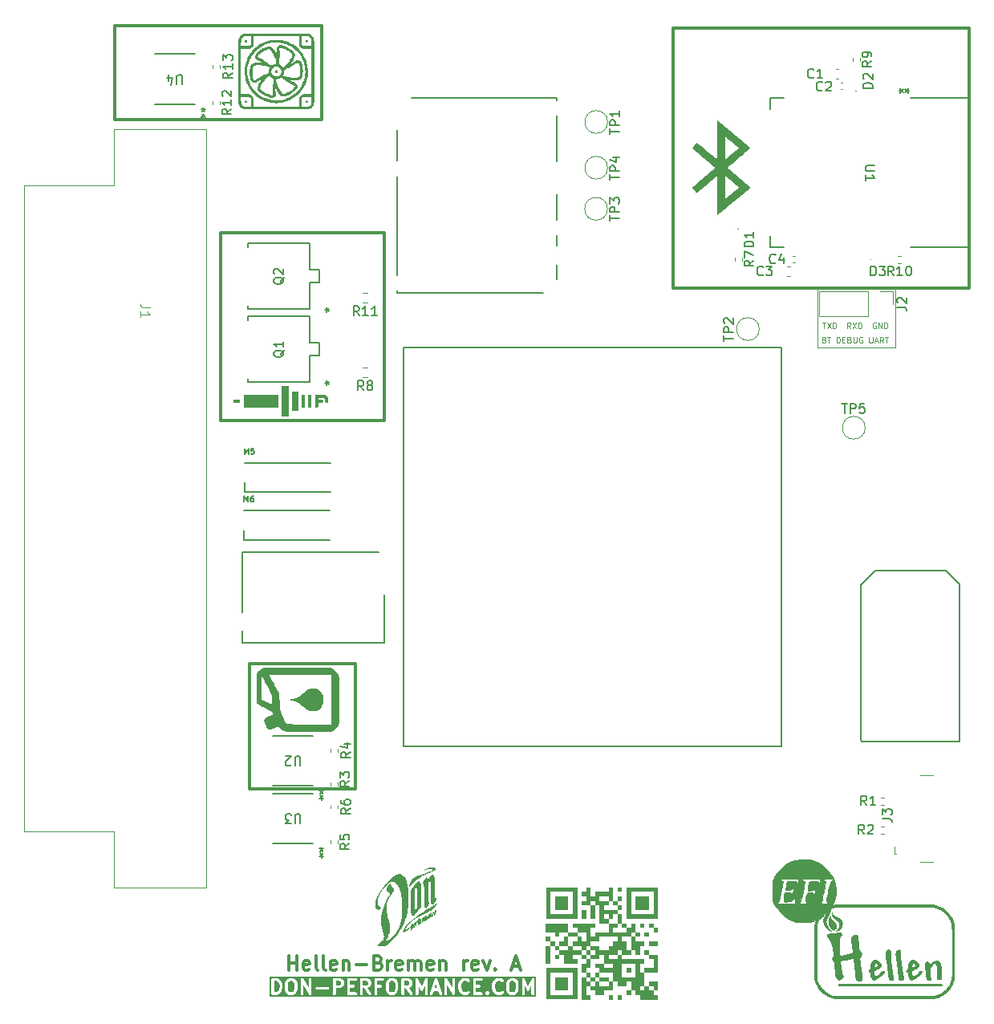
<source format=gto>
G04 #@! TF.GenerationSoftware,KiCad,Pcbnew,8.0.6-8.0.6-0~ubuntu22.04.1*
G04 #@! TF.CreationDate,2024-11-19T20:42:58+00:00*
G04 #@! TF.ProjectId,hellenbremen,68656c6c-656e-4627-9265-6d656e2e6b69,rev?*
G04 #@! TF.SameCoordinates,Original*
G04 #@! TF.FileFunction,Legend,Top*
G04 #@! TF.FilePolarity,Positive*
%FSLAX46Y46*%
G04 Gerber Fmt 4.6, Leading zero omitted, Abs format (unit mm)*
G04 Created by KiCad (PCBNEW 8.0.6-8.0.6-0~ubuntu22.04.1) date 2024-11-19 20:42:58*
%MOMM*%
%LPD*%
G01*
G04 APERTURE LIST*
%ADD10C,0.300000*%
%ADD11C,0.100000*%
%ADD12C,0.150000*%
%ADD13C,0.120000*%
%ADD14C,0.200000*%
%ADD15C,0.000000*%
%ADD16C,0.152400*%
%ADD17C,0.002540*%
G04 APERTURE END LIST*
D10*
X22860000Y81788000D02*
X40132000Y81788000D01*
X40132000Y61976000D01*
X22860000Y61976000D01*
X22860000Y81788000D01*
X70612000Y103378000D02*
X101854000Y103378000D01*
X101854000Y75946000D01*
X70612000Y75946000D01*
X70612000Y103378000D01*
X25908000Y36322000D02*
X37084000Y36322000D01*
X37084000Y23114000D01*
X25908000Y23114000D01*
X25908000Y36322000D01*
D11*
X85814500Y75946000D02*
X94017500Y75946000D01*
X94017500Y69656000D01*
X85814500Y69656000D01*
X85814500Y75946000D01*
D10*
X11684000Y103632000D02*
X33528000Y103632000D01*
X33528000Y93726000D01*
X11684000Y93726000D01*
X11684000Y103632000D01*
D11*
X86356894Y72306629D02*
X86699752Y72306629D01*
X86528323Y71706629D02*
X86528323Y72306629D01*
X86842609Y72306629D02*
X87242609Y71706629D01*
X87242609Y72306629D02*
X86842609Y71706629D01*
X87471181Y71706629D02*
X87471181Y72306629D01*
X87471181Y72306629D02*
X87614038Y72306629D01*
X87614038Y72306629D02*
X87699752Y72278058D01*
X87699752Y72278058D02*
X87756895Y72220915D01*
X87756895Y72220915D02*
X87785466Y72163772D01*
X87785466Y72163772D02*
X87814038Y72049486D01*
X87814038Y72049486D02*
X87814038Y71963772D01*
X87814038Y71963772D02*
X87785466Y71849486D01*
X87785466Y71849486D02*
X87756895Y71792343D01*
X87756895Y71792343D02*
X87699752Y71735200D01*
X87699752Y71735200D02*
X87614038Y71706629D01*
X87614038Y71706629D02*
X87471181Y71706629D01*
X89328324Y71706629D02*
X89128324Y71992343D01*
X88985467Y71706629D02*
X88985467Y72306629D01*
X88985467Y72306629D02*
X89214038Y72306629D01*
X89214038Y72306629D02*
X89271181Y72278058D01*
X89271181Y72278058D02*
X89299752Y72249486D01*
X89299752Y72249486D02*
X89328324Y72192343D01*
X89328324Y72192343D02*
X89328324Y72106629D01*
X89328324Y72106629D02*
X89299752Y72049486D01*
X89299752Y72049486D02*
X89271181Y72020915D01*
X89271181Y72020915D02*
X89214038Y71992343D01*
X89214038Y71992343D02*
X88985467Y71992343D01*
X89528324Y72306629D02*
X89928324Y71706629D01*
X89928324Y72306629D02*
X89528324Y71706629D01*
X90156896Y71706629D02*
X90156896Y72306629D01*
X90156896Y72306629D02*
X90299753Y72306629D01*
X90299753Y72306629D02*
X90385467Y72278058D01*
X90385467Y72278058D02*
X90442610Y72220915D01*
X90442610Y72220915D02*
X90471181Y72163772D01*
X90471181Y72163772D02*
X90499753Y72049486D01*
X90499753Y72049486D02*
X90499753Y71963772D01*
X90499753Y71963772D02*
X90471181Y71849486D01*
X90471181Y71849486D02*
X90442610Y71792343D01*
X90442610Y71792343D02*
X90385467Y71735200D01*
X90385467Y71735200D02*
X90299753Y71706629D01*
X90299753Y71706629D02*
X90156896Y71706629D01*
X91985467Y72278058D02*
X91928325Y72306629D01*
X91928325Y72306629D02*
X91842610Y72306629D01*
X91842610Y72306629D02*
X91756896Y72278058D01*
X91756896Y72278058D02*
X91699753Y72220915D01*
X91699753Y72220915D02*
X91671182Y72163772D01*
X91671182Y72163772D02*
X91642610Y72049486D01*
X91642610Y72049486D02*
X91642610Y71963772D01*
X91642610Y71963772D02*
X91671182Y71849486D01*
X91671182Y71849486D02*
X91699753Y71792343D01*
X91699753Y71792343D02*
X91756896Y71735200D01*
X91756896Y71735200D02*
X91842610Y71706629D01*
X91842610Y71706629D02*
X91899753Y71706629D01*
X91899753Y71706629D02*
X91985467Y71735200D01*
X91985467Y71735200D02*
X92014039Y71763772D01*
X92014039Y71763772D02*
X92014039Y71963772D01*
X92014039Y71963772D02*
X91899753Y71963772D01*
X92271182Y71706629D02*
X92271182Y72306629D01*
X92271182Y72306629D02*
X92614039Y71706629D01*
X92614039Y71706629D02*
X92614039Y72306629D01*
X92899753Y71706629D02*
X92899753Y72306629D01*
X92899753Y72306629D02*
X93042610Y72306629D01*
X93042610Y72306629D02*
X93128324Y72278058D01*
X93128324Y72278058D02*
X93185467Y72220915D01*
X93185467Y72220915D02*
X93214038Y72163772D01*
X93214038Y72163772D02*
X93242610Y72049486D01*
X93242610Y72049486D02*
X93242610Y71963772D01*
X93242610Y71963772D02*
X93214038Y71849486D01*
X93214038Y71849486D02*
X93185467Y71792343D01*
X93185467Y71792343D02*
X93128324Y71735200D01*
X93128324Y71735200D02*
X93042610Y71706629D01*
X93042610Y71706629D02*
X92899753Y71706629D01*
D10*
G36*
X28850911Y2820639D02*
G01*
X28951518Y2720032D01*
X29004697Y2613673D01*
X29067653Y2361852D01*
X29067653Y2184493D01*
X29004697Y1932672D01*
X28951518Y1826312D01*
X28850912Y1725706D01*
X28693310Y1673172D01*
X28510510Y1673172D01*
X28510510Y2873172D01*
X28693313Y2873172D01*
X28850911Y2820639D01*
G37*
G36*
X30485942Y2828465D02*
G01*
X30582208Y2732199D01*
X30639082Y2504708D01*
X30639082Y2041637D01*
X30582208Y1814146D01*
X30485941Y1717878D01*
X30396529Y1673172D01*
X30181635Y1673172D01*
X30092221Y1717879D01*
X29995954Y1814146D01*
X29939082Y2041636D01*
X29939082Y2504709D01*
X29995954Y2732198D01*
X30092221Y2828466D01*
X30181635Y2873172D01*
X30396529Y2873172D01*
X30485942Y2828465D01*
G37*
G36*
X41128800Y2828465D02*
G01*
X41225066Y2732199D01*
X41281940Y2504708D01*
X41281940Y2041637D01*
X41225066Y1814146D01*
X41128799Y1717878D01*
X41039387Y1673172D01*
X40824493Y1673172D01*
X40735079Y1717879D01*
X40638812Y1814146D01*
X40581940Y2041636D01*
X40581940Y2504709D01*
X40638812Y2732198D01*
X40735079Y2828466D01*
X40824493Y2873172D01*
X41039387Y2873172D01*
X41128800Y2828465D01*
G37*
G36*
X53843087Y2828465D02*
G01*
X53939353Y2732199D01*
X53996227Y2504708D01*
X53996227Y2041637D01*
X53939353Y1814146D01*
X53843086Y1717878D01*
X53753674Y1673172D01*
X53538780Y1673172D01*
X53449366Y1717879D01*
X53353099Y1814146D01*
X53296227Y2041636D01*
X53296227Y2504709D01*
X53353099Y2732198D01*
X53449366Y2828466D01*
X53538780Y2873172D01*
X53753674Y2873172D01*
X53843087Y2828465D01*
G37*
G36*
X38343087Y2828465D02*
G01*
X38380091Y2791461D01*
X38424797Y2702049D01*
X38424797Y2558582D01*
X38380090Y2469169D01*
X38343085Y2432164D01*
X38253673Y2387458D01*
X37867654Y2387458D01*
X37867654Y2873172D01*
X38253673Y2873172D01*
X38343087Y2828465D01*
G37*
G36*
X42700230Y2828465D02*
G01*
X42737234Y2791461D01*
X42781940Y2702049D01*
X42781940Y2558582D01*
X42737233Y2469169D01*
X42700228Y2432164D01*
X42610816Y2387458D01*
X42224797Y2387458D01*
X42224797Y2873172D01*
X42610816Y2873172D01*
X42700230Y2828465D01*
G37*
G36*
X45723828Y2101743D02*
G01*
X45425769Y2101743D01*
X45574798Y2548831D01*
X45723828Y2101743D01*
G37*
G36*
X35485944Y2828465D02*
G01*
X35522948Y2791461D01*
X35567654Y2702049D01*
X35567654Y2558582D01*
X35522947Y2469169D01*
X35485942Y2432164D01*
X35396530Y2387458D01*
X35010511Y2387458D01*
X35010511Y2873172D01*
X35396530Y2873172D01*
X35485944Y2828465D01*
G37*
G36*
X56105751Y1206505D02*
G01*
X28043843Y1206505D01*
X28043843Y3023172D01*
X28210510Y3023172D01*
X28210510Y1523172D01*
X28213392Y1493910D01*
X28213392Y1493908D01*
X28235790Y1439836D01*
X28277174Y1398452D01*
X28331246Y1376054D01*
X28360510Y1373172D01*
X28717653Y1373172D01*
X28732458Y1374631D01*
X28736413Y1374349D01*
X28741614Y1375532D01*
X28746917Y1376054D01*
X28750574Y1377570D01*
X28765087Y1380869D01*
X28979373Y1452297D01*
X29006224Y1464285D01*
X29010295Y1467817D01*
X29015275Y1469879D01*
X29038005Y1488534D01*
X29180862Y1631392D01*
X29190300Y1642894D01*
X29193295Y1645490D01*
X29196135Y1650004D01*
X29199517Y1654123D01*
X29201032Y1657783D01*
X29208960Y1670376D01*
X29280389Y1813232D01*
X29281208Y1815375D01*
X29281853Y1816244D01*
X29286237Y1828516D01*
X29290898Y1840696D01*
X29290974Y1841777D01*
X29291746Y1843935D01*
X29363174Y2129649D01*
X29363923Y2134721D01*
X29364771Y2136765D01*
X29365856Y2147788D01*
X29367476Y2158738D01*
X29367150Y2160926D01*
X29367653Y2166029D01*
X29367653Y2380315D01*
X29367150Y2385419D01*
X29367476Y2387606D01*
X29365856Y2398557D01*
X29364771Y2409579D01*
X29363923Y2411624D01*
X29363174Y2416695D01*
X29336555Y2523172D01*
X29639082Y2523172D01*
X29639082Y2023172D01*
X29639584Y2018069D01*
X29639259Y2015881D01*
X29640878Y2004931D01*
X29641964Y1993908D01*
X29642811Y1991864D01*
X29643561Y1986792D01*
X29714989Y1701078D01*
X29724882Y1673387D01*
X29731521Y1664427D01*
X29735789Y1654123D01*
X29754444Y1631392D01*
X29897302Y1488534D01*
X29908806Y1479093D01*
X29911401Y1476101D01*
X29915910Y1473263D01*
X29920033Y1469879D01*
X29923694Y1468363D01*
X29936286Y1460436D01*
X30079144Y1389008D01*
X30106607Y1378498D01*
X30111982Y1378117D01*
X30116961Y1376054D01*
X30146225Y1373172D01*
X30431939Y1373172D01*
X30461203Y1376054D01*
X30466181Y1378117D01*
X30471557Y1378498D01*
X30499021Y1389008D01*
X30641878Y1460436D01*
X30654469Y1468363D01*
X30658132Y1469879D01*
X30662254Y1473263D01*
X30666764Y1476101D01*
X30669359Y1479094D01*
X30680862Y1488534D01*
X30823719Y1631392D01*
X30842374Y1654123D01*
X30846640Y1664425D01*
X30853281Y1673386D01*
X30863174Y1701077D01*
X30934603Y1986791D01*
X30935353Y1991864D01*
X30936200Y1993908D01*
X30937285Y2004928D01*
X30938905Y2015880D01*
X30938579Y2018069D01*
X30939082Y2023172D01*
X30939082Y2523172D01*
X30938579Y2528276D01*
X30938905Y2530464D01*
X30937285Y2541417D01*
X30936200Y2552436D01*
X30935353Y2554481D01*
X30934603Y2559553D01*
X30863174Y2845267D01*
X30853281Y2872958D01*
X30846641Y2881919D01*
X30842374Y2892222D01*
X30823719Y2914952D01*
X30715499Y3023172D01*
X31281939Y3023172D01*
X31281939Y1523172D01*
X31284821Y1493908D01*
X31307219Y1439836D01*
X31348603Y1398452D01*
X31402675Y1376054D01*
X31461203Y1376054D01*
X31515275Y1398452D01*
X31556659Y1439836D01*
X31579057Y1493908D01*
X31581939Y1523172D01*
X31581939Y2458339D01*
X32158846Y1448751D01*
X32163223Y1442584D01*
X32164362Y1439836D01*
X32167161Y1437037D01*
X32175867Y1424773D01*
X32191640Y1412558D01*
X32205746Y1398452D01*
X32214579Y1394794D01*
X32222141Y1388937D01*
X32241389Y1383688D01*
X32259818Y1376054D01*
X32269380Y1376054D01*
X32278605Y1373538D01*
X32298396Y1376054D01*
X32318346Y1376054D01*
X32327179Y1379714D01*
X32336665Y1380919D01*
X32353987Y1390818D01*
X32372418Y1398452D01*
X32379178Y1405213D01*
X32387481Y1409957D01*
X32399694Y1425729D01*
X32413802Y1439836D01*
X32417461Y1448672D01*
X32423316Y1456231D01*
X32428564Y1475476D01*
X32436200Y1493908D01*
X32437673Y1508873D01*
X32438716Y1512694D01*
X32438340Y1515646D01*
X32439082Y1523172D01*
X32439082Y2123864D01*
X32856250Y2123864D01*
X32856250Y2065336D01*
X32878648Y2011264D01*
X32920032Y1969880D01*
X32974104Y1947482D01*
X33003368Y1944600D01*
X34146226Y1944600D01*
X34175490Y1947482D01*
X34229562Y1969880D01*
X34270946Y2011264D01*
X34293344Y2065336D01*
X34293344Y2123864D01*
X34270946Y2177936D01*
X34229562Y2219320D01*
X34175490Y2241718D01*
X34146226Y2244600D01*
X33003368Y2244600D01*
X32974104Y2241718D01*
X32920032Y2219320D01*
X32878648Y2177936D01*
X32856250Y2123864D01*
X32439082Y2123864D01*
X32439082Y3023172D01*
X34710511Y3023172D01*
X34710511Y1523172D01*
X34713393Y1493908D01*
X34735791Y1439836D01*
X34777175Y1398452D01*
X34831247Y1376054D01*
X34889775Y1376054D01*
X34943847Y1398452D01*
X34985231Y1439836D01*
X35007629Y1493908D01*
X35010511Y1523172D01*
X35010511Y2087458D01*
X35431940Y2087458D01*
X35461204Y2090340D01*
X35466182Y2092403D01*
X35471558Y2092784D01*
X35499022Y2103294D01*
X35641879Y2174722D01*
X35654472Y2182650D01*
X35658132Y2184165D01*
X35662251Y2187547D01*
X35666765Y2190387D01*
X35669361Y2193381D01*
X35680863Y2202820D01*
X35752292Y2274249D01*
X35761733Y2285754D01*
X35764725Y2288348D01*
X35767563Y2292858D01*
X35770947Y2296980D01*
X35772463Y2300642D01*
X35780390Y2313233D01*
X35851818Y2456091D01*
X35862328Y2483554D01*
X35862709Y2488930D01*
X35864772Y2493908D01*
X35867654Y2523172D01*
X35867654Y2737458D01*
X35864772Y2766722D01*
X35862709Y2771701D01*
X35862328Y2777076D01*
X35851818Y2804539D01*
X35780390Y2947397D01*
X35772461Y2959992D01*
X35770946Y2963651D01*
X35767564Y2967772D01*
X35764725Y2972282D01*
X35761733Y2974877D01*
X35752291Y2986382D01*
X35715500Y3023172D01*
X36210511Y3023172D01*
X36210511Y1523172D01*
X36213393Y1493910D01*
X36213393Y1493908D01*
X36235791Y1439836D01*
X36277175Y1398452D01*
X36331247Y1376054D01*
X36360511Y1373172D01*
X37074797Y1373172D01*
X37104061Y1376054D01*
X37158133Y1398452D01*
X37199517Y1439836D01*
X37221915Y1493908D01*
X37221915Y1552436D01*
X37199517Y1606508D01*
X37158133Y1647892D01*
X37104061Y1670290D01*
X37074797Y1673172D01*
X36510511Y1673172D01*
X36510511Y2158886D01*
X36860511Y2158886D01*
X36889775Y2161768D01*
X36943847Y2184166D01*
X36985231Y2225550D01*
X37007629Y2279622D01*
X37007629Y2338150D01*
X36985231Y2392222D01*
X36943847Y2433606D01*
X36889775Y2456004D01*
X36860511Y2458886D01*
X36510511Y2458886D01*
X36510511Y2873172D01*
X37074797Y2873172D01*
X37104061Y2876054D01*
X37158133Y2898452D01*
X37199517Y2939836D01*
X37221915Y2993908D01*
X37221915Y3023172D01*
X37567654Y3023172D01*
X37567654Y1523172D01*
X37570536Y1493908D01*
X37592934Y1439836D01*
X37634318Y1398452D01*
X37688390Y1376054D01*
X37746918Y1376054D01*
X37800990Y1398452D01*
X37842374Y1439836D01*
X37864772Y1493908D01*
X37867654Y1523172D01*
X37867654Y2087458D01*
X37996699Y2087458D01*
X38451912Y1437153D01*
X38471055Y1414831D01*
X38520412Y1383378D01*
X38578048Y1373207D01*
X38635190Y1385866D01*
X38683138Y1419430D01*
X38714591Y1468787D01*
X38724762Y1526423D01*
X38712103Y1583565D01*
X38697682Y1609191D01*
X38352730Y2101980D01*
X38356165Y2103294D01*
X38499022Y2174722D01*
X38511615Y2182650D01*
X38515275Y2184165D01*
X38519394Y2187547D01*
X38523908Y2190387D01*
X38526504Y2193381D01*
X38538006Y2202820D01*
X38609435Y2274249D01*
X38618876Y2285754D01*
X38621868Y2288348D01*
X38624706Y2292858D01*
X38628090Y2296980D01*
X38629606Y2300642D01*
X38637533Y2313233D01*
X38708961Y2456091D01*
X38719471Y2483554D01*
X38719852Y2488930D01*
X38721915Y2493908D01*
X38724797Y2523172D01*
X38724797Y2737458D01*
X38721915Y2766722D01*
X38719852Y2771701D01*
X38719471Y2777076D01*
X38708961Y2804539D01*
X38637533Y2947397D01*
X38629604Y2959992D01*
X38628089Y2963651D01*
X38624707Y2967772D01*
X38621868Y2972282D01*
X38618876Y2974877D01*
X38609434Y2986382D01*
X38572643Y3023172D01*
X39067654Y3023172D01*
X39067654Y1523172D01*
X39070536Y1493908D01*
X39092934Y1439836D01*
X39134318Y1398452D01*
X39188390Y1376054D01*
X39246918Y1376054D01*
X39300990Y1398452D01*
X39342374Y1439836D01*
X39364772Y1493908D01*
X39367654Y1523172D01*
X39367654Y2158886D01*
X39717654Y2158886D01*
X39746918Y2161768D01*
X39800990Y2184166D01*
X39842374Y2225550D01*
X39864772Y2279622D01*
X39864772Y2338150D01*
X39842374Y2392222D01*
X39800990Y2433606D01*
X39746918Y2456004D01*
X39717654Y2458886D01*
X39367654Y2458886D01*
X39367654Y2523172D01*
X40281940Y2523172D01*
X40281940Y2023172D01*
X40282442Y2018069D01*
X40282117Y2015881D01*
X40283736Y2004931D01*
X40284822Y1993908D01*
X40285669Y1991864D01*
X40286419Y1986792D01*
X40357847Y1701078D01*
X40367740Y1673387D01*
X40374379Y1664427D01*
X40378647Y1654123D01*
X40397302Y1631392D01*
X40540160Y1488534D01*
X40551664Y1479093D01*
X40554259Y1476101D01*
X40558768Y1473263D01*
X40562891Y1469879D01*
X40566552Y1468363D01*
X40579144Y1460436D01*
X40722002Y1389008D01*
X40749465Y1378498D01*
X40754840Y1378117D01*
X40759819Y1376054D01*
X40789083Y1373172D01*
X41074797Y1373172D01*
X41104061Y1376054D01*
X41109039Y1378117D01*
X41114415Y1378498D01*
X41141879Y1389008D01*
X41284736Y1460436D01*
X41297327Y1468363D01*
X41300990Y1469879D01*
X41305112Y1473263D01*
X41309622Y1476101D01*
X41312217Y1479094D01*
X41323720Y1488534D01*
X41466577Y1631392D01*
X41485232Y1654123D01*
X41489498Y1664425D01*
X41496139Y1673386D01*
X41506032Y1701077D01*
X41577461Y1986791D01*
X41578211Y1991864D01*
X41579058Y1993908D01*
X41580143Y2004928D01*
X41581763Y2015880D01*
X41581437Y2018069D01*
X41581940Y2023172D01*
X41581940Y2523172D01*
X41581437Y2528276D01*
X41581763Y2530464D01*
X41580143Y2541417D01*
X41579058Y2552436D01*
X41578211Y2554481D01*
X41577461Y2559553D01*
X41506032Y2845267D01*
X41496139Y2872958D01*
X41489499Y2881919D01*
X41485232Y2892222D01*
X41466577Y2914952D01*
X41358357Y3023172D01*
X41924797Y3023172D01*
X41924797Y1523172D01*
X41927679Y1493908D01*
X41950077Y1439836D01*
X41991461Y1398452D01*
X42045533Y1376054D01*
X42104061Y1376054D01*
X42158133Y1398452D01*
X42199517Y1439836D01*
X42221915Y1493908D01*
X42224797Y1523172D01*
X42224797Y2087458D01*
X42353842Y2087458D01*
X42809055Y1437153D01*
X42828198Y1414831D01*
X42877555Y1383378D01*
X42935191Y1373207D01*
X42992333Y1385866D01*
X43040281Y1419430D01*
X43071734Y1468787D01*
X43081905Y1526423D01*
X43069246Y1583565D01*
X43054825Y1609191D01*
X42709873Y2101980D01*
X42713308Y2103294D01*
X42856165Y2174722D01*
X42868758Y2182650D01*
X42872418Y2184165D01*
X42876537Y2187547D01*
X42881051Y2190387D01*
X42883647Y2193381D01*
X42895149Y2202820D01*
X42966578Y2274249D01*
X42976019Y2285754D01*
X42979011Y2288348D01*
X42981849Y2292858D01*
X42985233Y2296980D01*
X42986749Y2300642D01*
X42994676Y2313233D01*
X43066104Y2456091D01*
X43076614Y2483554D01*
X43076995Y2488930D01*
X43079058Y2493908D01*
X43081940Y2523172D01*
X43081940Y2737458D01*
X43079058Y2766722D01*
X43076995Y2771701D01*
X43076614Y2777076D01*
X43066104Y2804539D01*
X42994676Y2947397D01*
X42986747Y2959992D01*
X42985232Y2963651D01*
X42981850Y2967772D01*
X42979011Y2972282D01*
X42976019Y2974877D01*
X42966577Y2986382D01*
X42929786Y3023172D01*
X43424797Y3023172D01*
X43424797Y1523172D01*
X43427679Y1493908D01*
X43450077Y1439836D01*
X43491461Y1398452D01*
X43545533Y1376054D01*
X43604061Y1376054D01*
X43658133Y1398452D01*
X43699517Y1439836D01*
X43721915Y1493908D01*
X43724797Y1523172D01*
X43724797Y2347039D01*
X43938870Y1888310D01*
X43945216Y1877597D01*
X43946537Y1873965D01*
X43948888Y1871397D01*
X43953857Y1863010D01*
X43970662Y1847620D01*
X43986064Y1830802D01*
X43992107Y1827982D01*
X43997020Y1823483D01*
X44018440Y1815694D01*
X44039102Y1806052D01*
X44045759Y1805760D01*
X44052022Y1803482D01*
X44074801Y1804483D01*
X44097572Y1803482D01*
X44103831Y1805759D01*
X44110493Y1806051D01*
X44131160Y1815696D01*
X44152575Y1823483D01*
X44157488Y1827983D01*
X44163530Y1830802D01*
X44178925Y1847615D01*
X44195738Y1863010D01*
X44200706Y1871399D01*
X44203057Y1873965D01*
X44204376Y1877595D01*
X44210724Y1888310D01*
X44424797Y2347038D01*
X44424797Y1523172D01*
X44427679Y1493908D01*
X44450077Y1439836D01*
X44491461Y1398452D01*
X44545533Y1376054D01*
X44604061Y1376054D01*
X44658133Y1398452D01*
X44699517Y1439836D01*
X44721915Y1493908D01*
X44724797Y1523172D01*
X44724797Y1541933D01*
X44925976Y1541933D01*
X44930125Y1483552D01*
X44956299Y1431205D01*
X45000513Y1392858D01*
X45056037Y1374350D01*
X45114418Y1378499D01*
X45166765Y1404673D01*
X45205112Y1448887D01*
X45217100Y1475738D01*
X45325769Y1801743D01*
X45823828Y1801743D01*
X45932496Y1475738D01*
X45944484Y1448887D01*
X45982831Y1404672D01*
X46035179Y1378499D01*
X46093559Y1374349D01*
X46149083Y1392858D01*
X46193297Y1431205D01*
X46219471Y1483552D01*
X46223621Y1541932D01*
X46217101Y1570606D01*
X45732911Y3023172D01*
X46424797Y3023172D01*
X46424797Y1523172D01*
X46427679Y1493908D01*
X46450077Y1439836D01*
X46491461Y1398452D01*
X46545533Y1376054D01*
X46604061Y1376054D01*
X46658133Y1398452D01*
X46699517Y1439836D01*
X46721915Y1493908D01*
X46724797Y1523172D01*
X46724797Y2458339D01*
X47301704Y1448751D01*
X47306081Y1442584D01*
X47307220Y1439836D01*
X47310019Y1437037D01*
X47318725Y1424773D01*
X47334498Y1412558D01*
X47348604Y1398452D01*
X47357437Y1394794D01*
X47364999Y1388937D01*
X47384247Y1383688D01*
X47402676Y1376054D01*
X47412238Y1376054D01*
X47421463Y1373538D01*
X47441254Y1376054D01*
X47461204Y1376054D01*
X47470037Y1379714D01*
X47479523Y1380919D01*
X47496845Y1390818D01*
X47515276Y1398452D01*
X47522036Y1405213D01*
X47530339Y1409957D01*
X47542552Y1425729D01*
X47556660Y1439836D01*
X47560319Y1448672D01*
X47566174Y1456231D01*
X47571422Y1475476D01*
X47579058Y1493908D01*
X47580531Y1508873D01*
X47581574Y1512694D01*
X47581198Y1515646D01*
X47581940Y1523172D01*
X47581940Y2380315D01*
X47924798Y2380315D01*
X47924798Y2166029D01*
X47925300Y2160926D01*
X47924975Y2158738D01*
X47926594Y2147788D01*
X47927680Y2136765D01*
X47928527Y2134721D01*
X47929277Y2129649D01*
X48000705Y1843935D01*
X48001476Y1841777D01*
X48001553Y1840696D01*
X48006211Y1828522D01*
X48010598Y1816244D01*
X48011242Y1815374D01*
X48012062Y1813233D01*
X48083491Y1670376D01*
X48091418Y1657783D01*
X48092934Y1654123D01*
X48096315Y1650004D01*
X48099156Y1645490D01*
X48102149Y1642894D01*
X48111589Y1631392D01*
X48254446Y1488534D01*
X48277176Y1469879D01*
X48282155Y1467817D01*
X48286227Y1464285D01*
X48313078Y1452297D01*
X48527364Y1380869D01*
X48541876Y1377570D01*
X48545534Y1376054D01*
X48550836Y1375532D01*
X48556038Y1374349D01*
X48559992Y1374631D01*
X48574798Y1373172D01*
X48717655Y1373172D01*
X48732460Y1374631D01*
X48736415Y1374349D01*
X48741616Y1375532D01*
X48746919Y1376054D01*
X48750576Y1377570D01*
X48765089Y1380869D01*
X48979375Y1452297D01*
X49006226Y1464285D01*
X49010299Y1467819D01*
X49015277Y1469880D01*
X49038008Y1488535D01*
X49109436Y1559964D01*
X49128090Y1582694D01*
X49150487Y1636767D01*
X49150486Y1695293D01*
X49128089Y1749365D01*
X49086703Y1790750D01*
X49032631Y1813147D01*
X48974105Y1813146D01*
X48920033Y1790749D01*
X48897302Y1772094D01*
X48850914Y1725706D01*
X48693312Y1673172D01*
X48599141Y1673172D01*
X48441538Y1725706D01*
X48340933Y1826312D01*
X48287752Y1932672D01*
X48224798Y2184493D01*
X48224798Y2361852D01*
X48287752Y2613673D01*
X48340933Y2720033D01*
X48441539Y2820639D01*
X48599141Y2873172D01*
X48693315Y2873172D01*
X48850913Y2820639D01*
X48897303Y2774249D01*
X48920033Y2755594D01*
X48974106Y2733198D01*
X49032632Y2733198D01*
X49086704Y2755594D01*
X49128090Y2796980D01*
X49150486Y2851052D01*
X49150486Y2909578D01*
X49128090Y2963651D01*
X49109435Y2986381D01*
X49072644Y3023172D01*
X49496226Y3023172D01*
X49496226Y1523172D01*
X49499108Y1493910D01*
X49499108Y1493908D01*
X49521506Y1439836D01*
X49562890Y1398452D01*
X49616962Y1376054D01*
X49646226Y1373172D01*
X50360512Y1373172D01*
X50389776Y1376054D01*
X50443848Y1398452D01*
X50485232Y1439836D01*
X50507630Y1493908D01*
X50507630Y1552436D01*
X50485232Y1606508D01*
X50467878Y1623862D01*
X50784823Y1623862D01*
X50784823Y1565336D01*
X50787049Y1559963D01*
X50807220Y1511265D01*
X50825875Y1488534D01*
X50897303Y1417106D01*
X50920033Y1398451D01*
X50942430Y1389175D01*
X50974105Y1376054D01*
X51032633Y1376054D01*
X51073200Y1392858D01*
X51086704Y1398451D01*
X51086708Y1398456D01*
X51109434Y1417105D01*
X51180863Y1488533D01*
X51199518Y1511264D01*
X51199519Y1511265D01*
X51221916Y1565337D01*
X51221916Y1623863D01*
X51199519Y1677935D01*
X51180864Y1700666D01*
X51109435Y1772095D01*
X51086704Y1790750D01*
X51055030Y1803870D01*
X51032633Y1813147D01*
X50974105Y1813147D01*
X50951708Y1803870D01*
X50920034Y1790750D01*
X50920033Y1790749D01*
X50897302Y1772094D01*
X50825874Y1700665D01*
X50807224Y1677940D01*
X50807220Y1677935D01*
X50787050Y1629238D01*
X50784823Y1623862D01*
X50467878Y1623862D01*
X50443848Y1647892D01*
X50389776Y1670290D01*
X50360512Y1673172D01*
X49796226Y1673172D01*
X49796226Y2158886D01*
X50146226Y2158886D01*
X50175490Y2161768D01*
X50229562Y2184166D01*
X50270946Y2225550D01*
X50293344Y2279622D01*
X50293344Y2338150D01*
X50275878Y2380315D01*
X51496227Y2380315D01*
X51496227Y2166029D01*
X51496729Y2160926D01*
X51496404Y2158738D01*
X51498023Y2147788D01*
X51499109Y2136765D01*
X51499956Y2134721D01*
X51500706Y2129649D01*
X51572134Y1843935D01*
X51572905Y1841777D01*
X51572982Y1840696D01*
X51577640Y1828522D01*
X51582027Y1816244D01*
X51582671Y1815374D01*
X51583491Y1813233D01*
X51654920Y1670376D01*
X51662847Y1657783D01*
X51664363Y1654123D01*
X51667744Y1650004D01*
X51670585Y1645490D01*
X51673578Y1642894D01*
X51683018Y1631392D01*
X51825875Y1488534D01*
X51848605Y1469879D01*
X51853584Y1467817D01*
X51857656Y1464285D01*
X51884507Y1452297D01*
X52098793Y1380869D01*
X52113305Y1377570D01*
X52116963Y1376054D01*
X52122265Y1375532D01*
X52127467Y1374349D01*
X52131421Y1374631D01*
X52146227Y1373172D01*
X52289084Y1373172D01*
X52303889Y1374631D01*
X52307844Y1374349D01*
X52313045Y1375532D01*
X52318348Y1376054D01*
X52322005Y1377570D01*
X52336518Y1380869D01*
X52550804Y1452297D01*
X52577655Y1464285D01*
X52581728Y1467819D01*
X52586706Y1469880D01*
X52609437Y1488535D01*
X52680865Y1559964D01*
X52699519Y1582694D01*
X52721916Y1636767D01*
X52721915Y1695293D01*
X52699518Y1749365D01*
X52658132Y1790750D01*
X52604060Y1813147D01*
X52545534Y1813146D01*
X52491462Y1790749D01*
X52468731Y1772094D01*
X52422343Y1725706D01*
X52264741Y1673172D01*
X52170570Y1673172D01*
X52012967Y1725706D01*
X51912362Y1826312D01*
X51859181Y1932672D01*
X51796227Y2184493D01*
X51796227Y2361852D01*
X51836556Y2523172D01*
X52996227Y2523172D01*
X52996227Y2023172D01*
X52996729Y2018069D01*
X52996404Y2015881D01*
X52998023Y2004931D01*
X52999109Y1993908D01*
X52999956Y1991864D01*
X53000706Y1986792D01*
X53072134Y1701078D01*
X53082027Y1673387D01*
X53088666Y1664427D01*
X53092934Y1654123D01*
X53111589Y1631392D01*
X53254447Y1488534D01*
X53265951Y1479093D01*
X53268546Y1476101D01*
X53273055Y1473263D01*
X53277178Y1469879D01*
X53280839Y1468363D01*
X53293431Y1460436D01*
X53436289Y1389008D01*
X53463752Y1378498D01*
X53469127Y1378117D01*
X53474106Y1376054D01*
X53503370Y1373172D01*
X53789084Y1373172D01*
X53818348Y1376054D01*
X53823326Y1378117D01*
X53828702Y1378498D01*
X53856166Y1389008D01*
X53999023Y1460436D01*
X54011614Y1468363D01*
X54015277Y1469879D01*
X54019399Y1473263D01*
X54023909Y1476101D01*
X54026504Y1479094D01*
X54038007Y1488534D01*
X54180864Y1631392D01*
X54199519Y1654123D01*
X54203785Y1664425D01*
X54210426Y1673386D01*
X54220319Y1701077D01*
X54291748Y1986791D01*
X54292498Y1991864D01*
X54293345Y1993908D01*
X54294430Y2004928D01*
X54296050Y2015880D01*
X54295724Y2018069D01*
X54296227Y2023172D01*
X54296227Y2523172D01*
X54295724Y2528276D01*
X54296050Y2530464D01*
X54294430Y2541417D01*
X54293345Y2552436D01*
X54292498Y2554481D01*
X54291748Y2559553D01*
X54220319Y2845267D01*
X54210426Y2872958D01*
X54203786Y2881919D01*
X54199519Y2892222D01*
X54180864Y2914952D01*
X54072644Y3023172D01*
X54639084Y3023172D01*
X54639084Y1523172D01*
X54641966Y1493908D01*
X54664364Y1439836D01*
X54705748Y1398452D01*
X54759820Y1376054D01*
X54818348Y1376054D01*
X54872420Y1398452D01*
X54913804Y1439836D01*
X54936202Y1493908D01*
X54939084Y1523172D01*
X54939084Y2347039D01*
X55153157Y1888310D01*
X55159503Y1877597D01*
X55160824Y1873965D01*
X55163175Y1871397D01*
X55168144Y1863010D01*
X55184949Y1847620D01*
X55200351Y1830802D01*
X55206394Y1827982D01*
X55211307Y1823483D01*
X55232727Y1815694D01*
X55253389Y1806052D01*
X55260046Y1805760D01*
X55266309Y1803482D01*
X55289088Y1804483D01*
X55311859Y1803482D01*
X55318118Y1805759D01*
X55324780Y1806051D01*
X55345447Y1815696D01*
X55366862Y1823483D01*
X55371775Y1827983D01*
X55377817Y1830802D01*
X55393212Y1847615D01*
X55410025Y1863010D01*
X55414993Y1871399D01*
X55417344Y1873965D01*
X55418663Y1877595D01*
X55425011Y1888310D01*
X55639084Y2347038D01*
X55639084Y1523172D01*
X55641966Y1493908D01*
X55664364Y1439836D01*
X55705748Y1398452D01*
X55759820Y1376054D01*
X55818348Y1376054D01*
X55872420Y1398452D01*
X55913804Y1439836D01*
X55936202Y1493908D01*
X55939084Y1523172D01*
X55939084Y3023172D01*
X55937189Y3042410D01*
X55937345Y3045948D01*
X55936653Y3047849D01*
X55936202Y3052436D01*
X55926241Y3076482D01*
X55917344Y3100950D01*
X55915084Y3103418D01*
X55913804Y3106508D01*
X55895406Y3124906D01*
X55877817Y3144113D01*
X55874783Y3145529D01*
X55872420Y3147892D01*
X55848389Y3157846D01*
X55824780Y3168864D01*
X55821435Y3169011D01*
X55818348Y3170290D01*
X55792324Y3170290D01*
X55766309Y3171433D01*
X55763166Y3170290D01*
X55759820Y3170290D01*
X55735767Y3160327D01*
X55711307Y3151432D01*
X55708839Y3149173D01*
X55705748Y3147892D01*
X55687339Y3129484D01*
X55668144Y3111905D01*
X55665794Y3107939D01*
X55664364Y3106508D01*
X55663008Y3103236D01*
X55653157Y3086605D01*
X55289084Y2306449D01*
X54925011Y3086605D01*
X54915157Y3103240D01*
X54913804Y3106508D01*
X54912375Y3107937D01*
X54910025Y3111905D01*
X54890817Y3129495D01*
X54872420Y3147892D01*
X54869329Y3149173D01*
X54866862Y3151432D01*
X54842396Y3160329D01*
X54818348Y3170290D01*
X54815002Y3170290D01*
X54811859Y3171433D01*
X54785855Y3170290D01*
X54759820Y3170290D01*
X54756729Y3169010D01*
X54753389Y3168863D01*
X54729793Y3157853D01*
X54705748Y3147892D01*
X54703384Y3145529D01*
X54700351Y3144113D01*
X54682761Y3124906D01*
X54664364Y3106508D01*
X54663083Y3103418D01*
X54660824Y3100950D01*
X54651927Y3076485D01*
X54641966Y3052436D01*
X54641514Y3047848D01*
X54640823Y3045947D01*
X54640978Y3042409D01*
X54639084Y3023172D01*
X54072644Y3023172D01*
X54038007Y3057809D01*
X54026505Y3067249D01*
X54023909Y3070242D01*
X54019395Y3073083D01*
X54015276Y3076464D01*
X54011616Y3077980D01*
X53999023Y3085907D01*
X53856166Y3157336D01*
X53828703Y3167845D01*
X53823328Y3168227D01*
X53818348Y3170290D01*
X53789084Y3173172D01*
X53503370Y3173172D01*
X53474106Y3170290D01*
X53469125Y3168227D01*
X53463751Y3167845D01*
X53436287Y3157336D01*
X53293431Y3085907D01*
X53280837Y3077980D01*
X53277178Y3076464D01*
X53273058Y3073083D01*
X53268545Y3070242D01*
X53265948Y3067248D01*
X53254447Y3057809D01*
X53111589Y2914952D01*
X53092934Y2892222D01*
X53088665Y2881917D01*
X53082027Y2872957D01*
X53072134Y2845266D01*
X53000706Y2559552D01*
X52999956Y2554481D01*
X52999109Y2552436D01*
X52998023Y2541414D01*
X52996404Y2530463D01*
X52996729Y2528276D01*
X52996227Y2523172D01*
X51836556Y2523172D01*
X51859181Y2613673D01*
X51912362Y2720033D01*
X52012968Y2820639D01*
X52170570Y2873172D01*
X52264744Y2873172D01*
X52422342Y2820639D01*
X52468732Y2774249D01*
X52491462Y2755594D01*
X52545535Y2733198D01*
X52604061Y2733198D01*
X52658133Y2755594D01*
X52699519Y2796980D01*
X52721915Y2851052D01*
X52721915Y2909578D01*
X52699519Y2963651D01*
X52680864Y2986381D01*
X52609436Y3057809D01*
X52586705Y3076464D01*
X52581725Y3078527D01*
X52577655Y3082057D01*
X52550804Y3094046D01*
X52336518Y3165474D01*
X52322010Y3168773D01*
X52318348Y3170290D01*
X52313039Y3170813D01*
X52307845Y3171994D01*
X52303895Y3171714D01*
X52289084Y3173172D01*
X52146227Y3173172D01*
X52131415Y3171714D01*
X52127466Y3171994D01*
X52122271Y3170813D01*
X52116963Y3170290D01*
X52113301Y3168774D01*
X52098792Y3165474D01*
X51884507Y3094045D01*
X51857656Y3082057D01*
X51853586Y3078528D01*
X51848605Y3076464D01*
X51825875Y3057809D01*
X51683018Y2914952D01*
X51673578Y2903451D01*
X51670585Y2900854D01*
X51667744Y2896341D01*
X51664363Y2892221D01*
X51662847Y2888562D01*
X51654920Y2875968D01*
X51583491Y2733111D01*
X51582671Y2730971D01*
X51582027Y2730100D01*
X51577640Y2717823D01*
X51572982Y2705648D01*
X51572905Y2704568D01*
X51572134Y2702409D01*
X51500706Y2416695D01*
X51499956Y2411624D01*
X51499109Y2409579D01*
X51498023Y2398557D01*
X51496404Y2387606D01*
X51496729Y2385419D01*
X51496227Y2380315D01*
X50275878Y2380315D01*
X50270946Y2392222D01*
X50229562Y2433606D01*
X50175490Y2456004D01*
X50146226Y2458886D01*
X49796226Y2458886D01*
X49796226Y2873172D01*
X50360512Y2873172D01*
X50389776Y2876054D01*
X50443848Y2898452D01*
X50485232Y2939836D01*
X50507630Y2993908D01*
X50507630Y3052436D01*
X50485232Y3106508D01*
X50443848Y3147892D01*
X50389776Y3170290D01*
X50360512Y3173172D01*
X49646226Y3173172D01*
X49616962Y3170290D01*
X49562890Y3147892D01*
X49521506Y3106508D01*
X49499108Y3052436D01*
X49496226Y3023172D01*
X49072644Y3023172D01*
X49038007Y3057809D01*
X49015276Y3076464D01*
X49010296Y3078527D01*
X49006226Y3082057D01*
X48979375Y3094046D01*
X48765089Y3165474D01*
X48750581Y3168773D01*
X48746919Y3170290D01*
X48741610Y3170813D01*
X48736416Y3171994D01*
X48732466Y3171714D01*
X48717655Y3173172D01*
X48574798Y3173172D01*
X48559986Y3171714D01*
X48556037Y3171994D01*
X48550842Y3170813D01*
X48545534Y3170290D01*
X48541872Y3168774D01*
X48527363Y3165474D01*
X48313078Y3094045D01*
X48286227Y3082057D01*
X48282157Y3078528D01*
X48277176Y3076464D01*
X48254446Y3057809D01*
X48111589Y2914952D01*
X48102149Y2903451D01*
X48099156Y2900854D01*
X48096315Y2896341D01*
X48092934Y2892221D01*
X48091418Y2888562D01*
X48083491Y2875968D01*
X48012062Y2733111D01*
X48011242Y2730971D01*
X48010598Y2730100D01*
X48006211Y2717823D01*
X48001553Y2705648D01*
X48001476Y2704568D01*
X48000705Y2702409D01*
X47929277Y2416695D01*
X47928527Y2411624D01*
X47927680Y2409579D01*
X47926594Y2398557D01*
X47924975Y2387606D01*
X47925300Y2385419D01*
X47924798Y2380315D01*
X47581940Y2380315D01*
X47581940Y3023172D01*
X47579058Y3052436D01*
X47556660Y3106508D01*
X47515276Y3147892D01*
X47461204Y3170290D01*
X47402676Y3170290D01*
X47348604Y3147892D01*
X47307220Y3106508D01*
X47284822Y3052436D01*
X47281940Y3023172D01*
X47281940Y2088008D01*
X46705033Y3097593D01*
X46700655Y3103761D01*
X46699517Y3106508D01*
X46696717Y3109308D01*
X46688012Y3121571D01*
X46672240Y3133785D01*
X46658133Y3147892D01*
X46649297Y3151552D01*
X46641738Y3157406D01*
X46622493Y3162655D01*
X46604061Y3170290D01*
X46594499Y3170290D01*
X46585274Y3172806D01*
X46565483Y3170290D01*
X46545533Y3170290D01*
X46536699Y3166631D01*
X46527214Y3165425D01*
X46509891Y3155527D01*
X46491461Y3147892D01*
X46484700Y3141132D01*
X46476398Y3136387D01*
X46464184Y3120616D01*
X46450077Y3106508D01*
X46446417Y3097673D01*
X46440563Y3090113D01*
X46435314Y3070869D01*
X46427679Y3052436D01*
X46426205Y3037470D01*
X46425163Y3033649D01*
X46425538Y3030698D01*
X46424797Y3023172D01*
X45732911Y3023172D01*
X45717100Y3070606D01*
X45705112Y3097457D01*
X45698089Y3105554D01*
X45693297Y3115139D01*
X45679088Y3127463D01*
X45666765Y3141671D01*
X45657179Y3146464D01*
X45649083Y3153486D01*
X45631239Y3159435D01*
X45614418Y3167845D01*
X45603729Y3168605D01*
X45593559Y3171995D01*
X45574793Y3170662D01*
X45556037Y3171994D01*
X45545869Y3168605D01*
X45535179Y3167845D01*
X45518355Y3159434D01*
X45500513Y3153486D01*
X45492418Y3146466D01*
X45482831Y3141672D01*
X45470505Y3127461D01*
X45456299Y3115139D01*
X45451506Y3105555D01*
X45444484Y3097457D01*
X45432496Y3070606D01*
X44932496Y1570606D01*
X44925976Y1541933D01*
X44724797Y1541933D01*
X44724797Y3023172D01*
X44722902Y3042410D01*
X44723058Y3045948D01*
X44722366Y3047849D01*
X44721915Y3052436D01*
X44711954Y3076482D01*
X44703057Y3100950D01*
X44700797Y3103418D01*
X44699517Y3106508D01*
X44681119Y3124906D01*
X44663530Y3144113D01*
X44660496Y3145529D01*
X44658133Y3147892D01*
X44634102Y3157846D01*
X44610493Y3168864D01*
X44607148Y3169011D01*
X44604061Y3170290D01*
X44578037Y3170290D01*
X44552022Y3171433D01*
X44548879Y3170290D01*
X44545533Y3170290D01*
X44521480Y3160327D01*
X44497020Y3151432D01*
X44494552Y3149173D01*
X44491461Y3147892D01*
X44473052Y3129484D01*
X44453857Y3111905D01*
X44451507Y3107939D01*
X44450077Y3106508D01*
X44448721Y3103236D01*
X44438870Y3086605D01*
X44074797Y2306449D01*
X43710724Y3086605D01*
X43700870Y3103240D01*
X43699517Y3106508D01*
X43698088Y3107937D01*
X43695738Y3111905D01*
X43676530Y3129495D01*
X43658133Y3147892D01*
X43655042Y3149173D01*
X43652575Y3151432D01*
X43628109Y3160329D01*
X43604061Y3170290D01*
X43600715Y3170290D01*
X43597572Y3171433D01*
X43571568Y3170290D01*
X43545533Y3170290D01*
X43542442Y3169010D01*
X43539102Y3168863D01*
X43515506Y3157853D01*
X43491461Y3147892D01*
X43489097Y3145529D01*
X43486064Y3144113D01*
X43468474Y3124906D01*
X43450077Y3106508D01*
X43448796Y3103418D01*
X43446537Y3100950D01*
X43437640Y3076485D01*
X43427679Y3052436D01*
X43427227Y3047848D01*
X43426536Y3045947D01*
X43426691Y3042409D01*
X43424797Y3023172D01*
X42929786Y3023172D01*
X42895148Y3057810D01*
X42883648Y3067248D01*
X42881051Y3070242D01*
X42876534Y3073085D01*
X42872417Y3076464D01*
X42868760Y3077979D01*
X42856165Y3085907D01*
X42713308Y3157336D01*
X42685845Y3167845D01*
X42680470Y3168227D01*
X42675490Y3170290D01*
X42646226Y3173172D01*
X42074797Y3173172D01*
X42045533Y3170290D01*
X41991461Y3147892D01*
X41950077Y3106508D01*
X41927679Y3052436D01*
X41924797Y3023172D01*
X41358357Y3023172D01*
X41323720Y3057809D01*
X41312218Y3067249D01*
X41309622Y3070242D01*
X41305108Y3073083D01*
X41300989Y3076464D01*
X41297329Y3077980D01*
X41284736Y3085907D01*
X41141879Y3157336D01*
X41114416Y3167845D01*
X41109041Y3168227D01*
X41104061Y3170290D01*
X41074797Y3173172D01*
X40789083Y3173172D01*
X40759819Y3170290D01*
X40754838Y3168227D01*
X40749464Y3167845D01*
X40722000Y3157336D01*
X40579144Y3085907D01*
X40566550Y3077980D01*
X40562891Y3076464D01*
X40558771Y3073083D01*
X40554258Y3070242D01*
X40551661Y3067248D01*
X40540160Y3057809D01*
X40397302Y2914952D01*
X40378647Y2892222D01*
X40374378Y2881917D01*
X40367740Y2872957D01*
X40357847Y2845266D01*
X40286419Y2559552D01*
X40285669Y2554481D01*
X40284822Y2552436D01*
X40283736Y2541414D01*
X40282117Y2530463D01*
X40282442Y2528276D01*
X40281940Y2523172D01*
X39367654Y2523172D01*
X39367654Y2873172D01*
X39931940Y2873172D01*
X39961204Y2876054D01*
X40015276Y2898452D01*
X40056660Y2939836D01*
X40079058Y2993908D01*
X40079058Y3052436D01*
X40056660Y3106508D01*
X40015276Y3147892D01*
X39961204Y3170290D01*
X39931940Y3173172D01*
X39217654Y3173172D01*
X39188390Y3170290D01*
X39134318Y3147892D01*
X39092934Y3106508D01*
X39070536Y3052436D01*
X39067654Y3023172D01*
X38572643Y3023172D01*
X38538005Y3057810D01*
X38526505Y3067248D01*
X38523908Y3070242D01*
X38519391Y3073085D01*
X38515274Y3076464D01*
X38511617Y3077979D01*
X38499022Y3085907D01*
X38356165Y3157336D01*
X38328702Y3167845D01*
X38323327Y3168227D01*
X38318347Y3170290D01*
X38289083Y3173172D01*
X37717654Y3173172D01*
X37688390Y3170290D01*
X37634318Y3147892D01*
X37592934Y3106508D01*
X37570536Y3052436D01*
X37567654Y3023172D01*
X37221915Y3023172D01*
X37221915Y3052436D01*
X37199517Y3106508D01*
X37158133Y3147892D01*
X37104061Y3170290D01*
X37074797Y3173172D01*
X36360511Y3173172D01*
X36331247Y3170290D01*
X36277175Y3147892D01*
X36235791Y3106508D01*
X36213393Y3052436D01*
X36210511Y3023172D01*
X35715500Y3023172D01*
X35680862Y3057810D01*
X35669362Y3067248D01*
X35666765Y3070242D01*
X35662248Y3073085D01*
X35658131Y3076464D01*
X35654474Y3077979D01*
X35641879Y3085907D01*
X35499022Y3157336D01*
X35471559Y3167845D01*
X35466184Y3168227D01*
X35461204Y3170290D01*
X35431940Y3173172D01*
X34860511Y3173172D01*
X34831247Y3170290D01*
X34777175Y3147892D01*
X34735791Y3106508D01*
X34713393Y3052436D01*
X34710511Y3023172D01*
X32439082Y3023172D01*
X32436200Y3052436D01*
X32413802Y3106508D01*
X32372418Y3147892D01*
X32318346Y3170290D01*
X32259818Y3170290D01*
X32205746Y3147892D01*
X32164362Y3106508D01*
X32141964Y3052436D01*
X32139082Y3023172D01*
X32139082Y2088008D01*
X31562175Y3097593D01*
X31557797Y3103761D01*
X31556659Y3106508D01*
X31553859Y3109308D01*
X31545154Y3121571D01*
X31529382Y3133785D01*
X31515275Y3147892D01*
X31506439Y3151552D01*
X31498880Y3157406D01*
X31479635Y3162655D01*
X31461203Y3170290D01*
X31451641Y3170290D01*
X31442416Y3172806D01*
X31422625Y3170290D01*
X31402675Y3170290D01*
X31393841Y3166631D01*
X31384356Y3165425D01*
X31367033Y3155527D01*
X31348603Y3147892D01*
X31341842Y3141132D01*
X31333540Y3136387D01*
X31321326Y3120616D01*
X31307219Y3106508D01*
X31303559Y3097673D01*
X31297705Y3090113D01*
X31292456Y3070869D01*
X31284821Y3052436D01*
X31283347Y3037470D01*
X31282305Y3033649D01*
X31282680Y3030698D01*
X31281939Y3023172D01*
X30715499Y3023172D01*
X30680862Y3057809D01*
X30669360Y3067249D01*
X30666764Y3070242D01*
X30662250Y3073083D01*
X30658131Y3076464D01*
X30654471Y3077980D01*
X30641878Y3085907D01*
X30499021Y3157336D01*
X30471558Y3167845D01*
X30466183Y3168227D01*
X30461203Y3170290D01*
X30431939Y3173172D01*
X30146225Y3173172D01*
X30116961Y3170290D01*
X30111980Y3168227D01*
X30106606Y3167845D01*
X30079142Y3157336D01*
X29936286Y3085907D01*
X29923692Y3077980D01*
X29920033Y3076464D01*
X29915913Y3073083D01*
X29911400Y3070242D01*
X29908803Y3067248D01*
X29897302Y3057809D01*
X29754444Y2914952D01*
X29735789Y2892222D01*
X29731520Y2881917D01*
X29724882Y2872957D01*
X29714989Y2845266D01*
X29643561Y2559552D01*
X29642811Y2554481D01*
X29641964Y2552436D01*
X29640878Y2541414D01*
X29639259Y2530463D01*
X29639584Y2528276D01*
X29639082Y2523172D01*
X29336555Y2523172D01*
X29291746Y2702409D01*
X29290974Y2704568D01*
X29290898Y2705648D01*
X29286237Y2717829D01*
X29281853Y2730100D01*
X29281208Y2730970D01*
X29280389Y2733112D01*
X29208960Y2875968D01*
X29201033Y2888560D01*
X29199517Y2892222D01*
X29196133Y2896345D01*
X29193295Y2900854D01*
X29190302Y2903450D01*
X29180862Y2914952D01*
X29038005Y3057809D01*
X29015274Y3076464D01*
X29010294Y3078527D01*
X29006224Y3082057D01*
X28979373Y3094046D01*
X28765087Y3165474D01*
X28750579Y3168773D01*
X28746917Y3170290D01*
X28741608Y3170813D01*
X28736414Y3171994D01*
X28732464Y3171714D01*
X28717653Y3173172D01*
X28360510Y3173172D01*
X28331246Y3170290D01*
X28277174Y3147892D01*
X28235790Y3106508D01*
X28213392Y3052436D01*
X28210510Y3023172D01*
X28043843Y3023172D01*
X28043843Y3339839D01*
X56105751Y3339839D01*
X56105751Y1206505D01*
G37*
D11*
X86552146Y70493766D02*
X86637860Y70465194D01*
X86637860Y70465194D02*
X86666431Y70436623D01*
X86666431Y70436623D02*
X86695003Y70379480D01*
X86695003Y70379480D02*
X86695003Y70293766D01*
X86695003Y70293766D02*
X86666431Y70236623D01*
X86666431Y70236623D02*
X86637860Y70208051D01*
X86637860Y70208051D02*
X86580717Y70179480D01*
X86580717Y70179480D02*
X86352146Y70179480D01*
X86352146Y70179480D02*
X86352146Y70779480D01*
X86352146Y70779480D02*
X86552146Y70779480D01*
X86552146Y70779480D02*
X86609289Y70750909D01*
X86609289Y70750909D02*
X86637860Y70722337D01*
X86637860Y70722337D02*
X86666431Y70665194D01*
X86666431Y70665194D02*
X86666431Y70608051D01*
X86666431Y70608051D02*
X86637860Y70550909D01*
X86637860Y70550909D02*
X86609289Y70522337D01*
X86609289Y70522337D02*
X86552146Y70493766D01*
X86552146Y70493766D02*
X86352146Y70493766D01*
X86866431Y70779480D02*
X87209289Y70779480D01*
X87037860Y70179480D02*
X87037860Y70779480D01*
X87866432Y70179480D02*
X87866432Y70779480D01*
X87866432Y70779480D02*
X88009289Y70779480D01*
X88009289Y70779480D02*
X88095003Y70750909D01*
X88095003Y70750909D02*
X88152146Y70693766D01*
X88152146Y70693766D02*
X88180717Y70636623D01*
X88180717Y70636623D02*
X88209289Y70522337D01*
X88209289Y70522337D02*
X88209289Y70436623D01*
X88209289Y70436623D02*
X88180717Y70322337D01*
X88180717Y70322337D02*
X88152146Y70265194D01*
X88152146Y70265194D02*
X88095003Y70208051D01*
X88095003Y70208051D02*
X88009289Y70179480D01*
X88009289Y70179480D02*
X87866432Y70179480D01*
X88466432Y70493766D02*
X88666432Y70493766D01*
X88752146Y70179480D02*
X88466432Y70179480D01*
X88466432Y70179480D02*
X88466432Y70779480D01*
X88466432Y70779480D02*
X88752146Y70779480D01*
X89209289Y70493766D02*
X89295003Y70465194D01*
X89295003Y70465194D02*
X89323574Y70436623D01*
X89323574Y70436623D02*
X89352146Y70379480D01*
X89352146Y70379480D02*
X89352146Y70293766D01*
X89352146Y70293766D02*
X89323574Y70236623D01*
X89323574Y70236623D02*
X89295003Y70208051D01*
X89295003Y70208051D02*
X89237860Y70179480D01*
X89237860Y70179480D02*
X89009289Y70179480D01*
X89009289Y70179480D02*
X89009289Y70779480D01*
X89009289Y70779480D02*
X89209289Y70779480D01*
X89209289Y70779480D02*
X89266432Y70750909D01*
X89266432Y70750909D02*
X89295003Y70722337D01*
X89295003Y70722337D02*
X89323574Y70665194D01*
X89323574Y70665194D02*
X89323574Y70608051D01*
X89323574Y70608051D02*
X89295003Y70550909D01*
X89295003Y70550909D02*
X89266432Y70522337D01*
X89266432Y70522337D02*
X89209289Y70493766D01*
X89209289Y70493766D02*
X89009289Y70493766D01*
X89609289Y70779480D02*
X89609289Y70293766D01*
X89609289Y70293766D02*
X89637860Y70236623D01*
X89637860Y70236623D02*
X89666432Y70208051D01*
X89666432Y70208051D02*
X89723574Y70179480D01*
X89723574Y70179480D02*
X89837860Y70179480D01*
X89837860Y70179480D02*
X89895003Y70208051D01*
X89895003Y70208051D02*
X89923574Y70236623D01*
X89923574Y70236623D02*
X89952146Y70293766D01*
X89952146Y70293766D02*
X89952146Y70779480D01*
X90552145Y70750909D02*
X90495003Y70779480D01*
X90495003Y70779480D02*
X90409288Y70779480D01*
X90409288Y70779480D02*
X90323574Y70750909D01*
X90323574Y70750909D02*
X90266431Y70693766D01*
X90266431Y70693766D02*
X90237860Y70636623D01*
X90237860Y70636623D02*
X90209288Y70522337D01*
X90209288Y70522337D02*
X90209288Y70436623D01*
X90209288Y70436623D02*
X90237860Y70322337D01*
X90237860Y70322337D02*
X90266431Y70265194D01*
X90266431Y70265194D02*
X90323574Y70208051D01*
X90323574Y70208051D02*
X90409288Y70179480D01*
X90409288Y70179480D02*
X90466431Y70179480D01*
X90466431Y70179480D02*
X90552145Y70208051D01*
X90552145Y70208051D02*
X90580717Y70236623D01*
X90580717Y70236623D02*
X90580717Y70436623D01*
X90580717Y70436623D02*
X90466431Y70436623D01*
X91295003Y70779480D02*
X91295003Y70293766D01*
X91295003Y70293766D02*
X91323574Y70236623D01*
X91323574Y70236623D02*
X91352146Y70208051D01*
X91352146Y70208051D02*
X91409288Y70179480D01*
X91409288Y70179480D02*
X91523574Y70179480D01*
X91523574Y70179480D02*
X91580717Y70208051D01*
X91580717Y70208051D02*
X91609288Y70236623D01*
X91609288Y70236623D02*
X91637860Y70293766D01*
X91637860Y70293766D02*
X91637860Y70779480D01*
X91895002Y70350909D02*
X92180717Y70350909D01*
X91837859Y70179480D02*
X92037859Y70779480D01*
X92037859Y70779480D02*
X92237859Y70179480D01*
X92780717Y70179480D02*
X92580717Y70465194D01*
X92437860Y70179480D02*
X92437860Y70779480D01*
X92437860Y70779480D02*
X92666431Y70779480D01*
X92666431Y70779480D02*
X92723574Y70750909D01*
X92723574Y70750909D02*
X92752145Y70722337D01*
X92752145Y70722337D02*
X92780717Y70665194D01*
X92780717Y70665194D02*
X92780717Y70579480D01*
X92780717Y70579480D02*
X92752145Y70522337D01*
X92752145Y70522337D02*
X92723574Y70493766D01*
X92723574Y70493766D02*
X92666431Y70465194D01*
X92666431Y70465194D02*
X92437860Y70465194D01*
X92952145Y70779480D02*
X93295003Y70779480D01*
X93123574Y70179480D02*
X93123574Y70779480D01*
D10*
X30054510Y3999172D02*
X30054510Y5499172D01*
X30054510Y4784886D02*
X30911653Y4784886D01*
X30911653Y3999172D02*
X30911653Y5499172D01*
X32197368Y4070600D02*
X32054511Y3999172D01*
X32054511Y3999172D02*
X31768797Y3999172D01*
X31768797Y3999172D02*
X31625939Y4070600D01*
X31625939Y4070600D02*
X31554511Y4213458D01*
X31554511Y4213458D02*
X31554511Y4784886D01*
X31554511Y4784886D02*
X31625939Y4927743D01*
X31625939Y4927743D02*
X31768797Y4999172D01*
X31768797Y4999172D02*
X32054511Y4999172D01*
X32054511Y4999172D02*
X32197368Y4927743D01*
X32197368Y4927743D02*
X32268797Y4784886D01*
X32268797Y4784886D02*
X32268797Y4642029D01*
X32268797Y4642029D02*
X31554511Y4499172D01*
X33125939Y3999172D02*
X32983082Y4070600D01*
X32983082Y4070600D02*
X32911653Y4213458D01*
X32911653Y4213458D02*
X32911653Y5499172D01*
X33911653Y3999172D02*
X33768796Y4070600D01*
X33768796Y4070600D02*
X33697367Y4213458D01*
X33697367Y4213458D02*
X33697367Y5499172D01*
X35054510Y4070600D02*
X34911653Y3999172D01*
X34911653Y3999172D02*
X34625939Y3999172D01*
X34625939Y3999172D02*
X34483081Y4070600D01*
X34483081Y4070600D02*
X34411653Y4213458D01*
X34411653Y4213458D02*
X34411653Y4784886D01*
X34411653Y4784886D02*
X34483081Y4927743D01*
X34483081Y4927743D02*
X34625939Y4999172D01*
X34625939Y4999172D02*
X34911653Y4999172D01*
X34911653Y4999172D02*
X35054510Y4927743D01*
X35054510Y4927743D02*
X35125939Y4784886D01*
X35125939Y4784886D02*
X35125939Y4642029D01*
X35125939Y4642029D02*
X34411653Y4499172D01*
X35768795Y4999172D02*
X35768795Y3999172D01*
X35768795Y4856315D02*
X35840224Y4927743D01*
X35840224Y4927743D02*
X35983081Y4999172D01*
X35983081Y4999172D02*
X36197367Y4999172D01*
X36197367Y4999172D02*
X36340224Y4927743D01*
X36340224Y4927743D02*
X36411653Y4784886D01*
X36411653Y4784886D02*
X36411653Y3999172D01*
X37125938Y4570600D02*
X38268796Y4570600D01*
X39483081Y4784886D02*
X39697367Y4713458D01*
X39697367Y4713458D02*
X39768796Y4642029D01*
X39768796Y4642029D02*
X39840224Y4499172D01*
X39840224Y4499172D02*
X39840224Y4284886D01*
X39840224Y4284886D02*
X39768796Y4142029D01*
X39768796Y4142029D02*
X39697367Y4070600D01*
X39697367Y4070600D02*
X39554510Y3999172D01*
X39554510Y3999172D02*
X38983081Y3999172D01*
X38983081Y3999172D02*
X38983081Y5499172D01*
X38983081Y5499172D02*
X39483081Y5499172D01*
X39483081Y5499172D02*
X39625939Y5427743D01*
X39625939Y5427743D02*
X39697367Y5356315D01*
X39697367Y5356315D02*
X39768796Y5213458D01*
X39768796Y5213458D02*
X39768796Y5070600D01*
X39768796Y5070600D02*
X39697367Y4927743D01*
X39697367Y4927743D02*
X39625939Y4856315D01*
X39625939Y4856315D02*
X39483081Y4784886D01*
X39483081Y4784886D02*
X38983081Y4784886D01*
X40483081Y3999172D02*
X40483081Y4999172D01*
X40483081Y4713458D02*
X40554510Y4856315D01*
X40554510Y4856315D02*
X40625939Y4927743D01*
X40625939Y4927743D02*
X40768796Y4999172D01*
X40768796Y4999172D02*
X40911653Y4999172D01*
X41983081Y4070600D02*
X41840224Y3999172D01*
X41840224Y3999172D02*
X41554510Y3999172D01*
X41554510Y3999172D02*
X41411652Y4070600D01*
X41411652Y4070600D02*
X41340224Y4213458D01*
X41340224Y4213458D02*
X41340224Y4784886D01*
X41340224Y4784886D02*
X41411652Y4927743D01*
X41411652Y4927743D02*
X41554510Y4999172D01*
X41554510Y4999172D02*
X41840224Y4999172D01*
X41840224Y4999172D02*
X41983081Y4927743D01*
X41983081Y4927743D02*
X42054510Y4784886D01*
X42054510Y4784886D02*
X42054510Y4642029D01*
X42054510Y4642029D02*
X41340224Y4499172D01*
X42697366Y3999172D02*
X42697366Y4999172D01*
X42697366Y4856315D02*
X42768795Y4927743D01*
X42768795Y4927743D02*
X42911652Y4999172D01*
X42911652Y4999172D02*
X43125938Y4999172D01*
X43125938Y4999172D02*
X43268795Y4927743D01*
X43268795Y4927743D02*
X43340224Y4784886D01*
X43340224Y4784886D02*
X43340224Y3999172D01*
X43340224Y4784886D02*
X43411652Y4927743D01*
X43411652Y4927743D02*
X43554509Y4999172D01*
X43554509Y4999172D02*
X43768795Y4999172D01*
X43768795Y4999172D02*
X43911652Y4927743D01*
X43911652Y4927743D02*
X43983081Y4784886D01*
X43983081Y4784886D02*
X43983081Y3999172D01*
X45268795Y4070600D02*
X45125938Y3999172D01*
X45125938Y3999172D02*
X44840224Y3999172D01*
X44840224Y3999172D02*
X44697366Y4070600D01*
X44697366Y4070600D02*
X44625938Y4213458D01*
X44625938Y4213458D02*
X44625938Y4784886D01*
X44625938Y4784886D02*
X44697366Y4927743D01*
X44697366Y4927743D02*
X44840224Y4999172D01*
X44840224Y4999172D02*
X45125938Y4999172D01*
X45125938Y4999172D02*
X45268795Y4927743D01*
X45268795Y4927743D02*
X45340224Y4784886D01*
X45340224Y4784886D02*
X45340224Y4642029D01*
X45340224Y4642029D02*
X44625938Y4499172D01*
X45983080Y4999172D02*
X45983080Y3999172D01*
X45983080Y4856315D02*
X46054509Y4927743D01*
X46054509Y4927743D02*
X46197366Y4999172D01*
X46197366Y4999172D02*
X46411652Y4999172D01*
X46411652Y4999172D02*
X46554509Y4927743D01*
X46554509Y4927743D02*
X46625938Y4784886D01*
X46625938Y4784886D02*
X46625938Y3999172D01*
X48483080Y3999172D02*
X48483080Y4999172D01*
X48483080Y4713458D02*
X48554509Y4856315D01*
X48554509Y4856315D02*
X48625938Y4927743D01*
X48625938Y4927743D02*
X48768795Y4999172D01*
X48768795Y4999172D02*
X48911652Y4999172D01*
X49983080Y4070600D02*
X49840223Y3999172D01*
X49840223Y3999172D02*
X49554509Y3999172D01*
X49554509Y3999172D02*
X49411651Y4070600D01*
X49411651Y4070600D02*
X49340223Y4213458D01*
X49340223Y4213458D02*
X49340223Y4784886D01*
X49340223Y4784886D02*
X49411651Y4927743D01*
X49411651Y4927743D02*
X49554509Y4999172D01*
X49554509Y4999172D02*
X49840223Y4999172D01*
X49840223Y4999172D02*
X49983080Y4927743D01*
X49983080Y4927743D02*
X50054509Y4784886D01*
X50054509Y4784886D02*
X50054509Y4642029D01*
X50054509Y4642029D02*
X49340223Y4499172D01*
X50554508Y4999172D02*
X50911651Y3999172D01*
X50911651Y3999172D02*
X51268794Y4999172D01*
X51840222Y4142029D02*
X51911651Y4070600D01*
X51911651Y4070600D02*
X51840222Y3999172D01*
X51840222Y3999172D02*
X51768794Y4070600D01*
X51768794Y4070600D02*
X51840222Y4142029D01*
X51840222Y4142029D02*
X51840222Y3999172D01*
X53625937Y4427743D02*
X54340223Y4427743D01*
X53483080Y3999172D02*
X53983080Y5499172D01*
X53983080Y5499172D02*
X54483080Y3999172D01*
D12*
X90765333Y18341181D02*
X90432000Y18817372D01*
X90193905Y18341181D02*
X90193905Y19341181D01*
X90193905Y19341181D02*
X90574857Y19341181D01*
X90574857Y19341181D02*
X90670095Y19293562D01*
X90670095Y19293562D02*
X90717714Y19245943D01*
X90717714Y19245943D02*
X90765333Y19150705D01*
X90765333Y19150705D02*
X90765333Y19007848D01*
X90765333Y19007848D02*
X90717714Y18912610D01*
X90717714Y18912610D02*
X90670095Y18864991D01*
X90670095Y18864991D02*
X90574857Y18817372D01*
X90574857Y18817372D02*
X90193905Y18817372D01*
X91146286Y19245943D02*
X91193905Y19293562D01*
X91193905Y19293562D02*
X91289143Y19341181D01*
X91289143Y19341181D02*
X91527238Y19341181D01*
X91527238Y19341181D02*
X91622476Y19293562D01*
X91622476Y19293562D02*
X91670095Y19245943D01*
X91670095Y19245943D02*
X91717714Y19150705D01*
X91717714Y19150705D02*
X91717714Y19055467D01*
X91717714Y19055467D02*
X91670095Y18912610D01*
X91670095Y18912610D02*
X91098667Y18341181D01*
X91098667Y18341181D02*
X91717714Y18341181D01*
X85431333Y98192420D02*
X85383714Y98144800D01*
X85383714Y98144800D02*
X85240857Y98097181D01*
X85240857Y98097181D02*
X85145619Y98097181D01*
X85145619Y98097181D02*
X85002762Y98144800D01*
X85002762Y98144800D02*
X84907524Y98240039D01*
X84907524Y98240039D02*
X84859905Y98335277D01*
X84859905Y98335277D02*
X84812286Y98525753D01*
X84812286Y98525753D02*
X84812286Y98668610D01*
X84812286Y98668610D02*
X84859905Y98859086D01*
X84859905Y98859086D02*
X84907524Y98954324D01*
X84907524Y98954324D02*
X85002762Y99049562D01*
X85002762Y99049562D02*
X85145619Y99097181D01*
X85145619Y99097181D02*
X85240857Y99097181D01*
X85240857Y99097181D02*
X85383714Y99049562D01*
X85383714Y99049562D02*
X85431333Y99001943D01*
X86383714Y98097181D02*
X85812286Y98097181D01*
X86098000Y98097181D02*
X86098000Y99097181D01*
X86098000Y99097181D02*
X86002762Y98954324D01*
X86002762Y98954324D02*
X85907524Y98859086D01*
X85907524Y98859086D02*
X85812286Y98811467D01*
X36422819Y17359334D02*
X35946628Y17026001D01*
X36422819Y16787906D02*
X35422819Y16787906D01*
X35422819Y16787906D02*
X35422819Y17168858D01*
X35422819Y17168858D02*
X35470438Y17264096D01*
X35470438Y17264096D02*
X35518057Y17311715D01*
X35518057Y17311715D02*
X35613295Y17359334D01*
X35613295Y17359334D02*
X35756152Y17359334D01*
X35756152Y17359334D02*
X35851390Y17311715D01*
X35851390Y17311715D02*
X35899009Y17264096D01*
X35899009Y17264096D02*
X35946628Y17168858D01*
X35946628Y17168858D02*
X35946628Y16787906D01*
X35422819Y18264096D02*
X35422819Y17787906D01*
X35422819Y17787906D02*
X35899009Y17740287D01*
X35899009Y17740287D02*
X35851390Y17787906D01*
X35851390Y17787906D02*
X35803771Y17883144D01*
X35803771Y17883144D02*
X35803771Y18121239D01*
X35803771Y18121239D02*
X35851390Y18216477D01*
X35851390Y18216477D02*
X35899009Y18264096D01*
X35899009Y18264096D02*
X35994247Y18311715D01*
X35994247Y18311715D02*
X36232342Y18311715D01*
X36232342Y18311715D02*
X36327580Y18264096D01*
X36327580Y18264096D02*
X36375200Y18216477D01*
X36375200Y18216477D02*
X36422819Y18121239D01*
X36422819Y18121239D02*
X36422819Y17883144D01*
X36422819Y17883144D02*
X36375200Y17787906D01*
X36375200Y17787906D02*
X36327580Y17740287D01*
X79094819Y78848334D02*
X78618628Y78515001D01*
X79094819Y78276906D02*
X78094819Y78276906D01*
X78094819Y78276906D02*
X78094819Y78657858D01*
X78094819Y78657858D02*
X78142438Y78753096D01*
X78142438Y78753096D02*
X78190057Y78800715D01*
X78190057Y78800715D02*
X78285295Y78848334D01*
X78285295Y78848334D02*
X78428152Y78848334D01*
X78428152Y78848334D02*
X78523390Y78800715D01*
X78523390Y78800715D02*
X78571009Y78753096D01*
X78571009Y78753096D02*
X78618628Y78657858D01*
X78618628Y78657858D02*
X78618628Y78276906D01*
X78094819Y79181668D02*
X78094819Y79848334D01*
X78094819Y79848334D02*
X79094819Y79419763D01*
X91019333Y21389181D02*
X90686000Y21865372D01*
X90447905Y21389181D02*
X90447905Y22389181D01*
X90447905Y22389181D02*
X90828857Y22389181D01*
X90828857Y22389181D02*
X90924095Y22341562D01*
X90924095Y22341562D02*
X90971714Y22293943D01*
X90971714Y22293943D02*
X91019333Y22198705D01*
X91019333Y22198705D02*
X91019333Y22055848D01*
X91019333Y22055848D02*
X90971714Y21960610D01*
X90971714Y21960610D02*
X90924095Y21912991D01*
X90924095Y21912991D02*
X90828857Y21865372D01*
X90828857Y21865372D02*
X90447905Y21865372D01*
X91971714Y21389181D02*
X91400286Y21389181D01*
X91686000Y21389181D02*
X91686000Y22389181D01*
X91686000Y22389181D02*
X91590762Y22246324D01*
X91590762Y22246324D02*
X91495524Y22151086D01*
X91495524Y22151086D02*
X91400286Y22103467D01*
X29546757Y77104762D02*
X29499138Y77009524D01*
X29499138Y77009524D02*
X29403900Y76914286D01*
X29403900Y76914286D02*
X29261042Y76771429D01*
X29261042Y76771429D02*
X29213423Y76676191D01*
X29213423Y76676191D02*
X29213423Y76580953D01*
X29451519Y76628572D02*
X29403900Y76533334D01*
X29403900Y76533334D02*
X29308661Y76438096D01*
X29308661Y76438096D02*
X29118185Y76390477D01*
X29118185Y76390477D02*
X28784852Y76390477D01*
X28784852Y76390477D02*
X28594376Y76438096D01*
X28594376Y76438096D02*
X28499138Y76533334D01*
X28499138Y76533334D02*
X28451519Y76628572D01*
X28451519Y76628572D02*
X28451519Y76819048D01*
X28451519Y76819048D02*
X28499138Y76914286D01*
X28499138Y76914286D02*
X28594376Y77009524D01*
X28594376Y77009524D02*
X28784852Y77057143D01*
X28784852Y77057143D02*
X29118185Y77057143D01*
X29118185Y77057143D02*
X29308661Y77009524D01*
X29308661Y77009524D02*
X29403900Y76914286D01*
X29403900Y76914286D02*
X29451519Y76819048D01*
X29451519Y76819048D02*
X29451519Y76628572D01*
X28546757Y77438096D02*
X28499138Y77485715D01*
X28499138Y77485715D02*
X28451519Y77580953D01*
X28451519Y77580953D02*
X28451519Y77819048D01*
X28451519Y77819048D02*
X28499138Y77914286D01*
X28499138Y77914286D02*
X28546757Y77961905D01*
X28546757Y77961905D02*
X28641995Y78009524D01*
X28641995Y78009524D02*
X28737233Y78009524D01*
X28737233Y78009524D02*
X28880090Y77961905D01*
X28880090Y77961905D02*
X29451519Y77390477D01*
X29451519Y77390477D02*
X29451519Y78009524D01*
X33849019Y73640000D02*
X34087114Y73640000D01*
X33991876Y73401905D02*
X34087114Y73640000D01*
X34087114Y73640000D02*
X33991876Y73878095D01*
X34277590Y73497143D02*
X34087114Y73640000D01*
X34087114Y73640000D02*
X34277590Y73782857D01*
X33849019Y73640000D02*
X34087114Y73640000D01*
X33991876Y73401905D02*
X34087114Y73640000D01*
X34087114Y73640000D02*
X33991876Y73878095D01*
X34277590Y73497143D02*
X34087114Y73640000D01*
X34087114Y73640000D02*
X34277590Y73782857D01*
X91463905Y77269181D02*
X91463905Y78269181D01*
X91463905Y78269181D02*
X91702000Y78269181D01*
X91702000Y78269181D02*
X91844857Y78221562D01*
X91844857Y78221562D02*
X91940095Y78126324D01*
X91940095Y78126324D02*
X91987714Y78031086D01*
X91987714Y78031086D02*
X92035333Y77840610D01*
X92035333Y77840610D02*
X92035333Y77697753D01*
X92035333Y77697753D02*
X91987714Y77507277D01*
X91987714Y77507277D02*
X91940095Y77412039D01*
X91940095Y77412039D02*
X91844857Y77316800D01*
X91844857Y77316800D02*
X91702000Y77269181D01*
X91702000Y77269181D02*
X91463905Y77269181D01*
X92368667Y78269181D02*
X92987714Y78269181D01*
X92987714Y78269181D02*
X92654381Y77888229D01*
X92654381Y77888229D02*
X92797238Y77888229D01*
X92797238Y77888229D02*
X92892476Y77840610D01*
X92892476Y77840610D02*
X92940095Y77792991D01*
X92940095Y77792991D02*
X92987714Y77697753D01*
X92987714Y77697753D02*
X92987714Y77459658D01*
X92987714Y77459658D02*
X92940095Y77364420D01*
X92940095Y77364420D02*
X92892476Y77316800D01*
X92892476Y77316800D02*
X92797238Y77269181D01*
X92797238Y77269181D02*
X92511524Y77269181D01*
X92511524Y77269181D02*
X92416286Y77316800D01*
X92416286Y77316800D02*
X92368667Y77364420D01*
X81395333Y78634420D02*
X81347714Y78586800D01*
X81347714Y78586800D02*
X81204857Y78539181D01*
X81204857Y78539181D02*
X81109619Y78539181D01*
X81109619Y78539181D02*
X80966762Y78586800D01*
X80966762Y78586800D02*
X80871524Y78682039D01*
X80871524Y78682039D02*
X80823905Y78777277D01*
X80823905Y78777277D02*
X80776286Y78967753D01*
X80776286Y78967753D02*
X80776286Y79110610D01*
X80776286Y79110610D02*
X80823905Y79301086D01*
X80823905Y79301086D02*
X80871524Y79396324D01*
X80871524Y79396324D02*
X80966762Y79491562D01*
X80966762Y79491562D02*
X81109619Y79539181D01*
X81109619Y79539181D02*
X81204857Y79539181D01*
X81204857Y79539181D02*
X81347714Y79491562D01*
X81347714Y79491562D02*
X81395333Y79443943D01*
X82252476Y79205848D02*
X82252476Y78539181D01*
X82014381Y79586800D02*
X81776286Y78872515D01*
X81776286Y78872515D02*
X82395333Y78872515D01*
X37933333Y65171181D02*
X37600000Y65647372D01*
X37361905Y65171181D02*
X37361905Y66171181D01*
X37361905Y66171181D02*
X37742857Y66171181D01*
X37742857Y66171181D02*
X37838095Y66123562D01*
X37838095Y66123562D02*
X37885714Y66075943D01*
X37885714Y66075943D02*
X37933333Y65980705D01*
X37933333Y65980705D02*
X37933333Y65837848D01*
X37933333Y65837848D02*
X37885714Y65742610D01*
X37885714Y65742610D02*
X37838095Y65694991D01*
X37838095Y65694991D02*
X37742857Y65647372D01*
X37742857Y65647372D02*
X37361905Y65647372D01*
X38504762Y65742610D02*
X38409524Y65790229D01*
X38409524Y65790229D02*
X38361905Y65837848D01*
X38361905Y65837848D02*
X38314286Y65933086D01*
X38314286Y65933086D02*
X38314286Y65980705D01*
X38314286Y65980705D02*
X38361905Y66075943D01*
X38361905Y66075943D02*
X38409524Y66123562D01*
X38409524Y66123562D02*
X38504762Y66171181D01*
X38504762Y66171181D02*
X38695238Y66171181D01*
X38695238Y66171181D02*
X38790476Y66123562D01*
X38790476Y66123562D02*
X38838095Y66075943D01*
X38838095Y66075943D02*
X38885714Y65980705D01*
X38885714Y65980705D02*
X38885714Y65933086D01*
X38885714Y65933086D02*
X38838095Y65837848D01*
X38838095Y65837848D02*
X38790476Y65790229D01*
X38790476Y65790229D02*
X38695238Y65742610D01*
X38695238Y65742610D02*
X38504762Y65742610D01*
X38504762Y65742610D02*
X38409524Y65694991D01*
X38409524Y65694991D02*
X38361905Y65647372D01*
X38361905Y65647372D02*
X38314286Y65552134D01*
X38314286Y65552134D02*
X38314286Y65361658D01*
X38314286Y65361658D02*
X38361905Y65266420D01*
X38361905Y65266420D02*
X38409524Y65218800D01*
X38409524Y65218800D02*
X38504762Y65171181D01*
X38504762Y65171181D02*
X38695238Y65171181D01*
X38695238Y65171181D02*
X38790476Y65218800D01*
X38790476Y65218800D02*
X38838095Y65266420D01*
X38838095Y65266420D02*
X38885714Y65361658D01*
X38885714Y65361658D02*
X38885714Y65552134D01*
X38885714Y65552134D02*
X38838095Y65647372D01*
X38838095Y65647372D02*
X38790476Y65694991D01*
X38790476Y65694991D02*
X38695238Y65742610D01*
X79094819Y80310906D02*
X78094819Y80310906D01*
X78094819Y80310906D02*
X78094819Y80549001D01*
X78094819Y80549001D02*
X78142438Y80691858D01*
X78142438Y80691858D02*
X78237676Y80787096D01*
X78237676Y80787096D02*
X78332914Y80834715D01*
X78332914Y80834715D02*
X78523390Y80882334D01*
X78523390Y80882334D02*
X78666247Y80882334D01*
X78666247Y80882334D02*
X78856723Y80834715D01*
X78856723Y80834715D02*
X78951961Y80787096D01*
X78951961Y80787096D02*
X79047200Y80691858D01*
X79047200Y80691858D02*
X79094819Y80549001D01*
X79094819Y80549001D02*
X79094819Y80310906D01*
X79094819Y81834715D02*
X79094819Y81263287D01*
X79094819Y81549001D02*
X78094819Y81549001D01*
X78094819Y81549001D02*
X78237676Y81453763D01*
X78237676Y81453763D02*
X78332914Y81358525D01*
X78332914Y81358525D02*
X78380533Y81263287D01*
X91640819Y97051906D02*
X90640819Y97051906D01*
X90640819Y97051906D02*
X90640819Y97290001D01*
X90640819Y97290001D02*
X90688438Y97432858D01*
X90688438Y97432858D02*
X90783676Y97528096D01*
X90783676Y97528096D02*
X90878914Y97575715D01*
X90878914Y97575715D02*
X91069390Y97623334D01*
X91069390Y97623334D02*
X91212247Y97623334D01*
X91212247Y97623334D02*
X91402723Y97575715D01*
X91402723Y97575715D02*
X91497961Y97528096D01*
X91497961Y97528096D02*
X91593200Y97432858D01*
X91593200Y97432858D02*
X91640819Y97290001D01*
X91640819Y97290001D02*
X91640819Y97051906D01*
X90736057Y98004287D02*
X90688438Y98051906D01*
X90688438Y98051906D02*
X90640819Y98147144D01*
X90640819Y98147144D02*
X90640819Y98385239D01*
X90640819Y98385239D02*
X90688438Y98480477D01*
X90688438Y98480477D02*
X90736057Y98528096D01*
X90736057Y98528096D02*
X90831295Y98575715D01*
X90831295Y98575715D02*
X90926533Y98575715D01*
X90926533Y98575715D02*
X91069390Y98528096D01*
X91069390Y98528096D02*
X91640819Y97956668D01*
X91640819Y97956668D02*
X91640819Y98575715D01*
X29546757Y69404762D02*
X29499138Y69309524D01*
X29499138Y69309524D02*
X29403900Y69214286D01*
X29403900Y69214286D02*
X29261042Y69071429D01*
X29261042Y69071429D02*
X29213423Y68976191D01*
X29213423Y68976191D02*
X29213423Y68880953D01*
X29451519Y68928572D02*
X29403900Y68833334D01*
X29403900Y68833334D02*
X29308661Y68738096D01*
X29308661Y68738096D02*
X29118185Y68690477D01*
X29118185Y68690477D02*
X28784852Y68690477D01*
X28784852Y68690477D02*
X28594376Y68738096D01*
X28594376Y68738096D02*
X28499138Y68833334D01*
X28499138Y68833334D02*
X28451519Y68928572D01*
X28451519Y68928572D02*
X28451519Y69119048D01*
X28451519Y69119048D02*
X28499138Y69214286D01*
X28499138Y69214286D02*
X28594376Y69309524D01*
X28594376Y69309524D02*
X28784852Y69357143D01*
X28784852Y69357143D02*
X29118185Y69357143D01*
X29118185Y69357143D02*
X29308661Y69309524D01*
X29308661Y69309524D02*
X29403900Y69214286D01*
X29403900Y69214286D02*
X29451519Y69119048D01*
X29451519Y69119048D02*
X29451519Y68928572D01*
X29451519Y70309524D02*
X29451519Y69738096D01*
X29451519Y70023810D02*
X28451519Y70023810D01*
X28451519Y70023810D02*
X28594376Y69928572D01*
X28594376Y69928572D02*
X28689614Y69833334D01*
X28689614Y69833334D02*
X28737233Y69738096D01*
X33849019Y65940000D02*
X34087114Y65940000D01*
X33991876Y65701905D02*
X34087114Y65940000D01*
X34087114Y65940000D02*
X33991876Y66178095D01*
X34277590Y65797143D02*
X34087114Y65940000D01*
X34087114Y65940000D02*
X34277590Y66082857D01*
X33849019Y65940000D02*
X34087114Y65940000D01*
X33991876Y65701905D02*
X34087114Y65940000D01*
X34087114Y65940000D02*
X33991876Y66178095D01*
X34277590Y65797143D02*
X34087114Y65940000D01*
X34087114Y65940000D02*
X34277590Y66082857D01*
X37457142Y73045181D02*
X37123809Y73521372D01*
X36885714Y73045181D02*
X36885714Y74045181D01*
X36885714Y74045181D02*
X37266666Y74045181D01*
X37266666Y74045181D02*
X37361904Y73997562D01*
X37361904Y73997562D02*
X37409523Y73949943D01*
X37409523Y73949943D02*
X37457142Y73854705D01*
X37457142Y73854705D02*
X37457142Y73711848D01*
X37457142Y73711848D02*
X37409523Y73616610D01*
X37409523Y73616610D02*
X37361904Y73568991D01*
X37361904Y73568991D02*
X37266666Y73521372D01*
X37266666Y73521372D02*
X36885714Y73521372D01*
X38409523Y73045181D02*
X37838095Y73045181D01*
X38123809Y73045181D02*
X38123809Y74045181D01*
X38123809Y74045181D02*
X38028571Y73902324D01*
X38028571Y73902324D02*
X37933333Y73807086D01*
X37933333Y73807086D02*
X37838095Y73759467D01*
X39361904Y73045181D02*
X38790476Y73045181D01*
X39076190Y73045181D02*
X39076190Y74045181D01*
X39076190Y74045181D02*
X38980952Y73902324D01*
X38980952Y73902324D02*
X38885714Y73807086D01*
X38885714Y73807086D02*
X38790476Y73759467D01*
X88400095Y63757181D02*
X88971523Y63757181D01*
X88685809Y62757181D02*
X88685809Y63757181D01*
X89304857Y62757181D02*
X89304857Y63757181D01*
X89304857Y63757181D02*
X89685809Y63757181D01*
X89685809Y63757181D02*
X89781047Y63709562D01*
X89781047Y63709562D02*
X89828666Y63661943D01*
X89828666Y63661943D02*
X89876285Y63566705D01*
X89876285Y63566705D02*
X89876285Y63423848D01*
X89876285Y63423848D02*
X89828666Y63328610D01*
X89828666Y63328610D02*
X89781047Y63280991D01*
X89781047Y63280991D02*
X89685809Y63233372D01*
X89685809Y63233372D02*
X89304857Y63233372D01*
X90781047Y63757181D02*
X90304857Y63757181D01*
X90304857Y63757181D02*
X90257238Y63280991D01*
X90257238Y63280991D02*
X90304857Y63328610D01*
X90304857Y63328610D02*
X90400095Y63376229D01*
X90400095Y63376229D02*
X90638190Y63376229D01*
X90638190Y63376229D02*
X90733428Y63328610D01*
X90733428Y63328610D02*
X90781047Y63280991D01*
X90781047Y63280991D02*
X90828666Y63185753D01*
X90828666Y63185753D02*
X90828666Y62947658D01*
X90828666Y62947658D02*
X90781047Y62852420D01*
X90781047Y62852420D02*
X90733428Y62804800D01*
X90733428Y62804800D02*
X90638190Y62757181D01*
X90638190Y62757181D02*
X90400095Y62757181D01*
X90400095Y62757181D02*
X90304857Y62804800D01*
X90304857Y62804800D02*
X90257238Y62852420D01*
X91875180Y88865905D02*
X91065657Y88865905D01*
X91065657Y88865905D02*
X90970419Y88818286D01*
X90970419Y88818286D02*
X90922800Y88770667D01*
X90922800Y88770667D02*
X90875180Y88675429D01*
X90875180Y88675429D02*
X90875180Y88484953D01*
X90875180Y88484953D02*
X90922800Y88389715D01*
X90922800Y88389715D02*
X90970419Y88342096D01*
X90970419Y88342096D02*
X91065657Y88294477D01*
X91065657Y88294477D02*
X91875180Y88294477D01*
X90875180Y87294477D02*
X90875180Y87865905D01*
X90875180Y87580191D02*
X91875180Y87580191D01*
X91875180Y87580191D02*
X91732323Y87675429D01*
X91732323Y87675429D02*
X91637085Y87770667D01*
X91637085Y87770667D02*
X91589466Y87865905D01*
X95525180Y96786700D02*
X95287085Y96786700D01*
X95382323Y97024795D02*
X95287085Y96786700D01*
X95287085Y96786700D02*
X95382323Y96548605D01*
X95096609Y96929557D02*
X95287085Y96786700D01*
X95287085Y96786700D02*
X95096609Y96643843D01*
X94434819Y96786701D02*
X94672914Y96786701D01*
X94577676Y96548606D02*
X94672914Y96786701D01*
X94672914Y96786701D02*
X94577676Y97024796D01*
X94863390Y96643844D02*
X94672914Y96786701D01*
X94672914Y96786701D02*
X94863390Y96929558D01*
X63936819Y87384096D02*
X63936819Y87955524D01*
X64936819Y87669810D02*
X63936819Y87669810D01*
X64936819Y88288858D02*
X63936819Y88288858D01*
X63936819Y88288858D02*
X63936819Y88669810D01*
X63936819Y88669810D02*
X63984438Y88765048D01*
X63984438Y88765048D02*
X64032057Y88812667D01*
X64032057Y88812667D02*
X64127295Y88860286D01*
X64127295Y88860286D02*
X64270152Y88860286D01*
X64270152Y88860286D02*
X64365390Y88812667D01*
X64365390Y88812667D02*
X64413009Y88765048D01*
X64413009Y88765048D02*
X64460628Y88669810D01*
X64460628Y88669810D02*
X64460628Y88288858D01*
X64270152Y89717429D02*
X64936819Y89717429D01*
X63889200Y89479334D02*
X64603485Y89241239D01*
X64603485Y89241239D02*
X64603485Y89860286D01*
X94225819Y73956667D02*
X94940104Y73956667D01*
X94940104Y73956667D02*
X95082961Y73909048D01*
X95082961Y73909048D02*
X95178200Y73813810D01*
X95178200Y73813810D02*
X95225819Y73670953D01*
X95225819Y73670953D02*
X95225819Y73575715D01*
X94321057Y74385239D02*
X94273438Y74432858D01*
X94273438Y74432858D02*
X94225819Y74528096D01*
X94225819Y74528096D02*
X94225819Y74766191D01*
X94225819Y74766191D02*
X94273438Y74861429D01*
X94273438Y74861429D02*
X94321057Y74909048D01*
X94321057Y74909048D02*
X94416295Y74956667D01*
X94416295Y74956667D02*
X94511533Y74956667D01*
X94511533Y74956667D02*
X94654390Y74909048D01*
X94654390Y74909048D02*
X95225819Y74337620D01*
X95225819Y74337620D02*
X95225819Y74956667D01*
X31261904Y25549820D02*
X31261904Y26359343D01*
X31261904Y26359343D02*
X31214285Y26454581D01*
X31214285Y26454581D02*
X31166666Y26502200D01*
X31166666Y26502200D02*
X31071428Y26549820D01*
X31071428Y26549820D02*
X30880952Y26549820D01*
X30880952Y26549820D02*
X30785714Y26502200D01*
X30785714Y26502200D02*
X30738095Y26454581D01*
X30738095Y26454581D02*
X30690476Y26359343D01*
X30690476Y26359343D02*
X30690476Y25549820D01*
X30261904Y25645058D02*
X30214285Y25597439D01*
X30214285Y25597439D02*
X30119047Y25549820D01*
X30119047Y25549820D02*
X29880952Y25549820D01*
X29880952Y25549820D02*
X29785714Y25597439D01*
X29785714Y25597439D02*
X29738095Y25645058D01*
X29738095Y25645058D02*
X29690476Y25740296D01*
X29690476Y25740296D02*
X29690476Y25835534D01*
X29690476Y25835534D02*
X29738095Y25978391D01*
X29738095Y25978391D02*
X30309523Y26549820D01*
X30309523Y26549820D02*
X29690476Y26549820D01*
X33478149Y21968420D02*
X33478149Y22206515D01*
X33716244Y22111277D02*
X33478149Y22206515D01*
X33478149Y22206515D02*
X33240054Y22111277D01*
X33621006Y22396991D02*
X33478149Y22206515D01*
X33478149Y22206515D02*
X33335292Y22396991D01*
X33478150Y23058781D02*
X33478150Y22820686D01*
X33240055Y22915924D02*
X33478150Y22820686D01*
X33478150Y22820686D02*
X33716245Y22915924D01*
X33335293Y22630210D02*
X33478150Y22820686D01*
X33478150Y22820686D02*
X33621007Y22630210D01*
X86333333Y96840420D02*
X86285714Y96792800D01*
X86285714Y96792800D02*
X86142857Y96745181D01*
X86142857Y96745181D02*
X86047619Y96745181D01*
X86047619Y96745181D02*
X85904762Y96792800D01*
X85904762Y96792800D02*
X85809524Y96888039D01*
X85809524Y96888039D02*
X85761905Y96983277D01*
X85761905Y96983277D02*
X85714286Y97173753D01*
X85714286Y97173753D02*
X85714286Y97316610D01*
X85714286Y97316610D02*
X85761905Y97507086D01*
X85761905Y97507086D02*
X85809524Y97602324D01*
X85809524Y97602324D02*
X85904762Y97697562D01*
X85904762Y97697562D02*
X86047619Y97745181D01*
X86047619Y97745181D02*
X86142857Y97745181D01*
X86142857Y97745181D02*
X86285714Y97697562D01*
X86285714Y97697562D02*
X86333333Y97649943D01*
X86714286Y97649943D02*
X86761905Y97697562D01*
X86761905Y97697562D02*
X86857143Y97745181D01*
X86857143Y97745181D02*
X87095238Y97745181D01*
X87095238Y97745181D02*
X87190476Y97697562D01*
X87190476Y97697562D02*
X87238095Y97649943D01*
X87238095Y97649943D02*
X87285714Y97554705D01*
X87285714Y97554705D02*
X87285714Y97459467D01*
X87285714Y97459467D02*
X87238095Y97316610D01*
X87238095Y97316610D02*
X86666667Y96745181D01*
X86666667Y96745181D02*
X87285714Y96745181D01*
X63923319Y83052597D02*
X63923319Y83624025D01*
X64923319Y83338311D02*
X63923319Y83338311D01*
X64923319Y83957359D02*
X63923319Y83957359D01*
X63923319Y83957359D02*
X63923319Y84338311D01*
X63923319Y84338311D02*
X63970938Y84433549D01*
X63970938Y84433549D02*
X64018557Y84481168D01*
X64018557Y84481168D02*
X64113795Y84528787D01*
X64113795Y84528787D02*
X64256652Y84528787D01*
X64256652Y84528787D02*
X64351890Y84481168D01*
X64351890Y84481168D02*
X64399509Y84433549D01*
X64399509Y84433549D02*
X64447128Y84338311D01*
X64447128Y84338311D02*
X64447128Y83957359D01*
X63923319Y84862121D02*
X63923319Y85481168D01*
X63923319Y85481168D02*
X64304271Y85147835D01*
X64304271Y85147835D02*
X64304271Y85290692D01*
X64304271Y85290692D02*
X64351890Y85385930D01*
X64351890Y85385930D02*
X64399509Y85433549D01*
X64399509Y85433549D02*
X64494747Y85481168D01*
X64494747Y85481168D02*
X64732842Y85481168D01*
X64732842Y85481168D02*
X64828080Y85433549D01*
X64828080Y85433549D02*
X64875700Y85385930D01*
X64875700Y85385930D02*
X64923319Y85290692D01*
X64923319Y85290692D02*
X64923319Y85004978D01*
X64923319Y85004978D02*
X64875700Y84909740D01*
X64875700Y84909740D02*
X64828080Y84862121D01*
X23976819Y94861143D02*
X23500628Y94527810D01*
X23976819Y94289715D02*
X22976819Y94289715D01*
X22976819Y94289715D02*
X22976819Y94670667D01*
X22976819Y94670667D02*
X23024438Y94765905D01*
X23024438Y94765905D02*
X23072057Y94813524D01*
X23072057Y94813524D02*
X23167295Y94861143D01*
X23167295Y94861143D02*
X23310152Y94861143D01*
X23310152Y94861143D02*
X23405390Y94813524D01*
X23405390Y94813524D02*
X23453009Y94765905D01*
X23453009Y94765905D02*
X23500628Y94670667D01*
X23500628Y94670667D02*
X23500628Y94289715D01*
X23976819Y95813524D02*
X23976819Y95242096D01*
X23976819Y95527810D02*
X22976819Y95527810D01*
X22976819Y95527810D02*
X23119676Y95432572D01*
X23119676Y95432572D02*
X23214914Y95337334D01*
X23214914Y95337334D02*
X23262533Y95242096D01*
X23072057Y96194477D02*
X23024438Y96242096D01*
X23024438Y96242096D02*
X22976819Y96337334D01*
X22976819Y96337334D02*
X22976819Y96575429D01*
X22976819Y96575429D02*
X23024438Y96670667D01*
X23024438Y96670667D02*
X23072057Y96718286D01*
X23072057Y96718286D02*
X23167295Y96765905D01*
X23167295Y96765905D02*
X23262533Y96765905D01*
X23262533Y96765905D02*
X23405390Y96718286D01*
X23405390Y96718286D02*
X23976819Y96146858D01*
X23976819Y96146858D02*
X23976819Y96765905D01*
X25334741Y53394427D02*
X25334741Y53994427D01*
X25334741Y53994427D02*
X25534741Y53565856D01*
X25534741Y53565856D02*
X25734741Y53994427D01*
X25734741Y53994427D02*
X25734741Y53394427D01*
X26277598Y53994427D02*
X26163312Y53994427D01*
X26163312Y53994427D02*
X26106169Y53965856D01*
X26106169Y53965856D02*
X26077598Y53937284D01*
X26077598Y53937284D02*
X26020455Y53851570D01*
X26020455Y53851570D02*
X25991883Y53737284D01*
X25991883Y53737284D02*
X25991883Y53508713D01*
X25991883Y53508713D02*
X26020455Y53451570D01*
X26020455Y53451570D02*
X26049026Y53422998D01*
X26049026Y53422998D02*
X26106169Y53394427D01*
X26106169Y53394427D02*
X26220455Y53394427D01*
X26220455Y53394427D02*
X26277598Y53422998D01*
X26277598Y53422998D02*
X26306169Y53451570D01*
X26306169Y53451570D02*
X26334740Y53508713D01*
X26334740Y53508713D02*
X26334740Y53651570D01*
X26334740Y53651570D02*
X26306169Y53708713D01*
X26306169Y53708713D02*
X26277598Y53737284D01*
X26277598Y53737284D02*
X26220455Y53765856D01*
X26220455Y53765856D02*
X26106169Y53765856D01*
X26106169Y53765856D02*
X26049026Y53737284D01*
X26049026Y53737284D02*
X26020455Y53708713D01*
X26020455Y53708713D02*
X25991883Y53651570D01*
X92672819Y19986667D02*
X93387104Y19986667D01*
X93387104Y19986667D02*
X93529961Y19939048D01*
X93529961Y19939048D02*
X93625200Y19843810D01*
X93625200Y19843810D02*
X93672819Y19700953D01*
X93672819Y19700953D02*
X93672819Y19605715D01*
X92672819Y20367620D02*
X92672819Y20986667D01*
X92672819Y20986667D02*
X93053771Y20653334D01*
X93053771Y20653334D02*
X93053771Y20796191D01*
X93053771Y20796191D02*
X93101390Y20891429D01*
X93101390Y20891429D02*
X93149009Y20939048D01*
X93149009Y20939048D02*
X93244247Y20986667D01*
X93244247Y20986667D02*
X93482342Y20986667D01*
X93482342Y20986667D02*
X93577580Y20939048D01*
X93577580Y20939048D02*
X93625200Y20891429D01*
X93625200Y20891429D02*
X93672819Y20796191D01*
X93672819Y20796191D02*
X93672819Y20510477D01*
X93672819Y20510477D02*
X93625200Y20415239D01*
X93625200Y20415239D02*
X93577580Y20367620D01*
X31261904Y19454820D02*
X31261904Y20264343D01*
X31261904Y20264343D02*
X31214285Y20359581D01*
X31214285Y20359581D02*
X31166666Y20407200D01*
X31166666Y20407200D02*
X31071428Y20454820D01*
X31071428Y20454820D02*
X30880952Y20454820D01*
X30880952Y20454820D02*
X30785714Y20407200D01*
X30785714Y20407200D02*
X30738095Y20359581D01*
X30738095Y20359581D02*
X30690476Y20264343D01*
X30690476Y20264343D02*
X30690476Y19454820D01*
X30309523Y19454820D02*
X29690476Y19454820D01*
X29690476Y19454820D02*
X30023809Y19835772D01*
X30023809Y19835772D02*
X29880952Y19835772D01*
X29880952Y19835772D02*
X29785714Y19883391D01*
X29785714Y19883391D02*
X29738095Y19931010D01*
X29738095Y19931010D02*
X29690476Y20026248D01*
X29690476Y20026248D02*
X29690476Y20264343D01*
X29690476Y20264343D02*
X29738095Y20359581D01*
X29738095Y20359581D02*
X29785714Y20407200D01*
X29785714Y20407200D02*
X29880952Y20454820D01*
X29880952Y20454820D02*
X30166666Y20454820D01*
X30166666Y20454820D02*
X30261904Y20407200D01*
X30261904Y20407200D02*
X30309523Y20359581D01*
X33478150Y16963781D02*
X33478150Y16725686D01*
X33240055Y16820924D02*
X33478150Y16725686D01*
X33478150Y16725686D02*
X33716245Y16820924D01*
X33335293Y16535210D02*
X33478150Y16725686D01*
X33478150Y16725686D02*
X33621007Y16535210D01*
X33478149Y15873420D02*
X33478149Y16111515D01*
X33716244Y16016277D02*
X33478149Y16111515D01*
X33478149Y16111515D02*
X33240054Y16016277D01*
X33621006Y16301991D02*
X33478149Y16111515D01*
X33478149Y16111515D02*
X33335292Y16301991D01*
X80084333Y77364420D02*
X80036714Y77316800D01*
X80036714Y77316800D02*
X79893857Y77269181D01*
X79893857Y77269181D02*
X79798619Y77269181D01*
X79798619Y77269181D02*
X79655762Y77316800D01*
X79655762Y77316800D02*
X79560524Y77412039D01*
X79560524Y77412039D02*
X79512905Y77507277D01*
X79512905Y77507277D02*
X79465286Y77697753D01*
X79465286Y77697753D02*
X79465286Y77840610D01*
X79465286Y77840610D02*
X79512905Y78031086D01*
X79512905Y78031086D02*
X79560524Y78126324D01*
X79560524Y78126324D02*
X79655762Y78221562D01*
X79655762Y78221562D02*
X79798619Y78269181D01*
X79798619Y78269181D02*
X79893857Y78269181D01*
X79893857Y78269181D02*
X80036714Y78221562D01*
X80036714Y78221562D02*
X80084333Y78173943D01*
X80417667Y78269181D02*
X81036714Y78269181D01*
X81036714Y78269181D02*
X80703381Y77888229D01*
X80703381Y77888229D02*
X80846238Y77888229D01*
X80846238Y77888229D02*
X80941476Y77840610D01*
X80941476Y77840610D02*
X80989095Y77792991D01*
X80989095Y77792991D02*
X81036714Y77697753D01*
X81036714Y77697753D02*
X81036714Y77459658D01*
X81036714Y77459658D02*
X80989095Y77364420D01*
X80989095Y77364420D02*
X80941476Y77316800D01*
X80941476Y77316800D02*
X80846238Y77269181D01*
X80846238Y77269181D02*
X80560524Y77269181D01*
X80560524Y77269181D02*
X80465286Y77316800D01*
X80465286Y77316800D02*
X80417667Y77364420D01*
X93845142Y77269181D02*
X93511809Y77745372D01*
X93273714Y77269181D02*
X93273714Y78269181D01*
X93273714Y78269181D02*
X93654666Y78269181D01*
X93654666Y78269181D02*
X93749904Y78221562D01*
X93749904Y78221562D02*
X93797523Y78173943D01*
X93797523Y78173943D02*
X93845142Y78078705D01*
X93845142Y78078705D02*
X93845142Y77935848D01*
X93845142Y77935848D02*
X93797523Y77840610D01*
X93797523Y77840610D02*
X93749904Y77792991D01*
X93749904Y77792991D02*
X93654666Y77745372D01*
X93654666Y77745372D02*
X93273714Y77745372D01*
X94797523Y77269181D02*
X94226095Y77269181D01*
X94511809Y77269181D02*
X94511809Y78269181D01*
X94511809Y78269181D02*
X94416571Y78126324D01*
X94416571Y78126324D02*
X94321333Y78031086D01*
X94321333Y78031086D02*
X94226095Y77983467D01*
X95416571Y78269181D02*
X95511809Y78269181D01*
X95511809Y78269181D02*
X95607047Y78221562D01*
X95607047Y78221562D02*
X95654666Y78173943D01*
X95654666Y78173943D02*
X95702285Y78078705D01*
X95702285Y78078705D02*
X95749904Y77888229D01*
X95749904Y77888229D02*
X95749904Y77650134D01*
X95749904Y77650134D02*
X95702285Y77459658D01*
X95702285Y77459658D02*
X95654666Y77364420D01*
X95654666Y77364420D02*
X95607047Y77316800D01*
X95607047Y77316800D02*
X95511809Y77269181D01*
X95511809Y77269181D02*
X95416571Y77269181D01*
X95416571Y77269181D02*
X95321333Y77316800D01*
X95321333Y77316800D02*
X95273714Y77364420D01*
X95273714Y77364420D02*
X95226095Y77459658D01*
X95226095Y77459658D02*
X95178476Y77650134D01*
X95178476Y77650134D02*
X95178476Y77888229D01*
X95178476Y77888229D02*
X95226095Y78078705D01*
X95226095Y78078705D02*
X95273714Y78173943D01*
X95273714Y78173943D02*
X95321333Y78221562D01*
X95321333Y78221562D02*
X95416571Y78269181D01*
X25384741Y58449427D02*
X25384741Y59049427D01*
X25384741Y59049427D02*
X25584741Y58620856D01*
X25584741Y58620856D02*
X25784741Y59049427D01*
X25784741Y59049427D02*
X25784741Y58449427D01*
X26356169Y59049427D02*
X26070455Y59049427D01*
X26070455Y59049427D02*
X26041883Y58763713D01*
X26041883Y58763713D02*
X26070455Y58792284D01*
X26070455Y58792284D02*
X26127598Y58820856D01*
X26127598Y58820856D02*
X26270455Y58820856D01*
X26270455Y58820856D02*
X26327598Y58792284D01*
X26327598Y58792284D02*
X26356169Y58763713D01*
X26356169Y58763713D02*
X26384740Y58706570D01*
X26384740Y58706570D02*
X26384740Y58563713D01*
X26384740Y58563713D02*
X26356169Y58506570D01*
X26356169Y58506570D02*
X26327598Y58477998D01*
X26327598Y58477998D02*
X26270455Y58449427D01*
X26270455Y58449427D02*
X26127598Y58449427D01*
X26127598Y58449427D02*
X26070455Y58477998D01*
X26070455Y58477998D02*
X26041883Y58506570D01*
X24076819Y98671143D02*
X23600628Y98337810D01*
X24076819Y98099715D02*
X23076819Y98099715D01*
X23076819Y98099715D02*
X23076819Y98480667D01*
X23076819Y98480667D02*
X23124438Y98575905D01*
X23124438Y98575905D02*
X23172057Y98623524D01*
X23172057Y98623524D02*
X23267295Y98671143D01*
X23267295Y98671143D02*
X23410152Y98671143D01*
X23410152Y98671143D02*
X23505390Y98623524D01*
X23505390Y98623524D02*
X23553009Y98575905D01*
X23553009Y98575905D02*
X23600628Y98480667D01*
X23600628Y98480667D02*
X23600628Y98099715D01*
X24076819Y99623524D02*
X24076819Y99052096D01*
X24076819Y99337810D02*
X23076819Y99337810D01*
X23076819Y99337810D02*
X23219676Y99242572D01*
X23219676Y99242572D02*
X23314914Y99147334D01*
X23314914Y99147334D02*
X23362533Y99052096D01*
X23076819Y99956858D02*
X23076819Y100575905D01*
X23076819Y100575905D02*
X23457771Y100242572D01*
X23457771Y100242572D02*
X23457771Y100385429D01*
X23457771Y100385429D02*
X23505390Y100480667D01*
X23505390Y100480667D02*
X23553009Y100528286D01*
X23553009Y100528286D02*
X23648247Y100575905D01*
X23648247Y100575905D02*
X23886342Y100575905D01*
X23886342Y100575905D02*
X23981580Y100528286D01*
X23981580Y100528286D02*
X24029200Y100480667D01*
X24029200Y100480667D02*
X24076819Y100385429D01*
X24076819Y100385429D02*
X24076819Y100099715D01*
X24076819Y100099715D02*
X24029200Y100004477D01*
X24029200Y100004477D02*
X23981580Y99956858D01*
X36422819Y23963334D02*
X35946628Y23630001D01*
X36422819Y23391906D02*
X35422819Y23391906D01*
X35422819Y23391906D02*
X35422819Y23772858D01*
X35422819Y23772858D02*
X35470438Y23868096D01*
X35470438Y23868096D02*
X35518057Y23915715D01*
X35518057Y23915715D02*
X35613295Y23963334D01*
X35613295Y23963334D02*
X35756152Y23963334D01*
X35756152Y23963334D02*
X35851390Y23915715D01*
X35851390Y23915715D02*
X35899009Y23868096D01*
X35899009Y23868096D02*
X35946628Y23772858D01*
X35946628Y23772858D02*
X35946628Y23391906D01*
X35422819Y24296668D02*
X35422819Y24915715D01*
X35422819Y24915715D02*
X35803771Y24582382D01*
X35803771Y24582382D02*
X35803771Y24725239D01*
X35803771Y24725239D02*
X35851390Y24820477D01*
X35851390Y24820477D02*
X35899009Y24868096D01*
X35899009Y24868096D02*
X35994247Y24915715D01*
X35994247Y24915715D02*
X36232342Y24915715D01*
X36232342Y24915715D02*
X36327580Y24868096D01*
X36327580Y24868096D02*
X36375200Y24820477D01*
X36375200Y24820477D02*
X36422819Y24725239D01*
X36422819Y24725239D02*
X36422819Y24439525D01*
X36422819Y24439525D02*
X36375200Y24344287D01*
X36375200Y24344287D02*
X36327580Y24296668D01*
X36529244Y21049912D02*
X36053053Y20716579D01*
X36529244Y20478484D02*
X35529244Y20478484D01*
X35529244Y20478484D02*
X35529244Y20859436D01*
X35529244Y20859436D02*
X35576863Y20954674D01*
X35576863Y20954674D02*
X35624482Y21002293D01*
X35624482Y21002293D02*
X35719720Y21049912D01*
X35719720Y21049912D02*
X35862577Y21049912D01*
X35862577Y21049912D02*
X35957815Y21002293D01*
X35957815Y21002293D02*
X36005434Y20954674D01*
X36005434Y20954674D02*
X36053053Y20859436D01*
X36053053Y20859436D02*
X36053053Y20478484D01*
X35529244Y21907055D02*
X35529244Y21716579D01*
X35529244Y21716579D02*
X35576863Y21621341D01*
X35576863Y21621341D02*
X35624482Y21573722D01*
X35624482Y21573722D02*
X35767339Y21478484D01*
X35767339Y21478484D02*
X35957815Y21430865D01*
X35957815Y21430865D02*
X36338767Y21430865D01*
X36338767Y21430865D02*
X36434005Y21478484D01*
X36434005Y21478484D02*
X36481625Y21526103D01*
X36481625Y21526103D02*
X36529244Y21621341D01*
X36529244Y21621341D02*
X36529244Y21811817D01*
X36529244Y21811817D02*
X36481625Y21907055D01*
X36481625Y21907055D02*
X36434005Y21954674D01*
X36434005Y21954674D02*
X36338767Y22002293D01*
X36338767Y22002293D02*
X36100672Y22002293D01*
X36100672Y22002293D02*
X36005434Y21954674D01*
X36005434Y21954674D02*
X35957815Y21907055D01*
X35957815Y21907055D02*
X35910196Y21811817D01*
X35910196Y21811817D02*
X35910196Y21621341D01*
X35910196Y21621341D02*
X35957815Y21526103D01*
X35957815Y21526103D02*
X36005434Y21478484D01*
X36005434Y21478484D02*
X36100672Y21430865D01*
X36522819Y27011334D02*
X36046628Y26678001D01*
X36522819Y26439906D02*
X35522819Y26439906D01*
X35522819Y26439906D02*
X35522819Y26820858D01*
X35522819Y26820858D02*
X35570438Y26916096D01*
X35570438Y26916096D02*
X35618057Y26963715D01*
X35618057Y26963715D02*
X35713295Y27011334D01*
X35713295Y27011334D02*
X35856152Y27011334D01*
X35856152Y27011334D02*
X35951390Y26963715D01*
X35951390Y26963715D02*
X35999009Y26916096D01*
X35999009Y26916096D02*
X36046628Y26820858D01*
X36046628Y26820858D02*
X36046628Y26439906D01*
X35856152Y27868477D02*
X36522819Y27868477D01*
X35475200Y27630382D02*
X36189485Y27392287D01*
X36189485Y27392287D02*
X36189485Y28011334D01*
X91540819Y99909334D02*
X91064628Y99576001D01*
X91540819Y99337906D02*
X90540819Y99337906D01*
X90540819Y99337906D02*
X90540819Y99718858D01*
X90540819Y99718858D02*
X90588438Y99814096D01*
X90588438Y99814096D02*
X90636057Y99861715D01*
X90636057Y99861715D02*
X90731295Y99909334D01*
X90731295Y99909334D02*
X90874152Y99909334D01*
X90874152Y99909334D02*
X90969390Y99861715D01*
X90969390Y99861715D02*
X91017009Y99814096D01*
X91017009Y99814096D02*
X91064628Y99718858D01*
X91064628Y99718858D02*
X91064628Y99337906D01*
X91540819Y100385525D02*
X91540819Y100576001D01*
X91540819Y100576001D02*
X91493200Y100671239D01*
X91493200Y100671239D02*
X91445580Y100718858D01*
X91445580Y100718858D02*
X91302723Y100814096D01*
X91302723Y100814096D02*
X91112247Y100861715D01*
X91112247Y100861715D02*
X90731295Y100861715D01*
X90731295Y100861715D02*
X90636057Y100814096D01*
X90636057Y100814096D02*
X90588438Y100766477D01*
X90588438Y100766477D02*
X90540819Y100671239D01*
X90540819Y100671239D02*
X90540819Y100480763D01*
X90540819Y100480763D02*
X90588438Y100385525D01*
X90588438Y100385525D02*
X90636057Y100337906D01*
X90636057Y100337906D02*
X90731295Y100290287D01*
X90731295Y100290287D02*
X90969390Y100290287D01*
X90969390Y100290287D02*
X91064628Y100337906D01*
X91064628Y100337906D02*
X91112247Y100385525D01*
X91112247Y100385525D02*
X91159866Y100480763D01*
X91159866Y100480763D02*
X91159866Y100671239D01*
X91159866Y100671239D02*
X91112247Y100766477D01*
X91112247Y100766477D02*
X91064628Y100814096D01*
X91064628Y100814096D02*
X90969390Y100861715D01*
X75942819Y70366096D02*
X75942819Y70937524D01*
X76942819Y70651810D02*
X75942819Y70651810D01*
X76942819Y71270858D02*
X75942819Y71270858D01*
X75942819Y71270858D02*
X75942819Y71651810D01*
X75942819Y71651810D02*
X75990438Y71747048D01*
X75990438Y71747048D02*
X76038057Y71794667D01*
X76038057Y71794667D02*
X76133295Y71842286D01*
X76133295Y71842286D02*
X76276152Y71842286D01*
X76276152Y71842286D02*
X76371390Y71794667D01*
X76371390Y71794667D02*
X76419009Y71747048D01*
X76419009Y71747048D02*
X76466628Y71651810D01*
X76466628Y71651810D02*
X76466628Y71270858D01*
X76038057Y72223239D02*
X75990438Y72270858D01*
X75990438Y72270858D02*
X75942819Y72366096D01*
X75942819Y72366096D02*
X75942819Y72604191D01*
X75942819Y72604191D02*
X75990438Y72699429D01*
X75990438Y72699429D02*
X76038057Y72747048D01*
X76038057Y72747048D02*
X76133295Y72794667D01*
X76133295Y72794667D02*
X76228533Y72794667D01*
X76228533Y72794667D02*
X76371390Y72747048D01*
X76371390Y72747048D02*
X76942819Y72175620D01*
X76942819Y72175620D02*
X76942819Y72794667D01*
X18795904Y97454820D02*
X18795904Y98264343D01*
X18795904Y98264343D02*
X18748285Y98359581D01*
X18748285Y98359581D02*
X18700666Y98407200D01*
X18700666Y98407200D02*
X18605428Y98454820D01*
X18605428Y98454820D02*
X18414952Y98454820D01*
X18414952Y98454820D02*
X18319714Y98407200D01*
X18319714Y98407200D02*
X18272095Y98359581D01*
X18272095Y98359581D02*
X18224476Y98264343D01*
X18224476Y98264343D02*
X18224476Y97454820D01*
X17319714Y97788153D02*
X17319714Y98454820D01*
X17557809Y97407200D02*
X17795904Y98121486D01*
X17795904Y98121486D02*
X17176857Y98121486D01*
X21012149Y93873420D02*
X21012149Y94111515D01*
X21250244Y94016277D02*
X21012149Y94111515D01*
X21012149Y94111515D02*
X20774054Y94016277D01*
X21155006Y94301991D02*
X21012149Y94111515D01*
X21012149Y94111515D02*
X20869292Y94301991D01*
X21012150Y94963781D02*
X21012150Y94725686D01*
X20774055Y94820924D02*
X21012150Y94725686D01*
X21012150Y94725686D02*
X21250245Y94820924D01*
X20869293Y94535210D02*
X21012150Y94725686D01*
X21012150Y94725686D02*
X21155007Y94535210D01*
X63936819Y92210096D02*
X63936819Y92781524D01*
X64936819Y92495810D02*
X63936819Y92495810D01*
X64936819Y93114858D02*
X63936819Y93114858D01*
X63936819Y93114858D02*
X63936819Y93495810D01*
X63936819Y93495810D02*
X63984438Y93591048D01*
X63984438Y93591048D02*
X64032057Y93638667D01*
X64032057Y93638667D02*
X64127295Y93686286D01*
X64127295Y93686286D02*
X64270152Y93686286D01*
X64270152Y93686286D02*
X64365390Y93638667D01*
X64365390Y93638667D02*
X64413009Y93591048D01*
X64413009Y93591048D02*
X64460628Y93495810D01*
X64460628Y93495810D02*
X64460628Y93114858D01*
X64936819Y94638667D02*
X64936819Y94067239D01*
X64936819Y94352953D02*
X63936819Y94352953D01*
X63936819Y94352953D02*
X64079676Y94257715D01*
X64079676Y94257715D02*
X64174914Y94162477D01*
X64174914Y94162477D02*
X64222533Y94067239D01*
D11*
X15404411Y73889353D02*
X14690126Y73889353D01*
X14690126Y73889353D02*
X14547269Y73936972D01*
X14547269Y73936972D02*
X14452031Y74032210D01*
X14452031Y74032210D02*
X14404411Y74175067D01*
X14404411Y74175067D02*
X14404411Y74270305D01*
X14404411Y72889353D02*
X14404411Y73460781D01*
X14404411Y73175067D02*
X15404411Y73175067D01*
X15404411Y73175067D02*
X15261554Y73270305D01*
X15261554Y73270305D02*
X15166316Y73365543D01*
X15166316Y73365543D02*
X15118697Y73460781D01*
D13*
G04 #@! TO.C,R2*
X92863641Y19176000D02*
X92556359Y19176000D01*
X92863641Y18416000D02*
X92556359Y18416000D01*
D14*
G04 #@! TO.C,M1*
X90398949Y44598958D02*
X90398949Y28251058D01*
X90398949Y28251058D02*
X90533010Y28116997D01*
X90533010Y28116997D02*
X100773594Y28091594D01*
X91924999Y46125007D02*
X90398949Y44598958D01*
X91924999Y46125007D02*
X99349998Y46125007D01*
X99349998Y46125007D02*
X100799998Y44675008D01*
X100799998Y44675008D02*
X100800000Y28118000D01*
X100800000Y28118000D02*
X100773594Y28091594D01*
G04 #@! TO.C,M3*
X42150999Y69700007D02*
X42150999Y27600007D01*
X42150999Y69700007D02*
X82050998Y69700007D01*
X42150999Y27600007D02*
X82050998Y27600004D01*
X82050998Y69700007D02*
X82050998Y28900004D01*
X82050998Y28900004D02*
X82050998Y27600004D01*
D15*
G04 #@! TO.C,G\u002A\u002A\u002A*
G36*
X25560442Y102141419D02*
G01*
X25608090Y102114244D01*
X25641392Y102070665D01*
X25656936Y102017650D01*
X25651310Y101962169D01*
X25621102Y101911192D01*
X25618003Y101907997D01*
X25564756Y101874301D01*
X25505568Y101868137D01*
X25448431Y101889050D01*
X25413931Y101919566D01*
X25383197Y101976339D01*
X25380093Y102034173D01*
X25401981Y102086302D01*
X25446227Y102125961D01*
X25501861Y102145220D01*
X25560442Y102141419D01*
G37*
G36*
X28791113Y98921578D02*
G01*
X28814987Y98900987D01*
X28852005Y98848919D01*
X28860677Y98806000D01*
X28846728Y98752111D01*
X28814987Y98711013D01*
X28762920Y98673995D01*
X28720000Y98665323D01*
X28666112Y98679272D01*
X28625013Y98711013D01*
X28587996Y98763080D01*
X28579324Y98806000D01*
X28593273Y98859888D01*
X28625013Y98900987D01*
X28679732Y98938979D01*
X28735656Y98945842D01*
X28791113Y98921578D01*
G37*
G36*
X32000303Y102124019D02*
G01*
X32039962Y102079773D01*
X32059221Y102024139D01*
X32055420Y101965558D01*
X32028245Y101917910D01*
X31984666Y101884608D01*
X31931651Y101869064D01*
X31876170Y101874690D01*
X31825193Y101904898D01*
X31821998Y101907997D01*
X31788302Y101961244D01*
X31782138Y102020432D01*
X31803051Y102077569D01*
X31833566Y102112069D01*
X31890340Y102142803D01*
X31948174Y102145907D01*
X32000303Y102124019D01*
G37*
G36*
X25579677Y95729592D02*
G01*
X25625566Y95695930D01*
X25652829Y95648384D01*
X25658837Y95593956D01*
X25640960Y95539647D01*
X25608278Y95501481D01*
X25553744Y95468322D01*
X25499706Y95464482D01*
X25453478Y95481092D01*
X25404649Y95520918D01*
X25380723Y95573993D01*
X25382988Y95633077D01*
X25412736Y95690932D01*
X25415482Y95694277D01*
X25451462Y95728105D01*
X25491766Y95741161D01*
X25517793Y95742369D01*
X25579677Y95729592D01*
G37*
G36*
X31969392Y95736918D02*
G01*
X32004647Y95715432D01*
X32026070Y95692434D01*
X32054023Y95651927D01*
X32061849Y95614201D01*
X32059221Y95587860D01*
X32044927Y95541762D01*
X32022556Y95505451D01*
X32021566Y95504434D01*
X31986127Y95481925D01*
X31940026Y95467099D01*
X31938140Y95466779D01*
X31894920Y95465368D01*
X31857936Y95481226D01*
X31833566Y95499930D01*
X31794081Y95549911D01*
X31780735Y95605325D01*
X31790975Y95659192D01*
X31822249Y95704530D01*
X31872005Y95734359D01*
X31922208Y95742369D01*
X31969392Y95736918D01*
G37*
G36*
X29046380Y102130633D02*
G01*
X29342384Y102087595D01*
X29632783Y102018585D01*
X29915732Y101924235D01*
X30189383Y101805176D01*
X30451891Y101662039D01*
X30701410Y101495455D01*
X30936092Y101306058D01*
X31154093Y101094477D01*
X31353565Y100861344D01*
X31532662Y100607291D01*
X31689539Y100332950D01*
X31714469Y100283107D01*
X31808941Y100077283D01*
X31884328Y99881898D01*
X31944184Y99685829D01*
X31992060Y99477953D01*
X32018419Y99331351D01*
X32054185Y99017174D01*
X32059523Y98703381D01*
X32035216Y98392080D01*
X31982051Y98085378D01*
X31900813Y97785385D01*
X31792286Y97494208D01*
X31657255Y97213955D01*
X31496507Y96946735D01*
X31310826Y96694656D01*
X31100996Y96459826D01*
X30869231Y96245551D01*
X30627374Y96061912D01*
X30365552Y95899100D01*
X30088653Y95759468D01*
X29801565Y95645369D01*
X29509177Y95559155D01*
X29386947Y95532023D01*
X29165308Y95495418D01*
X28938003Y95472279D01*
X28715407Y95463298D01*
X28507892Y95469164D01*
X28477724Y95471449D01*
X28149800Y95513616D01*
X27833066Y95584814D01*
X27527922Y95684932D01*
X27234772Y95813856D01*
X27214738Y95823943D01*
X26984920Y95950270D01*
X26777212Y96085947D01*
X26582587Y96237516D01*
X26392019Y96411523D01*
X26358592Y96444591D01*
X26182403Y96632485D01*
X26029524Y96822119D01*
X25893823Y97022083D01*
X25769164Y97240973D01*
X25717921Y97342051D01*
X25591720Y97633775D01*
X25495042Y97932972D01*
X25427642Y98237568D01*
X25389275Y98545487D01*
X25380426Y98831080D01*
X25662351Y98831080D01*
X25674693Y98532307D01*
X25716072Y98237649D01*
X25785770Y97949177D01*
X25883068Y97668957D01*
X26007248Y97399060D01*
X26157591Y97141553D01*
X26333380Y96898506D01*
X26533895Y96671987D01*
X26758339Y96464133D01*
X26999298Y96281922D01*
X27256043Y96124855D01*
X27525890Y95993785D01*
X27806157Y95889565D01*
X28094160Y95813048D01*
X28387215Y95765089D01*
X28682640Y95746539D01*
X28977750Y95758254D01*
X28977908Y95758268D01*
X29281149Y95801429D01*
X29575159Y95873269D01*
X29858213Y95972432D01*
X30128587Y96097557D01*
X30384556Y96247288D01*
X30624396Y96420265D01*
X30846382Y96615132D01*
X31048789Y96830528D01*
X31229892Y97065097D01*
X31387968Y97317480D01*
X31521291Y97586318D01*
X31617257Y97836892D01*
X31702197Y98139088D01*
X31755879Y98440938D01*
X31778302Y98742512D01*
X31769466Y99043882D01*
X31729372Y99345119D01*
X31658019Y99646294D01*
X31618660Y99772996D01*
X31508145Y100056689D01*
X31370789Y100325938D01*
X31208273Y100579061D01*
X31022278Y100814378D01*
X30814485Y101030206D01*
X30586576Y101224863D01*
X30340231Y101396668D01*
X30077133Y101543940D01*
X29798961Y101664996D01*
X29687801Y101704390D01*
X29388448Y101787934D01*
X29087166Y101840754D01*
X28785700Y101863168D01*
X28485792Y101855498D01*
X28189186Y101818063D01*
X27897626Y101751183D01*
X27612857Y101655178D01*
X27336621Y101530369D01*
X27070664Y101377076D01*
X26816727Y101195618D01*
X26787176Y101171990D01*
X26564280Y100971769D01*
X26362289Y100749554D01*
X26182767Y100507910D01*
X26027275Y100249403D01*
X25897376Y99976598D01*
X25794633Y99692059D01*
X25727649Y99432697D01*
X25679763Y99131899D01*
X25662351Y98831080D01*
X25380426Y98831080D01*
X25379696Y98854656D01*
X25398660Y99162998D01*
X25445922Y99468440D01*
X25521238Y99768908D01*
X25624361Y100062325D01*
X25755048Y100346618D01*
X25913053Y100619711D01*
X26098131Y100879531D01*
X26142040Y100934196D01*
X26354592Y101168709D01*
X26589423Y101381410D01*
X26846063Y101571932D01*
X27124043Y101739906D01*
X27256052Y101808079D01*
X27546912Y101934136D01*
X27843244Y102030432D01*
X28143204Y102097598D01*
X28444944Y102136265D01*
X28746618Y102147067D01*
X29046380Y102130633D01*
G37*
G36*
X27827354Y102807557D02*
G01*
X28168738Y102807515D01*
X28539530Y102807481D01*
X28720000Y102807476D01*
X29104722Y102807497D01*
X29459453Y102807539D01*
X29785464Y102807571D01*
X30084026Y102807560D01*
X30356410Y102807476D01*
X30603886Y102807285D01*
X30827726Y102806956D01*
X31029201Y102806456D01*
X31209580Y102805756D01*
X31370136Y102804821D01*
X31512139Y102803621D01*
X31636859Y102802124D01*
X31745568Y102800297D01*
X31839536Y102798110D01*
X31920035Y102795529D01*
X31988334Y102792524D01*
X32045706Y102789063D01*
X32093420Y102785113D01*
X32132748Y102780642D01*
X32164960Y102775620D01*
X32191328Y102770014D01*
X32213122Y102763791D01*
X32231612Y102756922D01*
X32248071Y102749372D01*
X32263768Y102741111D01*
X32279974Y102732107D01*
X32297961Y102722328D01*
X32307166Y102717569D01*
X32371361Y102676354D01*
X32443356Y102616474D01*
X32514955Y102546122D01*
X32577964Y102473494D01*
X32624188Y102406783D01*
X32631570Y102393165D01*
X32641716Y102373935D01*
X32651072Y102357069D01*
X32659670Y102341296D01*
X32667542Y102325345D01*
X32674720Y102307945D01*
X32681236Y102287826D01*
X32687121Y102263717D01*
X32692407Y102234346D01*
X32697127Y102198443D01*
X32701312Y102154738D01*
X32704994Y102101959D01*
X32708205Y102038835D01*
X32710976Y101964096D01*
X32713340Y101876471D01*
X32715329Y101774689D01*
X32716973Y101657479D01*
X32718306Y101523570D01*
X32719358Y101371692D01*
X32720162Y101200573D01*
X32720750Y101008943D01*
X32721154Y100795531D01*
X32721404Y100559067D01*
X32721534Y100298278D01*
X32721575Y100011895D01*
X32721559Y99698646D01*
X32721517Y99357262D01*
X32721482Y98986470D01*
X32721477Y98806000D01*
X32721499Y98421278D01*
X32721541Y98066547D01*
X32721573Y97740536D01*
X32721562Y97441974D01*
X32721477Y97169590D01*
X32721286Y96922114D01*
X32720957Y96698274D01*
X32720457Y96496799D01*
X32719756Y96316420D01*
X32718822Y96155864D01*
X32717622Y96013861D01*
X32716125Y95889141D01*
X32714298Y95780432D01*
X32712111Y95686464D01*
X32709530Y95605965D01*
X32706525Y95537666D01*
X32703064Y95480294D01*
X32699114Y95432580D01*
X32694643Y95393252D01*
X32689621Y95361040D01*
X32684014Y95334672D01*
X32677792Y95312878D01*
X32670922Y95294388D01*
X32663373Y95277929D01*
X32655112Y95262232D01*
X32646108Y95246026D01*
X32636329Y95228039D01*
X32631570Y95218834D01*
X32590355Y95154639D01*
X32530474Y95082644D01*
X32460123Y95011045D01*
X32387494Y94948036D01*
X32320784Y94901812D01*
X32307166Y94894430D01*
X32287955Y94884293D01*
X32271108Y94874944D01*
X32255358Y94866351D01*
X32239433Y94858484D01*
X32222066Y94851309D01*
X32201986Y94844797D01*
X32177923Y94838914D01*
X32148610Y94833630D01*
X32112775Y94828913D01*
X32069150Y94824731D01*
X32016465Y94821053D01*
X31953451Y94817847D01*
X31878838Y94815081D01*
X31791356Y94812724D01*
X31689738Y94810744D01*
X31572712Y94809110D01*
X31439009Y94807789D01*
X31287361Y94806751D01*
X31116497Y94805964D01*
X30925148Y94805396D01*
X30712045Y94805015D01*
X30475918Y94804790D01*
X30215498Y94804689D01*
X29929516Y94804681D01*
X29616701Y94804735D01*
X29275785Y94804817D01*
X28905497Y94804897D01*
X28713256Y94804926D01*
X25367200Y94805330D01*
X25265239Y94840095D01*
X25119462Y94905653D01*
X24991881Y94995598D01*
X24907613Y95083691D01*
X31392862Y95083691D01*
X31732831Y95088691D01*
X31844554Y95090447D01*
X31929806Y95092349D01*
X31993374Y95094931D01*
X32040047Y95098727D01*
X32074613Y95104272D01*
X32101859Y95112100D01*
X32126574Y95122745D01*
X32150954Y95135361D01*
X32240610Y95196812D01*
X32323210Y95278347D01*
X32387936Y95369017D01*
X32395504Y95382861D01*
X32407663Y95407666D01*
X32416905Y95432577D01*
X32423712Y95462326D01*
X32428568Y95501650D01*
X32431955Y95555282D01*
X32434355Y95627957D01*
X32436250Y95724410D01*
X32437309Y95793169D01*
X32442309Y96133138D01*
X32038621Y96133138D01*
X31926370Y96132552D01*
X31821879Y96130904D01*
X31730027Y96128357D01*
X31655693Y96125076D01*
X31603754Y96121225D01*
X31581341Y96117768D01*
X31520043Y96087367D01*
X31463249Y96037455D01*
X31421253Y95978242D01*
X31408427Y95946262D01*
X31404219Y95915725D01*
X31400444Y95858834D01*
X31397265Y95780495D01*
X31394849Y95685614D01*
X31393361Y95579097D01*
X31392949Y95487276D01*
X31392862Y95083691D01*
X24907613Y95083691D01*
X24884885Y95107450D01*
X24800861Y95238727D01*
X24743713Y95381790D01*
X24740824Y95393545D01*
X24738162Y95409379D01*
X24735719Y95430541D01*
X24733485Y95458280D01*
X24731450Y95493843D01*
X24729606Y95538478D01*
X24727943Y95593434D01*
X24726453Y95659957D01*
X24725126Y95739298D01*
X24723952Y95832702D01*
X24722924Y95941419D01*
X24722030Y96066697D01*
X24721665Y96134964D01*
X24997673Y96134964D01*
X25002683Y95794082D01*
X25004506Y95681495D01*
X25006551Y95595443D01*
X25009298Y95531200D01*
X25013227Y95484041D01*
X25018819Y95449240D01*
X25026555Y95422072D01*
X25036915Y95397810D01*
X25044497Y95382861D01*
X25111325Y95283689D01*
X25198146Y95198094D01*
X25297422Y95132515D01*
X25375016Y95100493D01*
X25402226Y95096781D01*
X25455261Y95093404D01*
X25528684Y95090564D01*
X25617057Y95088464D01*
X25714943Y95087306D01*
X25731521Y95087220D01*
X26048950Y95085876D01*
X26044137Y95519630D01*
X26042639Y95647510D01*
X26041100Y95747964D01*
X26039200Y95824830D01*
X26036617Y95881943D01*
X26033027Y95923138D01*
X26028111Y95952251D01*
X26021545Y95973119D01*
X26013008Y95989575D01*
X26003533Y96003563D01*
X25964761Y96048265D01*
X25919796Y96087915D01*
X25917563Y96089532D01*
X25901829Y96100073D01*
X25885088Y96108363D01*
X25863508Y96114723D01*
X25833262Y96119474D01*
X25790518Y96122935D01*
X25731448Y96125428D01*
X25652222Y96127274D01*
X25549009Y96128792D01*
X25432529Y96130143D01*
X24997673Y96134964D01*
X24721665Y96134964D01*
X24721264Y96209783D01*
X24720614Y96371926D01*
X24720072Y96554373D01*
X24719629Y96758373D01*
X24719276Y96985174D01*
X24719003Y97236023D01*
X24718802Y97512169D01*
X24718662Y97814860D01*
X24718575Y98145343D01*
X24718533Y98504868D01*
X24718524Y98806000D01*
X24999877Y98806000D01*
X24999877Y96416609D01*
X25457077Y96411643D01*
X25588550Y96410164D01*
X25692743Y96408683D01*
X25773636Y96406863D01*
X25835208Y96404367D01*
X25881441Y96400859D01*
X25916313Y96396000D01*
X25943805Y96389455D01*
X25967896Y96380885D01*
X25992566Y96369955D01*
X26002122Y96365487D01*
X26114201Y96298081D01*
X26202977Y96210870D01*
X26269726Y96104492D01*
X26320677Y96001056D01*
X26325644Y95543466D01*
X26330610Y95085876D01*
X28720000Y95085876D01*
X31109391Y95085876D01*
X31114357Y95543466D01*
X31119324Y96001056D01*
X31170275Y96104492D01*
X31239334Y96213750D01*
X31328753Y96300335D01*
X31437878Y96365487D01*
X31463699Y96377328D01*
X31487540Y96386689D01*
X31513382Y96393908D01*
X31545204Y96399321D01*
X31586988Y96403266D01*
X31642711Y96406079D01*
X31716355Y96408099D01*
X31811900Y96409660D01*
X31933324Y96411102D01*
X31982924Y96411643D01*
X32440124Y96416609D01*
X32440124Y98806000D01*
X32440123Y101195390D01*
X31982534Y101200356D01*
X31524944Y101205323D01*
X31421508Y101256274D01*
X31312250Y101325333D01*
X31225665Y101414752D01*
X31160513Y101523878D01*
X31148672Y101549698D01*
X31139311Y101573539D01*
X31132092Y101599381D01*
X31126679Y101631204D01*
X31122734Y101672987D01*
X31119921Y101728711D01*
X31117901Y101802355D01*
X31116340Y101897899D01*
X31114898Y102019323D01*
X31114357Y102068923D01*
X31113687Y102130585D01*
X31109391Y102526123D01*
X28720000Y102526123D01*
X26330610Y102526123D01*
X26325644Y102068923D01*
X26324165Y101937450D01*
X26322683Y101833257D01*
X26320864Y101752364D01*
X26318368Y101690792D01*
X26314859Y101644559D01*
X26310001Y101609687D01*
X26303456Y101582195D01*
X26294886Y101558104D01*
X26283956Y101533434D01*
X26279488Y101523878D01*
X26212082Y101411799D01*
X26124871Y101323023D01*
X26018493Y101256274D01*
X25915057Y101205323D01*
X25457467Y101200356D01*
X24999877Y101195390D01*
X24999877Y98806000D01*
X24718524Y98806000D01*
X24718503Y99190721D01*
X24718461Y99545452D01*
X24718429Y99871463D01*
X24718440Y100170025D01*
X24718524Y100442409D01*
X24718715Y100689885D01*
X24719044Y100913725D01*
X24719544Y101115200D01*
X24719855Y101195390D01*
X24720244Y101295579D01*
X24721179Y101456135D01*
X24721356Y101477036D01*
X24997673Y101477036D01*
X25432529Y101481856D01*
X25560586Y101483354D01*
X25661213Y101484891D01*
X25738239Y101486787D01*
X25795493Y101489363D01*
X25836806Y101492940D01*
X25866008Y101497837D01*
X25886927Y101504377D01*
X25903394Y101512879D01*
X25917563Y101522467D01*
X25962266Y101561239D01*
X26001916Y101606204D01*
X26003533Y101608437D01*
X26014074Y101624171D01*
X26022364Y101640912D01*
X26028724Y101662492D01*
X26033475Y101692738D01*
X26036936Y101735482D01*
X26039429Y101794552D01*
X26041275Y101873778D01*
X26042793Y101976991D01*
X26044144Y102093471D01*
X26048964Y102528308D01*
X31392862Y102528308D01*
X31392862Y102130585D01*
X31393262Y102019257D01*
X31394389Y101915791D01*
X31396127Y101825085D01*
X31398366Y101752041D01*
X31400992Y101701557D01*
X31403222Y101681058D01*
X31422014Y101637657D01*
X31457962Y101588075D01*
X31502865Y101541042D01*
X31548522Y101505287D01*
X31582614Y101490118D01*
X31607797Y101488154D01*
X31659661Y101486239D01*
X31733623Y101484466D01*
X31825104Y101482929D01*
X31929523Y101481720D01*
X32030909Y101480990D01*
X32442309Y101478861D01*
X32437309Y101818830D01*
X32435553Y101930553D01*
X32433651Y102015805D01*
X32431069Y102079373D01*
X32427273Y102126047D01*
X32421728Y102160612D01*
X32413900Y102187859D01*
X32403255Y102212573D01*
X32390639Y102236953D01*
X32329188Y102326609D01*
X32247653Y102409210D01*
X32156983Y102473936D01*
X32143139Y102481503D01*
X32118334Y102493662D01*
X32093423Y102502904D01*
X32063674Y102509712D01*
X32024350Y102514568D01*
X31970718Y102517954D01*
X31898043Y102520354D01*
X31801590Y102522249D01*
X31732831Y102523308D01*
X31392862Y102528308D01*
X26048964Y102528308D01*
X26048964Y102528327D01*
X25708082Y102523317D01*
X25595496Y102521494D01*
X25509444Y102519449D01*
X25445201Y102516702D01*
X25398042Y102512773D01*
X25363241Y102507181D01*
X25336073Y102499445D01*
X25311811Y102489085D01*
X25296862Y102481503D01*
X25205763Y102420428D01*
X25122141Y102339839D01*
X25056944Y102250557D01*
X25049361Y102236953D01*
X25035697Y102210410D01*
X25025330Y102185698D01*
X25017726Y102158041D01*
X25012355Y102122658D01*
X25008683Y102074772D01*
X25006178Y102009603D01*
X25004309Y101922374D01*
X25002683Y101817918D01*
X24997673Y101477036D01*
X24721356Y101477036D01*
X24722379Y101598138D01*
X24723876Y101722858D01*
X24725703Y101831567D01*
X24727890Y101925535D01*
X24730471Y102006034D01*
X24733476Y102074334D01*
X24736937Y102131705D01*
X24740887Y102179419D01*
X24745358Y102218747D01*
X24750380Y102250960D01*
X24755986Y102277327D01*
X24762209Y102299121D01*
X24769078Y102317612D01*
X24776628Y102334070D01*
X24784889Y102349767D01*
X24793893Y102365973D01*
X24803672Y102383960D01*
X24808431Y102393165D01*
X24849646Y102457361D01*
X24909526Y102529355D01*
X24979878Y102600954D01*
X25052506Y102663963D01*
X25119217Y102710187D01*
X25132835Y102717569D01*
X25152065Y102727715D01*
X25168931Y102737071D01*
X25184704Y102745669D01*
X25200655Y102753541D01*
X25218055Y102760719D01*
X25238174Y102767235D01*
X25262283Y102773120D01*
X25291654Y102778407D01*
X25327557Y102783127D01*
X25371262Y102787311D01*
X25424041Y102790993D01*
X25487165Y102794204D01*
X25561904Y102796976D01*
X25649529Y102799340D01*
X25751311Y102801328D01*
X25868521Y102802972D01*
X26002430Y102804305D01*
X26154308Y102805357D01*
X26325427Y102806162D01*
X26517057Y102806749D01*
X26730469Y102807153D01*
X26966933Y102807404D01*
X27227722Y102807532D01*
X27514105Y102807573D01*
X27827354Y102807557D01*
G37*
G36*
X29286100Y101583494D02*
G01*
X29417397Y101554581D01*
X29561819Y101509496D01*
X29714141Y101450419D01*
X29869137Y101379531D01*
X30021583Y101299010D01*
X30166254Y101211036D01*
X30277415Y101133372D01*
X30359363Y101068402D01*
X30442532Y100996150D01*
X30520913Y100922373D01*
X30588497Y100852828D01*
X30639274Y100793273D01*
X30654444Y100772169D01*
X30689697Y100692294D01*
X30703235Y100595835D01*
X30694729Y100489011D01*
X30673851Y100406341D01*
X30631176Y100292145D01*
X30574143Y100163169D01*
X30507645Y100029268D01*
X30436575Y99900293D01*
X30366010Y99786378D01*
X30323683Y99722714D01*
X30286888Y99667194D01*
X30259553Y99625757D01*
X30245604Y99604337D01*
X30245552Y99604255D01*
X30248541Y99598061D01*
X30273768Y99607634D01*
X30317758Y99630953D01*
X30377041Y99666002D01*
X30448143Y99710760D01*
X30527592Y99763210D01*
X30576713Y99796764D01*
X30670242Y99861284D01*
X30742426Y99910232D01*
X30797575Y99945900D01*
X30840000Y99970578D01*
X30874012Y99986557D01*
X30903921Y99996128D01*
X30934038Y100001583D01*
X30968674Y100005211D01*
X30969000Y100005241D01*
X31073835Y100005680D01*
X31162141Y99984115D01*
X31242072Y99937729D01*
X31293067Y99893258D01*
X31331752Y99853295D01*
X31359856Y99816619D01*
X31382334Y99774323D01*
X31404137Y99717503D01*
X31423335Y99659024D01*
X31464104Y99513749D01*
X31493389Y99367416D01*
X31512302Y99211891D01*
X31521951Y99039041D01*
X31523758Y98923230D01*
X31522480Y98784553D01*
X31516843Y98666774D01*
X31505690Y98559694D01*
X31487865Y98453113D01*
X31462210Y98336832D01*
X31453020Y98299355D01*
X31424338Y98201063D01*
X31389706Y98118802D01*
X31346323Y98051227D01*
X31291392Y97996996D01*
X31222114Y97954766D01*
X31135688Y97923192D01*
X31029317Y97900931D01*
X30900201Y97886640D01*
X30745542Y97878976D01*
X30572247Y97876608D01*
X30470433Y97876957D01*
X30376060Y97878301D01*
X30294765Y97880478D01*
X30232187Y97883330D01*
X30193962Y97886695D01*
X30189293Y97887507D01*
X30163046Y97889834D01*
X30164493Y97880122D01*
X30192704Y97858891D01*
X30246746Y97826664D01*
X30325687Y97783962D01*
X30428595Y97731306D01*
X30554538Y97669218D01*
X30702585Y97598220D01*
X30725597Y97587327D01*
X30817476Y97532566D01*
X30884393Y97464429D01*
X30931689Y97376639D01*
X30949343Y97324471D01*
X30966236Y97241637D01*
X30965133Y97164396D01*
X30944264Y97088522D01*
X30901862Y97009787D01*
X30836159Y96923964D01*
X30745388Y96826826D01*
X30738233Y96819676D01*
X30546371Y96649150D01*
X30332579Y96496161D01*
X30102865Y96364215D01*
X29863239Y96256822D01*
X29654785Y96187050D01*
X29534531Y96159129D01*
X29434162Y96150256D01*
X29348197Y96161211D01*
X29271150Y96192775D01*
X29197540Y96245730D01*
X29188824Y96253427D01*
X29115885Y96328080D01*
X29035862Y96425601D01*
X28952982Y96539713D01*
X28871469Y96664140D01*
X28795551Y96792607D01*
X28729454Y96918837D01*
X28703855Y96973651D01*
X28646054Y97102965D01*
X28636436Y97043990D01*
X28632962Y97014479D01*
X28631554Y96977650D01*
X28632415Y96929405D01*
X28635749Y96865641D01*
X28641760Y96782260D01*
X28650649Y96675160D01*
X28659952Y96569858D01*
X28667035Y96484444D01*
X28670217Y96422549D01*
X28669263Y96376642D01*
X28663939Y96339196D01*
X28654009Y96302683D01*
X28651378Y96294611D01*
X28602801Y96192658D01*
X28533459Y96112944D01*
X28445636Y96056590D01*
X28341613Y96024714D01*
X28223676Y96018437D01*
X28118216Y96033170D01*
X27923929Y96086874D01*
X27721591Y96163001D01*
X27519764Y96257495D01*
X27327011Y96366297D01*
X27151895Y96485349D01*
X27131853Y96500609D01*
X27064170Y96556144D01*
X26993047Y96620108D01*
X26923678Y96687230D01*
X26861254Y96752240D01*
X26810968Y96809867D01*
X26778011Y96854838D01*
X26771718Y96866220D01*
X26743144Y96959609D01*
X26739252Y97052304D01*
X27020530Y97052304D01*
X27020754Y97017481D01*
X27030996Y96987818D01*
X27047155Y96962065D01*
X27076554Y96928804D01*
X27125349Y96882161D01*
X27187641Y96827123D01*
X27257531Y96768679D01*
X27329120Y96711818D01*
X27396509Y96661527D01*
X27430462Y96637927D01*
X27571041Y96552861D01*
X27730947Y96471604D01*
X27898286Y96399589D01*
X28061166Y96342246D01*
X28107782Y96328605D01*
X28191121Y96307943D01*
X28252076Y96299826D01*
X28297108Y96304744D01*
X28332676Y96323188D01*
X28358315Y96347624D01*
X28381285Y96379138D01*
X28389072Y96412172D01*
X28385213Y96460359D01*
X28359225Y96723231D01*
X28352659Y96994631D01*
X28365192Y97265370D01*
X28396497Y97526258D01*
X28428983Y97696215D01*
X28437594Y97745237D01*
X28440351Y97795637D01*
X28436899Y97855151D01*
X28426881Y97931520D01*
X28417330Y97989429D01*
X28703020Y97989429D01*
X28713117Y97917068D01*
X28766472Y97643522D01*
X28849023Y97372069D01*
X28958808Y97107340D01*
X29093866Y96853969D01*
X29252236Y96616588D01*
X29278633Y96581667D01*
X29332506Y96514056D01*
X29373767Y96468985D01*
X29406677Y96442674D01*
X29435497Y96431348D01*
X29449592Y96430123D01*
X29479366Y96434748D01*
X29530495Y96447200D01*
X29594698Y96465344D01*
X29638121Y96478733D01*
X29863327Y96565316D01*
X30083773Y96678704D01*
X30292161Y96814546D01*
X30481194Y96968488D01*
X30519826Y97004704D01*
X30591006Y97075517D01*
X30640118Y97130902D01*
X30669476Y97174997D01*
X30681392Y97211940D01*
X30678182Y97245870D01*
X30668162Y97270065D01*
X30650835Y97294033D01*
X30621510Y97317516D01*
X30574905Y97343803D01*
X30505740Y97376183D01*
X30478859Y97387987D01*
X30280033Y97483326D01*
X30079272Y97596201D01*
X29885000Y97721221D01*
X29705642Y97852994D01*
X29561615Y97975034D01*
X29480883Y98038493D01*
X29387508Y98089556D01*
X29343589Y98108351D01*
X29213978Y98160513D01*
X29142835Y98115373D01*
X29053399Y98069824D01*
X28944619Y98032017D01*
X28828168Y98005776D01*
X28793014Y98000673D01*
X28703020Y97989429D01*
X28417330Y97989429D01*
X28414781Y98004884D01*
X28396367Y98050154D01*
X28355884Y98080949D01*
X28262004Y98139130D01*
X28169100Y98215423D01*
X28089950Y98298990D01*
X28072966Y98320890D01*
X28006094Y98411729D01*
X27895045Y98320087D01*
X27684869Y98127767D01*
X27493748Y97914471D01*
X27324788Y97684339D01*
X27181097Y97441509D01*
X27088358Y97245476D01*
X27053492Y97160528D01*
X27031162Y97098062D01*
X27020530Y97052304D01*
X26739252Y97052304D01*
X26738661Y97066383D01*
X26758374Y97179880D01*
X26766351Y97206262D01*
X26808790Y97319819D01*
X26865563Y97448222D01*
X26931794Y97581650D01*
X27002605Y97710286D01*
X27073120Y97824313D01*
X27073991Y97825622D01*
X27116318Y97889286D01*
X27153113Y97944805D01*
X27180448Y97986243D01*
X27194397Y98007662D01*
X27194448Y98007744D01*
X27191459Y98013938D01*
X27166233Y98004366D01*
X27122242Y97981046D01*
X27062960Y97945997D01*
X26991858Y97901239D01*
X26912409Y97848789D01*
X26863288Y97815235D01*
X26769759Y97750715D01*
X26697575Y97701767D01*
X26642426Y97666100D01*
X26600000Y97641421D01*
X26565989Y97625442D01*
X26536080Y97615871D01*
X26505963Y97610416D01*
X26471327Y97606788D01*
X26471001Y97606759D01*
X26366166Y97606320D01*
X26277860Y97627884D01*
X26197929Y97674270D01*
X26146934Y97718742D01*
X26108249Y97758704D01*
X26080144Y97795380D01*
X26057667Y97837676D01*
X26035864Y97894496D01*
X26016665Y97952976D01*
X25975897Y98098250D01*
X25946612Y98244583D01*
X25927699Y98400109D01*
X25918050Y98572958D01*
X25916296Y98685374D01*
X26190545Y98685374D01*
X26192530Y98605823D01*
X26199489Y98517462D01*
X26208004Y98438676D01*
X26231193Y98271941D01*
X26258847Y98135650D01*
X26291174Y98029276D01*
X26328385Y97952292D01*
X26370690Y97904172D01*
X26418298Y97884388D01*
X26428919Y97883784D01*
X26455629Y97892692D01*
X26500592Y97916885D01*
X26557301Y97952566D01*
X26611709Y97990422D01*
X26884724Y98171767D01*
X27164557Y98323359D01*
X27453421Y98446365D01*
X27524693Y98471886D01*
X27618461Y98506784D01*
X27692296Y98541014D01*
X27756916Y98580045D01*
X27804039Y98614409D01*
X27911892Y98697713D01*
X27915602Y98826102D01*
X27917716Y98848343D01*
X28197104Y98848343D01*
X28200951Y98731145D01*
X28232584Y98616679D01*
X28292003Y98509203D01*
X28352071Y98438460D01*
X28452929Y98357459D01*
X28563244Y98306093D01*
X28681846Y98284597D01*
X28807567Y98293206D01*
X28919473Y98324488D01*
X28993583Y98362776D01*
X29047329Y98404103D01*
X29421707Y98404103D01*
X29423136Y98391346D01*
X29439472Y98378779D01*
X29475379Y98363013D01*
X29535517Y98340659D01*
X29545015Y98337216D01*
X29650270Y98300098D01*
X29744081Y98269704D01*
X29833601Y98244313D01*
X29925978Y98222207D01*
X30028364Y98201666D01*
X30147908Y98180970D01*
X30283077Y98159722D01*
X30333449Y98155205D01*
X30407156Y98152595D01*
X30496335Y98151794D01*
X30593123Y98152708D01*
X30689659Y98155241D01*
X30778078Y98159298D01*
X30850519Y98164783D01*
X30869143Y98166837D01*
X30964102Y98179906D01*
X31033138Y98193610D01*
X31081557Y98210049D01*
X31114664Y98231324D01*
X31137762Y98259533D01*
X31147235Y98276934D01*
X31167960Y98332812D01*
X31188733Y98412770D01*
X31208251Y98509657D01*
X31225211Y98616323D01*
X31238310Y98725616D01*
X31245506Y98816445D01*
X31247798Y98931139D01*
X31242847Y99053946D01*
X31231551Y99179636D01*
X31214810Y99302980D01*
X31193523Y99418749D01*
X31168589Y99521712D01*
X31140908Y99606641D01*
X31111379Y99668305D01*
X31095329Y99689722D01*
X31064011Y99715980D01*
X31030419Y99726434D01*
X30989936Y99719906D01*
X30937940Y99695217D01*
X30869813Y99651187D01*
X30828292Y99621577D01*
X30562522Y99444604D01*
X30290539Y99296365D01*
X30007612Y99174370D01*
X29915754Y99141078D01*
X29822268Y99106177D01*
X29748743Y99072074D01*
X29684512Y99033308D01*
X29635869Y98997769D01*
X29527922Y98914099D01*
X29523628Y98784616D01*
X29514536Y98688310D01*
X29495135Y98590055D01*
X29468102Y98500324D01*
X29436116Y98429592D01*
X29430525Y98420438D01*
X29421707Y98404103D01*
X29047329Y98404103D01*
X29067652Y98419730D01*
X29080444Y98431773D01*
X29161738Y98530884D01*
X29215426Y98640187D01*
X29241468Y98755472D01*
X29239821Y98872531D01*
X29210445Y98987155D01*
X29153298Y99095137D01*
X29087735Y99173734D01*
X28989040Y99252580D01*
X28879265Y99304851D01*
X28762923Y99329092D01*
X28644531Y99323850D01*
X28630124Y99321114D01*
X28521857Y99289618D01*
X28431628Y99241118D01*
X28352266Y99173734D01*
X28272763Y99073897D01*
X28221042Y98964014D01*
X28197104Y98848343D01*
X27917716Y98848343D01*
X27926966Y98945633D01*
X27956171Y99058620D01*
X27960696Y99071723D01*
X27980729Y99130062D01*
X27996393Y99178646D01*
X28004846Y99208588D01*
X28005440Y99211677D01*
X27992883Y99228272D01*
X27954101Y99250137D01*
X27893411Y99275886D01*
X27815132Y99304132D01*
X27723583Y99333490D01*
X27623082Y99362573D01*
X27517947Y99389993D01*
X27412498Y99414365D01*
X27313231Y99433918D01*
X27238816Y99442948D01*
X27135171Y99449032D01*
X27004193Y99452092D01*
X26867754Y99452221D01*
X26717813Y99449848D01*
X26596132Y99444907D01*
X26499782Y99436959D01*
X26425834Y99425564D01*
X26371361Y99410283D01*
X26333432Y99390677D01*
X26310827Y99368707D01*
X26285630Y99319574D01*
X26261300Y99244122D01*
X26238922Y99147293D01*
X26219588Y99034029D01*
X26204385Y98909272D01*
X26200637Y98868523D01*
X26193320Y98768734D01*
X26190545Y98685374D01*
X25916296Y98685374D01*
X25916243Y98688769D01*
X25917519Y98827405D01*
X25923151Y98945147D01*
X25934297Y99052197D01*
X25952114Y99158757D01*
X25977760Y99275030D01*
X25987045Y99312896D01*
X26014875Y99409116D01*
X26048126Y99489960D01*
X26089547Y99556698D01*
X26141888Y99610600D01*
X26207898Y99652935D01*
X26290326Y99684973D01*
X26391922Y99707983D01*
X26492483Y99720400D01*
X27281970Y99720400D01*
X27289785Y99712584D01*
X27297600Y99720400D01*
X27289785Y99728215D01*
X27281970Y99720400D01*
X26492483Y99720400D01*
X26515434Y99723234D01*
X26663613Y99731997D01*
X26839206Y99735541D01*
X26902839Y99735781D01*
X27018125Y99735968D01*
X27105490Y99736530D01*
X27168276Y99737742D01*
X27209824Y99739876D01*
X27233475Y99743207D01*
X27242571Y99748007D01*
X27240451Y99754550D01*
X27231085Y99762635D01*
X27203108Y99779968D01*
X27151528Y99808220D01*
X27081035Y99845009D01*
X26996319Y99887956D01*
X26902067Y99934679D01*
X26802971Y99982798D01*
X26714404Y100024915D01*
X26622682Y100079359D01*
X26555844Y100147208D01*
X26508556Y100234725D01*
X26490658Y100287528D01*
X26473800Y100369091D01*
X26473913Y100386157D01*
X26755864Y100386157D01*
X26766924Y100345327D01*
X26802121Y100307239D01*
X26863854Y100269079D01*
X26933468Y100236819D01*
X27162079Y100128543D01*
X27388513Y100000135D01*
X27604327Y99856962D01*
X27801078Y99704387D01*
X27879354Y99635732D01*
X27962974Y99570958D01*
X28061494Y99518404D01*
X28096412Y99503648D01*
X28226023Y99451486D01*
X28297165Y99496627D01*
X28353808Y99527150D01*
X28421846Y99556439D01*
X28462093Y99570455D01*
X28531704Y99588777D01*
X28606950Y99604197D01*
X28645754Y99610096D01*
X28693953Y99617635D01*
X28726565Y99625922D01*
X28735610Y99631647D01*
X28733053Y99651017D01*
X28726281Y99693093D01*
X28716603Y99749810D01*
X28713538Y99767292D01*
X28702484Y99816376D01*
X28999649Y99816376D01*
X29003100Y99756872D01*
X29013114Y99680519D01*
X29025236Y99607028D01*
X29040009Y99566818D01*
X29073314Y99537058D01*
X29093031Y99526090D01*
X29186039Y99467748D01*
X29277374Y99391459D01*
X29354401Y99308154D01*
X29371660Y99285093D01*
X29431200Y99200744D01*
X29493724Y99248793D01*
X29528136Y99277543D01*
X29578590Y99322628D01*
X29638903Y99378397D01*
X29702895Y99439199D01*
X29718113Y99453913D01*
X29921932Y99671336D01*
X30097168Y99900562D01*
X30244637Y100142769D01*
X30351643Y100366523D01*
X30386509Y100451471D01*
X30408838Y100513937D01*
X30419471Y100559695D01*
X30419247Y100594518D01*
X30409005Y100624181D01*
X30392846Y100649934D01*
X30362984Y100683739D01*
X30313580Y100730902D01*
X30250458Y100786515D01*
X30179443Y100845665D01*
X30106362Y100903442D01*
X30037038Y100954937D01*
X30003187Y100978422D01*
X29910345Y101035529D01*
X29802757Y101093078D01*
X29686374Y101148648D01*
X29567144Y101199818D01*
X29451015Y101244168D01*
X29343936Y101279278D01*
X29251855Y101302725D01*
X29183470Y101312002D01*
X29135852Y101307949D01*
X29100565Y101286250D01*
X29084048Y101268647D01*
X29059576Y101234755D01*
X29051007Y101201327D01*
X29054563Y101153254D01*
X29054788Y101151640D01*
X29080164Y100896218D01*
X29087139Y100631267D01*
X29076045Y100366148D01*
X29047214Y100110221D01*
X29011018Y99915784D01*
X29002408Y99866768D01*
X28999649Y99816376D01*
X28702484Y99816376D01*
X28647650Y100059858D01*
X28555644Y100336147D01*
X28436527Y100598489D01*
X28289302Y100849212D01*
X28191607Y100988924D01*
X28132607Y101066481D01*
X28086915Y101121133D01*
X28050972Y101156292D01*
X28021216Y101175375D01*
X27994089Y101181794D01*
X27990409Y101181876D01*
X27951503Y101176130D01*
X27890781Y101160447D01*
X27815181Y101137166D01*
X27731638Y101108624D01*
X27647088Y101077157D01*
X27568469Y101045104D01*
X27520936Y101023691D01*
X27424953Y100973517D01*
X27322183Y100911818D01*
X27216851Y100841905D01*
X27113186Y100767090D01*
X27015413Y100690687D01*
X26927760Y100616007D01*
X26854454Y100546362D01*
X26799722Y100485066D01*
X26767790Y100435430D01*
X26766543Y100432538D01*
X26755864Y100386157D01*
X26473913Y100386157D01*
X26474303Y100444982D01*
X26493957Y100519389D01*
X26534553Y100596499D01*
X26597880Y100680503D01*
X26685730Y100775588D01*
X26709399Y100799275D01*
X26903087Y100970261D01*
X27118537Y101123103D01*
X27349983Y101254475D01*
X27591660Y101361051D01*
X27803348Y101430355D01*
X27912431Y101454725D01*
X28007008Y101461950D01*
X28091385Y101450127D01*
X28169864Y101417355D01*
X28246749Y101361733D01*
X28326344Y101281359D01*
X28412951Y101174332D01*
X28427890Y101154416D01*
X28568007Y100949918D01*
X28684563Y100745745D01*
X28736146Y100638348D01*
X28763418Y100578118D01*
X28780902Y100543299D01*
X28791341Y100530666D01*
X28797479Y100536990D01*
X28802062Y100559046D01*
X28802308Y100560558D01*
X28804381Y100596105D01*
X28803984Y100656545D01*
X28801429Y100735632D01*
X28797029Y100827121D01*
X28791095Y100924767D01*
X28783938Y101022325D01*
X28775872Y101113550D01*
X28773552Y101136532D01*
X28775213Y101251997D01*
X28803299Y101355983D01*
X28854944Y101445211D01*
X28927287Y101516404D01*
X29017463Y101566282D01*
X29122609Y101591567D01*
X29173152Y101594055D01*
X29286100Y101583494D01*
G37*
D13*
G04 #@! TO.C,C1*
X87756420Y99062000D02*
X88037580Y99062000D01*
X87756420Y98042000D02*
X88037580Y98042000D01*
G04 #@! TO.C,R5*
X34418000Y17679641D02*
X34418000Y17372359D01*
X35178000Y17679641D02*
X35178000Y17372359D01*
G04 #@! TO.C,R7*
X77090000Y79168641D02*
X77090000Y78861359D01*
X77850000Y79168641D02*
X77850000Y78861359D01*
G04 #@! TO.C,R1*
X92861641Y22224000D02*
X92554359Y22224000D01*
X92861641Y21464000D02*
X92554359Y21464000D01*
D16*
G04 #@! TO.C,Q2*
X25758200Y80692500D02*
X25758200Y80288640D01*
X25758200Y74111360D02*
X25758200Y73707500D01*
X25758200Y73707500D02*
X32235200Y73707500D01*
X32235200Y80692500D02*
X25758200Y80692500D01*
X32235200Y77898500D02*
X32235200Y80692500D01*
X32235200Y76501500D02*
X33251200Y76501500D01*
X32235200Y73707500D02*
X32235200Y76501500D01*
X33251200Y77898500D02*
X32235200Y77898500D01*
X33251200Y76501500D02*
X33251200Y77898500D01*
D11*
G04 #@! TO.C,D3*
X91511000Y78994000D02*
G75*
G02*
X91411000Y78994000I-50000J0D01*
G01*
X91411000Y78994000D02*
G75*
G02*
X91511000Y78994000I50000J0D01*
G01*
D14*
G04 #@! TO.C,M4*
X25137000Y48105000D02*
X25137000Y41705000D01*
X25137000Y38505000D02*
X25137000Y39805000D01*
X25137000Y38505000D02*
X40137000Y38505000D01*
X39537000Y48105000D02*
X25137000Y48105000D01*
X40137000Y38505000D02*
X40137000Y43605000D01*
D13*
G04 #@! TO.C,C4*
X83232164Y79354000D02*
X83447836Y79354000D01*
X83232164Y78634000D02*
X83447836Y78634000D01*
G04 #@! TO.C,R8*
X38337258Y67578500D02*
X37862742Y67578500D01*
X38337258Y66533500D02*
X37862742Y66533500D01*
D15*
G04 #@! TO.C,G\u002A\u002A\u002A*
G36*
X32748600Y33732236D02*
G01*
X32865676Y33716533D01*
X32975405Y33686809D01*
X33079050Y33642749D01*
X33177872Y33584035D01*
X33273132Y33510350D01*
X33341035Y33447037D01*
X33439079Y33336687D01*
X33522544Y33216395D01*
X33591198Y33086721D01*
X33644806Y32948228D01*
X33683137Y32801479D01*
X33705957Y32647035D01*
X33712069Y32552007D01*
X33713232Y32506961D01*
X33713596Y32465497D01*
X33713161Y32432514D01*
X33712094Y32414205D01*
X33697939Y32308745D01*
X33681531Y32216805D01*
X33661853Y32134164D01*
X33637892Y32056605D01*
X33608633Y31979907D01*
X33606220Y31974128D01*
X33545654Y31849015D01*
X33473438Y31733221D01*
X33390879Y31628023D01*
X33299287Y31534697D01*
X33199973Y31454521D01*
X33094244Y31388772D01*
X32983410Y31338726D01*
X32939453Y31323853D01*
X32912437Y31315784D01*
X32888927Y31309704D01*
X32865766Y31305330D01*
X32839799Y31302380D01*
X32807872Y31300570D01*
X32766828Y31299618D01*
X32713514Y31299242D01*
X32663849Y31299168D01*
X32579164Y31299794D01*
X32508082Y31302117D01*
X32446464Y31306639D01*
X32390172Y31313867D01*
X32335068Y31324304D01*
X32277013Y31338454D01*
X32227007Y31352397D01*
X32177338Y31367710D01*
X32131445Y31384206D01*
X32087716Y31403011D01*
X32044536Y31425250D01*
X32000290Y31452049D01*
X31953365Y31484534D01*
X31902147Y31523830D01*
X31845022Y31571062D01*
X31780375Y31627357D01*
X31706593Y31693840D01*
X31622062Y31771635D01*
X31610624Y31782244D01*
X31504835Y31878070D01*
X31407203Y31961218D01*
X31315342Y32033329D01*
X31226867Y32096045D01*
X31139392Y32151005D01*
X31050533Y32199852D01*
X30957904Y32244225D01*
X30906961Y32266283D01*
X30795310Y32309340D01*
X30669991Y32351099D01*
X30535116Y32390460D01*
X30394794Y32426322D01*
X30253139Y32457587D01*
X30114262Y32483155D01*
X30070184Y32490089D01*
X30025147Y32497163D01*
X29995505Y32502717D01*
X29978998Y32507354D01*
X29973369Y32511673D01*
X29975231Y32515349D01*
X29984811Y32517855D01*
X30008938Y32522641D01*
X30044605Y32529154D01*
X30088805Y32536840D01*
X30122449Y32542494D01*
X30212590Y32558899D01*
X30311320Y32579390D01*
X30413375Y32602713D01*
X30513492Y32627614D01*
X30606408Y32652838D01*
X30685762Y32676776D01*
X30792926Y32713124D01*
X30891563Y32750781D01*
X30983813Y32791086D01*
X31071814Y32835381D01*
X31157708Y32885006D01*
X31243634Y32941303D01*
X31331730Y33005613D01*
X31424138Y33079276D01*
X31522997Y33163635D01*
X31630445Y33260028D01*
X31660587Y33287720D01*
X31749722Y33368694D01*
X31828999Y33437618D01*
X31900412Y33495698D01*
X31965957Y33544138D01*
X32027629Y33584143D01*
X32087422Y33616918D01*
X32147332Y33643667D01*
X32209354Y33665595D01*
X32275482Y33683906D01*
X32340686Y33698397D01*
X32487367Y33722851D01*
X32622918Y33734237D01*
X32748600Y33732236D01*
G37*
G36*
X29992816Y35912446D02*
G01*
X30212215Y35912387D01*
X30437149Y35912287D01*
X30666897Y35912146D01*
X30900740Y35911964D01*
X31137957Y35911739D01*
X31283367Y35911581D01*
X34428120Y35908016D01*
X34523934Y35867175D01*
X34620799Y35822784D01*
X34706261Y35776272D01*
X34785318Y35724345D01*
X34862963Y35663706D01*
X34944195Y35591062D01*
X34947977Y35587493D01*
X35048283Y35485649D01*
X35133484Y35383230D01*
X35206012Y35276703D01*
X35268296Y35162537D01*
X35317711Y35050059D01*
X35344318Y34983080D01*
X35343932Y32509545D01*
X35343546Y30036011D01*
X35314232Y29964887D01*
X35260696Y29846591D01*
X35201708Y29740076D01*
X35134529Y29641421D01*
X35056420Y29546704D01*
X34964642Y29452005D01*
X34939118Y29427757D01*
X34845849Y29346219D01*
X34753152Y29277807D01*
X34655519Y29218938D01*
X34547441Y29166030D01*
X34535288Y29160767D01*
X34515240Y29152085D01*
X34428515Y29115427D01*
X32421541Y29112003D01*
X32173003Y29111595D01*
X31941587Y29111256D01*
X31726636Y29110992D01*
X31527492Y29110812D01*
X31343496Y29110722D01*
X31173991Y29110731D01*
X31018318Y29110845D01*
X30875819Y29111073D01*
X30745837Y29111422D01*
X30627713Y29111899D01*
X30520789Y29112513D01*
X30424407Y29113269D01*
X30337910Y29114177D01*
X30260638Y29115244D01*
X30191934Y29116476D01*
X30131139Y29117883D01*
X30077597Y29119470D01*
X30030648Y29121247D01*
X29989635Y29123219D01*
X29953900Y29125396D01*
X29922784Y29127784D01*
X29895629Y29130391D01*
X29871778Y29133224D01*
X29850572Y29136292D01*
X29831353Y29139600D01*
X29819986Y29141809D01*
X29665253Y29180923D01*
X29519413Y29233610D01*
X29384126Y29299207D01*
X29303261Y29348043D01*
X29260764Y29379259D01*
X29211915Y29420491D01*
X29160224Y29468260D01*
X29109197Y29519082D01*
X29062345Y29569478D01*
X29023174Y29615965D01*
X28997444Y29651499D01*
X28978091Y29679569D01*
X28961067Y29700616D01*
X28949392Y29711004D01*
X28947604Y29711510D01*
X28937101Y29708227D01*
X28912037Y29698874D01*
X28874274Y29684189D01*
X28825676Y29664912D01*
X28768105Y29641784D01*
X28703424Y29615543D01*
X28633497Y29586931D01*
X28621924Y29582173D01*
X28520225Y29540441D01*
X28433353Y29505096D01*
X28359753Y29475614D01*
X28297872Y29451468D01*
X28246154Y29432136D01*
X28203045Y29417090D01*
X28166989Y29405808D01*
X28136433Y29397763D01*
X28109820Y29392430D01*
X28085598Y29389285D01*
X28062209Y29387804D01*
X28045263Y29387473D01*
X28003655Y29388165D01*
X27972760Y29391716D01*
X27945577Y29399426D01*
X27918342Y29411072D01*
X27853725Y29446252D01*
X27802389Y29484596D01*
X27766530Y29524450D01*
X27765181Y29526455D01*
X27750725Y29551653D01*
X27730717Y29591533D01*
X27706010Y29644191D01*
X27677453Y29707719D01*
X27645899Y29780214D01*
X27612199Y29859769D01*
X27577205Y29944478D01*
X27564922Y29974709D01*
X27531180Y30058888D01*
X27504044Y30128842D01*
X27483027Y30186653D01*
X27467640Y30234398D01*
X27457394Y30274159D01*
X27451802Y30308015D01*
X27450373Y30338046D01*
X27452621Y30366331D01*
X27458057Y30394950D01*
X27462273Y30411756D01*
X27490534Y30484080D01*
X27534531Y30548396D01*
X27593939Y30604328D01*
X27668431Y30651498D01*
X27669040Y30651814D01*
X27696224Y30665083D01*
X27736807Y30683773D01*
X27787743Y30706537D01*
X27845989Y30732027D01*
X27908500Y30758897D01*
X27965249Y30782878D01*
X28058417Y30821916D01*
X28136551Y30854674D01*
X28201018Y30881734D01*
X28253188Y30903679D01*
X28294429Y30921091D01*
X28326110Y30934553D01*
X28349599Y30944646D01*
X28366266Y30951954D01*
X28377478Y30957059D01*
X28384604Y30960542D01*
X28389013Y30962987D01*
X28390113Y30963671D01*
X28392866Y30970386D01*
X28390664Y30985350D01*
X28382909Y31010425D01*
X28369006Y31047470D01*
X28348360Y31098349D01*
X28342474Y31112493D01*
X28322809Y31159609D01*
X28305392Y31201391D01*
X28291440Y31234913D01*
X28282173Y31257249D01*
X28278974Y31265039D01*
X28270466Y31270877D01*
X28253263Y31280656D01*
X28247416Y31283980D01*
X28211177Y31303641D01*
X28163100Y31329152D01*
X28104537Y31359807D01*
X28036841Y31394898D01*
X27961364Y31433720D01*
X27879458Y31475565D01*
X27792476Y31519727D01*
X27770960Y31530609D01*
X27628572Y31602661D01*
X27501230Y31667292D01*
X27388042Y31724969D01*
X27288118Y31776159D01*
X27200567Y31821327D01*
X27124500Y31860940D01*
X27059024Y31895465D01*
X27003249Y31925367D01*
X26956285Y31951114D01*
X26917241Y31973171D01*
X26885226Y31992005D01*
X26860543Y32007317D01*
X26795347Y32055989D01*
X26736527Y32113215D01*
X26688603Y32174325D01*
X26671194Y32202940D01*
X26645520Y32249731D01*
X26639915Y32467547D01*
X26639278Y32502464D01*
X26638720Y32553935D01*
X26638240Y32620733D01*
X26637841Y32701631D01*
X26637524Y32795404D01*
X26637289Y32900823D01*
X26637138Y33016664D01*
X26637073Y33141697D01*
X26637094Y33274699D01*
X26637203Y33414440D01*
X26637401Y33559695D01*
X26637690Y33709237D01*
X26638070Y33861839D01*
X26638391Y33970032D01*
X26640057Y34494403D01*
X27175116Y34494403D01*
X27175168Y34370730D01*
X27175275Y34239188D01*
X27175438Y34100767D01*
X27175658Y33956460D01*
X27175905Y33822521D01*
X27176271Y33645942D01*
X27176636Y33486284D01*
X27177011Y33342688D01*
X27177407Y33214295D01*
X27177836Y33100245D01*
X27178309Y32999679D01*
X27178836Y32911737D01*
X27179430Y32835560D01*
X27180101Y32770289D01*
X27180861Y32715064D01*
X27181721Y32669026D01*
X27182691Y32631315D01*
X27183784Y32601072D01*
X27185010Y32577437D01*
X27186381Y32559552D01*
X27187908Y32546556D01*
X27189602Y32537591D01*
X27191475Y32531796D01*
X27192777Y32529347D01*
X27202863Y32521045D01*
X27226135Y32507010D01*
X27262893Y32487096D01*
X27313439Y32461157D01*
X27378076Y32429045D01*
X27457103Y32390615D01*
X27550824Y32345720D01*
X27659540Y32294213D01*
X27783552Y32235949D01*
X27923162Y32170780D01*
X28078671Y32098560D01*
X28104757Y32086476D01*
X28157942Y32061960D01*
X28197213Y32044309D01*
X28224743Y32032806D01*
X28242703Y32026735D01*
X28253263Y32025379D01*
X28258596Y32028024D01*
X28260872Y32033951D01*
X28261055Y32034917D01*
X28261778Y32047432D01*
X28262522Y32075923D01*
X28263267Y32118585D01*
X28263992Y32173613D01*
X28264675Y32239202D01*
X28265296Y32313547D01*
X28265834Y32394842D01*
X28266269Y32481284D01*
X28266299Y32488423D01*
X28268088Y32922705D01*
X27724365Y34004244D01*
X27659100Y34134041D01*
X27596021Y34259448D01*
X27535588Y34379548D01*
X27478263Y34493425D01*
X27424510Y34600163D01*
X27374788Y34698846D01*
X27329562Y34788559D01*
X27289291Y34868384D01*
X27254439Y34937407D01*
X27225466Y34994710D01*
X27202836Y35039379D01*
X27187009Y35070496D01*
X27178449Y35087145D01*
X27177004Y35089805D01*
X27176596Y35081557D01*
X27176235Y35056519D01*
X27175923Y35015683D01*
X27175660Y34960040D01*
X27175447Y34890580D01*
X27175286Y34808296D01*
X27175176Y34714177D01*
X27175119Y34609216D01*
X27175116Y34494403D01*
X26640057Y34494403D01*
X26641978Y35098915D01*
X27990592Y35098915D01*
X28030215Y35025671D01*
X28040871Y35006021D01*
X28059266Y34972155D01*
X28084639Y34925475D01*
X28116227Y34867381D01*
X28153268Y34799276D01*
X28195000Y34722558D01*
X28240660Y34638631D01*
X28289488Y34548895D01*
X28340720Y34454751D01*
X28393595Y34357601D01*
X28394048Y34356767D01*
X28479707Y34199407D01*
X28557295Y34056877D01*
X28627217Y33928378D01*
X28689880Y33813111D01*
X28745691Y33710276D01*
X28795055Y33619073D01*
X28838379Y33538704D01*
X28876068Y33468369D01*
X28908531Y33407268D01*
X28936171Y33354602D01*
X28959397Y33309571D01*
X28978614Y33271377D01*
X28994228Y33239220D01*
X29006645Y33212300D01*
X29016273Y33189818D01*
X29023516Y33170974D01*
X29028782Y33154970D01*
X29032476Y33141006D01*
X29035006Y33128281D01*
X29036776Y33115998D01*
X29038194Y33103357D01*
X29039666Y33089557D01*
X29040136Y33085433D01*
X29045577Y33035066D01*
X29050383Y32981935D01*
X29054607Y32924532D01*
X29058302Y32861355D01*
X29061521Y32790897D01*
X29064318Y32711653D01*
X29066747Y32622117D01*
X29068859Y32520786D01*
X29070709Y32406153D01*
X29072350Y32276714D01*
X29073800Y32134688D01*
X29079152Y31557341D01*
X29317094Y30965594D01*
X29370680Y30832361D01*
X29418133Y30714538D01*
X29459947Y30611033D01*
X29496615Y30520759D01*
X29528632Y30442623D01*
X29556492Y30375537D01*
X29580689Y30318410D01*
X29601718Y30270152D01*
X29620072Y30229673D01*
X29636245Y30195883D01*
X29650731Y30167692D01*
X29664025Y30144009D01*
X29676621Y30123745D01*
X29689012Y30105810D01*
X29701693Y30089113D01*
X29715158Y30072564D01*
X29729670Y30055346D01*
X29763030Y30019950D01*
X29796775Y29993952D01*
X29835169Y29975319D01*
X29882478Y29962019D01*
X29942968Y29952019D01*
X29947818Y29951388D01*
X29972232Y29948595D01*
X30000691Y29946017D01*
X30033921Y29943644D01*
X30072652Y29941468D01*
X30117610Y29939478D01*
X30169522Y29937668D01*
X30229117Y29936027D01*
X30297123Y29934547D01*
X30374265Y29933218D01*
X30461273Y29932033D01*
X30558873Y29930981D01*
X30667794Y29930054D01*
X30788762Y29929242D01*
X30922506Y29928538D01*
X31069753Y29927932D01*
X31231230Y29927415D01*
X31407665Y29926979D01*
X31599785Y29926613D01*
X31808319Y29926310D01*
X32005956Y29926087D01*
X32177970Y29925884D01*
X32350814Y29925619D01*
X32523117Y29925298D01*
X32693507Y29924924D01*
X32860613Y29924503D01*
X33023063Y29924039D01*
X33179488Y29923538D01*
X33328514Y29923004D01*
X33468771Y29922441D01*
X33598887Y29921856D01*
X33717491Y29921252D01*
X33823212Y29920634D01*
X33914679Y29920007D01*
X33990519Y29919376D01*
X34026310Y29919016D01*
X34535288Y29913452D01*
X34535288Y32511114D01*
X34535288Y35108776D01*
X31999288Y35106170D01*
X31778345Y35105937D01*
X31557111Y35105693D01*
X31336592Y35105438D01*
X31117794Y35105175D01*
X30901720Y35104905D01*
X30689377Y35104630D01*
X30481769Y35104350D01*
X30279901Y35104068D01*
X30084779Y35103785D01*
X29897407Y35103503D01*
X29718791Y35103222D01*
X29549935Y35102946D01*
X29391845Y35102674D01*
X29245525Y35102409D01*
X29111981Y35102152D01*
X28992218Y35101904D01*
X28887241Y35101668D01*
X28798054Y35101445D01*
X28726940Y35101239D01*
X27990592Y35098915D01*
X26641978Y35098915D01*
X26642473Y35254702D01*
X26681345Y35333328D01*
X26728011Y35418340D01*
X26779041Y35491496D01*
X26838793Y35558723D01*
X26867777Y35586839D01*
X26972369Y35673168D01*
X27088577Y35747445D01*
X27217136Y35810054D01*
X27358782Y35861379D01*
X27436268Y35883326D01*
X27457350Y35888356D01*
X27479465Y35892513D01*
X27504763Y35895936D01*
X27535397Y35898764D01*
X27573519Y35901139D01*
X27621280Y35903199D01*
X27680833Y35905084D01*
X27754328Y35906934D01*
X27823002Y35908449D01*
X27855873Y35908946D01*
X27905805Y35909413D01*
X27972077Y35909849D01*
X28053969Y35910254D01*
X28150761Y35910628D01*
X28261731Y35910968D01*
X28386161Y35911276D01*
X28523329Y35911550D01*
X28672515Y35911789D01*
X28832998Y35911994D01*
X29004060Y35912162D01*
X29184978Y35912295D01*
X29375033Y35912390D01*
X29573505Y35912447D01*
X29779672Y35912466D01*
X29992816Y35912446D01*
G37*
D11*
G04 #@! TO.C,D1*
X77520000Y82139000D02*
G75*
G02*
X77420000Y82139000I-50000J0D01*
G01*
X77420000Y82139000D02*
G75*
G02*
X77520000Y82139000I50000J0D01*
G01*
G04 #@! TO.C,D2*
X89966000Y96700000D02*
G75*
G02*
X89866000Y96700000I-50000J0D01*
G01*
X89866000Y96700000D02*
G75*
G02*
X89966000Y96700000I50000J0D01*
G01*
D15*
G04 #@! TO.C,G\u002A\u002A\u002A*
G36*
X45351180Y10154767D02*
G01*
X45361530Y10098110D01*
X45360980Y10061295D01*
X45347944Y10030415D01*
X45334780Y10010781D01*
X45305703Y9972885D01*
X45288266Y9963067D01*
X45275217Y9979928D01*
X45268078Y9997910D01*
X45259746Y10009755D01*
X45252612Y9993498D01*
X45245788Y9946287D01*
X45242821Y9916759D01*
X45237492Y9842206D01*
X45239538Y9796918D01*
X45250532Y9775635D01*
X45272047Y9773096D01*
X45284795Y9776415D01*
X45312526Y9779111D01*
X45313608Y9760817D01*
X45287911Y9721009D01*
X45263589Y9691242D01*
X45216605Y9644252D01*
X45182184Y9628839D01*
X45158835Y9644517D01*
X45153713Y9655346D01*
X45150324Y9683649D01*
X45149544Y9738381D01*
X45151340Y9811059D01*
X45154579Y9875918D01*
X45166263Y10068297D01*
X45248754Y10158010D01*
X45331245Y10247722D01*
X45351180Y10154767D01*
G37*
G36*
X45587460Y10364199D02*
G01*
X45612007Y10322981D01*
X45618940Y10261733D01*
X45609833Y10189704D01*
X45586263Y10116146D01*
X45549805Y10050309D01*
X45529846Y10025913D01*
X45493638Y9979582D01*
X45476764Y9941659D01*
X45480230Y9917976D01*
X45505042Y9914368D01*
X45510889Y9915989D01*
X45539603Y9917511D01*
X45543908Y9898446D01*
X45524558Y9862548D01*
X45492416Y9824087D01*
X45450577Y9783561D01*
X45422515Y9769958D01*
X45401354Y9781930D01*
X45387628Y9803560D01*
X45379253Y9833075D01*
X45377272Y9882068D01*
X45381718Y9956029D01*
X45388913Y10027799D01*
X45396257Y10091041D01*
X45478218Y10091041D01*
X45479393Y10058210D01*
X45487538Y10056860D01*
X45493384Y10064783D01*
X45503442Y10097735D01*
X45508456Y10149134D01*
X45508550Y10169814D01*
X45506928Y10215213D01*
X45503833Y10228422D01*
X45497638Y10212258D01*
X45493384Y10196072D01*
X45482616Y10137840D01*
X45478218Y10091041D01*
X45396257Y10091041D01*
X45398624Y10111422D01*
X45407876Y10169261D01*
X45419818Y10210358D01*
X45437599Y10243753D01*
X45464367Y10278487D01*
X45484330Y10301746D01*
X45525954Y10347649D01*
X45553000Y10370077D01*
X45572362Y10373205D01*
X45587460Y10364199D01*
G37*
G36*
X43399074Y9051121D02*
G01*
X43414336Y9004699D01*
X43415272Y8929489D01*
X43412104Y8896436D01*
X43401703Y8831333D01*
X43384392Y8782315D01*
X43353527Y8735708D01*
X43309614Y8685545D01*
X43289134Y8650419D01*
X43289404Y8620199D01*
X43308648Y8605538D01*
X43322743Y8606782D01*
X43350721Y8609103D01*
X43357754Y8603469D01*
X43346450Y8576205D01*
X43318977Y8537312D01*
X43284985Y8498798D01*
X43254128Y8472674D01*
X43251340Y8471072D01*
X43223507Y8463111D01*
X43206322Y8482815D01*
X43202041Y8493247D01*
X43196584Y8527438D01*
X43194298Y8586859D01*
X43195367Y8661858D01*
X43197830Y8712488D01*
X43202988Y8787773D01*
X43295421Y8787773D01*
X43298044Y8769265D01*
X43304629Y8778153D01*
X43315326Y8818750D01*
X43321238Y8872924D01*
X43321513Y8881725D01*
X43320857Y8928076D01*
X43317116Y8941085D01*
X43311049Y8922210D01*
X43303415Y8872908D01*
X43299478Y8839421D01*
X43295421Y8787773D01*
X43202988Y8787773D01*
X43203412Y8793964D01*
X43209970Y8850025D01*
X43220397Y8890214D01*
X43237583Y8924075D01*
X43264420Y8961152D01*
X43278635Y8979184D01*
X43317931Y9024727D01*
X43351345Y9056466D01*
X43369921Y9066988D01*
X43399074Y9051121D01*
G37*
G36*
X43155385Y8901102D02*
G01*
X43162696Y8849505D01*
X43164034Y8766874D01*
X43162000Y8693338D01*
X43154303Y8492239D01*
X43089729Y8413435D01*
X43045099Y8349064D01*
X43026359Y8293984D01*
X43025155Y8275828D01*
X43017741Y8223043D01*
X42999038Y8179389D01*
X42974358Y8150683D01*
X42949013Y8142738D01*
X42928315Y8161370D01*
X42925832Y8167095D01*
X42923472Y8194235D01*
X42924593Y8248745D01*
X42928861Y8323194D01*
X42935939Y8410152D01*
X42937581Y8427546D01*
X42943282Y8494755D01*
X43029811Y8494755D01*
X43030962Y8453478D01*
X43038088Y8444786D01*
X43038918Y8445555D01*
X43047238Y8469756D01*
X43055619Y8520244D01*
X43062793Y8588320D01*
X43065720Y8629359D01*
X43068683Y8701919D01*
X43067475Y8741627D01*
X43062984Y8750275D01*
X43056098Y8729653D01*
X43047707Y8681552D01*
X43038700Y8607763D01*
X43034698Y8566838D01*
X43029811Y8494755D01*
X42943282Y8494755D01*
X42945307Y8518628D01*
X42950361Y8601145D01*
X42952363Y8666755D01*
X42950935Y8707119D01*
X42950421Y8710376D01*
X42951510Y8757865D01*
X42967715Y8804920D01*
X42993214Y8840400D01*
X43022185Y8853164D01*
X43024849Y8852802D01*
X43053655Y8861421D01*
X43087464Y8889299D01*
X43089582Y8891689D01*
X43119631Y8919994D01*
X43141298Y8923865D01*
X43155385Y8901102D01*
G37*
G36*
X45143716Y14834478D02*
G01*
X45250095Y14833813D01*
X45327821Y14831788D01*
X45383244Y14827731D01*
X45422714Y14820970D01*
X45452581Y14810833D01*
X45474466Y14799468D01*
X45534834Y14755441D01*
X45560918Y14713762D01*
X45553295Y14673506D01*
X45552995Y14673018D01*
X45506673Y14619593D01*
X45430105Y14557745D01*
X45326523Y14489296D01*
X45199158Y14416068D01*
X45051243Y14339881D01*
X44886008Y14262559D01*
X44706686Y14185922D01*
X44644383Y14160861D01*
X44411006Y14060195D01*
X44172377Y13942028D01*
X43937574Y13811518D01*
X43715677Y13673821D01*
X43515766Y13534094D01*
X43445279Y13479814D01*
X43334261Y13386034D01*
X43214702Y13275466D01*
X43095322Y13156850D01*
X42984843Y13038924D01*
X42891982Y12930426D01*
X42872700Y12906003D01*
X42818763Y12841327D01*
X42779538Y12805307D01*
X42755884Y12798384D01*
X42748655Y12820997D01*
X42751508Y12843728D01*
X42759002Y12889094D01*
X42767888Y12951389D01*
X42772547Y12987406D01*
X42810039Y13162736D01*
X42877837Y13325077D01*
X42976485Y13474988D01*
X43106529Y13613028D01*
X43268513Y13739757D01*
X43462985Y13855734D01*
X43690488Y13961519D01*
X43742867Y13982631D01*
X43826894Y14013671D01*
X43938514Y14051818D01*
X44071522Y14095047D01*
X44219713Y14141334D01*
X44346796Y14179730D01*
X44550415Y14243027D01*
X44722741Y14302658D01*
X44867121Y14360024D01*
X44986905Y14416524D01*
X45085440Y14473557D01*
X45138142Y14510412D01*
X45194073Y14556871D01*
X45223655Y14593180D01*
X45225472Y14620360D01*
X45198110Y14639431D01*
X45140154Y14651414D01*
X45050190Y14657330D01*
X44933219Y14658255D01*
X44842200Y14656723D01*
X44775605Y14652661D01*
X44722854Y14644267D01*
X44673368Y14629739D01*
X44616568Y14607276D01*
X44604998Y14602356D01*
X44538684Y14572667D01*
X44480701Y14544352D01*
X44442315Y14522948D01*
X44439180Y14520841D01*
X44398337Y14497327D01*
X44378909Y14500497D01*
X44378777Y14531114D01*
X44381157Y14541730D01*
X44415693Y14609904D01*
X44484068Y14674040D01*
X44585247Y14733176D01*
X44590322Y14735595D01*
X44672350Y14772105D01*
X44746248Y14798593D01*
X44820458Y14816567D01*
X44903425Y14827535D01*
X45003593Y14833007D01*
X45129406Y14834491D01*
X45143716Y14834478D01*
G37*
G36*
X45730629Y11070494D02*
G01*
X45724280Y11042244D01*
X45694783Y10987857D01*
X45684538Y10971341D01*
X45561421Y10788638D01*
X45438803Y10633711D01*
X45310408Y10499988D01*
X45169961Y10380895D01*
X45020717Y10276007D01*
X44973817Y10248215D01*
X44902005Y10208850D01*
X44812008Y10161326D01*
X44710554Y10109055D01*
X44604370Y10055454D01*
X44500184Y10003934D01*
X44404724Y9957911D01*
X44324717Y9920799D01*
X44294280Y9907369D01*
X44143884Y9839843D01*
X43987608Y9764676D01*
X43831084Y9684959D01*
X43679940Y9603780D01*
X43539807Y9524228D01*
X43416316Y9449392D01*
X43315096Y9382363D01*
X43254384Y9336798D01*
X43227401Y9315861D01*
X43181199Y9281026D01*
X43124798Y9239083D01*
X43112681Y9230140D01*
X43052542Y9184905D01*
X42998268Y9142508D01*
X42960331Y9111154D01*
X42956674Y9107890D01*
X42923966Y9078633D01*
X42874029Y9034502D01*
X42816048Y8983602D01*
X42797736Y8967595D01*
X42735153Y8909742D01*
X42674917Y8848657D01*
X42628245Y8795825D01*
X42621256Y8786905D01*
X42586641Y8742224D01*
X42560260Y8709884D01*
X42550519Y8699380D01*
X42536700Y8681706D01*
X42508816Y8641637D01*
X42471723Y8586237D01*
X42451106Y8554788D01*
X42394546Y8460506D01*
X42359172Y8384909D01*
X42345176Y8329748D01*
X42352751Y8296774D01*
X42382091Y8287740D01*
X42422940Y8299602D01*
X42478574Y8328654D01*
X42553711Y8374870D01*
X42640773Y8433227D01*
X42732184Y8498700D01*
X42794680Y8546060D01*
X42847195Y8585051D01*
X42888710Y8612449D01*
X42912140Y8623688D01*
X42914527Y8623286D01*
X42910991Y8603725D01*
X42888027Y8563921D01*
X42849745Y8509546D01*
X42800254Y8446275D01*
X42743662Y8379782D01*
X42716530Y8349843D01*
X42616445Y8250561D01*
X42514130Y8165048D01*
X42413492Y8095318D01*
X42318433Y8043383D01*
X42232858Y8011258D01*
X42160671Y8000955D01*
X42105777Y8014488D01*
X42089879Y8026681D01*
X42069160Y8057938D01*
X42065050Y8098291D01*
X42078418Y8153821D01*
X42110132Y8230608D01*
X42122880Y8257711D01*
X42200938Y8403700D01*
X42295808Y8549763D01*
X42409081Y8697365D01*
X42542345Y8847973D01*
X42697189Y9003052D01*
X42875202Y9164067D01*
X43077971Y9332486D01*
X43307087Y9509773D01*
X43564138Y9697395D01*
X43850712Y9896818D01*
X44031703Y10018884D01*
X44171621Y10111686D01*
X44315427Y10205975D01*
X44457955Y10298441D01*
X44594040Y10385776D01*
X44718513Y10464672D01*
X44826210Y10531820D01*
X44911965Y10583911D01*
X44937070Y10598690D01*
X44961495Y10613328D01*
X45010189Y10642848D01*
X45077561Y10683848D01*
X45158020Y10732929D01*
X45224809Y10773742D01*
X45315421Y10829034D01*
X45400998Y10881039D01*
X45474794Y10925671D01*
X45530063Y10958847D01*
X45553557Y10972744D01*
X45609459Y11006727D01*
X45661703Y11040664D01*
X45673820Y11049050D01*
X45713815Y11072723D01*
X45730629Y11070494D01*
G37*
G36*
X43780072Y13410510D02*
G01*
X43823371Y13368556D01*
X43870820Y13305625D01*
X43917914Y13227451D01*
X43947175Y13169074D01*
X44005445Y13042956D01*
X44005445Y11867812D01*
X44005261Y11615451D01*
X44004692Y11396480D01*
X44003710Y11209283D01*
X44002288Y11052242D01*
X44000400Y10923738D01*
X43998017Y10822154D01*
X43995114Y10745872D01*
X43991662Y10693275D01*
X43987634Y10662746D01*
X43985090Y10654634D01*
X43958447Y10612718D01*
X43912607Y10549069D01*
X43851360Y10468362D01*
X43778494Y10375273D01*
X43697797Y10274479D01*
X43613057Y10170656D01*
X43528062Y10068479D01*
X43446600Y9972625D01*
X43372461Y9887769D01*
X43309431Y9818588D01*
X43298050Y9806582D01*
X43245160Y9755066D01*
X43204988Y9726554D01*
X43169506Y9715850D01*
X43157042Y9715345D01*
X43113254Y9722358D01*
X43085949Y9737227D01*
X43018991Y9831339D01*
X42967256Y9940271D01*
X42927446Y10071791D01*
X42910680Y10150022D01*
X42905174Y10184820D01*
X42900476Y10229036D01*
X42896530Y10285375D01*
X42893278Y10356541D01*
X42890664Y10445238D01*
X42888630Y10554172D01*
X42887118Y10686046D01*
X42886072Y10843566D01*
X42885434Y11029434D01*
X42885147Y11246357D01*
X42885117Y11357942D01*
X42885116Y11598569D01*
X43305238Y11598569D01*
X43305432Y11374181D01*
X43306118Y11182095D01*
X43307450Y11019604D01*
X43309583Y10884001D01*
X43312672Y10772580D01*
X43316871Y10682635D01*
X43322337Y10611457D01*
X43329222Y10556341D01*
X43337683Y10514580D01*
X43347874Y10483467D01*
X43359950Y10460295D01*
X43371191Y10445520D01*
X43404808Y10419010D01*
X43440598Y10421220D01*
X43474959Y10441131D01*
X43509267Y10473727D01*
X43544403Y10519342D01*
X43548875Y10526347D01*
X43556683Y10539759D01*
X43563288Y10554586D01*
X43568791Y10573695D01*
X43573292Y10599954D01*
X43576892Y10636229D01*
X43579691Y10685389D01*
X43581791Y10750300D01*
X43583291Y10833830D01*
X43584292Y10938847D01*
X43584895Y11068218D01*
X43585200Y11224810D01*
X43585308Y11411491D01*
X43585321Y11565305D01*
X43585211Y11785080D01*
X43584780Y11972606D01*
X43583876Y12130644D01*
X43582345Y12261957D01*
X43580036Y12369305D01*
X43576794Y12455450D01*
X43572469Y12523153D01*
X43566906Y12575175D01*
X43559954Y12614278D01*
X43551460Y12643222D01*
X43541271Y12664770D01*
X43529234Y12681683D01*
X43523235Y12688451D01*
X43486446Y12705699D01*
X43440732Y12693364D01*
X43391364Y12653863D01*
X43358493Y12612859D01*
X43305238Y12535456D01*
X43305238Y11598569D01*
X42885116Y11598569D01*
X42885114Y12432287D01*
X42958734Y12535456D01*
X42963860Y12542640D01*
X43004634Y12598792D01*
X43039886Y12645588D01*
X43062827Y12674042D01*
X43064767Y12676152D01*
X43087502Y12702562D01*
X43122195Y12745630D01*
X43147491Y12778084D01*
X43182180Y12822623D01*
X43208177Y12854941D01*
X43217501Y12865610D01*
X43232522Y12882665D01*
X43263100Y12919243D01*
X43302790Y12967632D01*
X43305238Y12970641D01*
X43345190Y13019467D01*
X43376312Y13056938D01*
X43392200Y13075347D01*
X43392523Y13075672D01*
X43407140Y13091890D01*
X43439222Y13128479D01*
X43483389Y13179283D01*
X43514909Y13215713D01*
X43589988Y13300817D01*
X43647364Y13361202D01*
X43690507Y13400032D01*
X43722889Y13420470D01*
X43745430Y13425754D01*
X43780072Y13410510D01*
G37*
G36*
X43852122Y9525303D02*
G01*
X43865961Y9494399D01*
X43873325Y9450152D01*
X43856304Y9403847D01*
X43853001Y9398121D01*
X43824549Y9357846D01*
X43804671Y9350046D01*
X43790976Y9373946D01*
X43789944Y9377705D01*
X43784524Y9382665D01*
X43780613Y9358133D01*
X43779908Y9343782D01*
X43781520Y9300957D01*
X43793335Y9283600D01*
X43813316Y9281896D01*
X43842931Y9296100D01*
X43883764Y9330252D01*
X43918784Y9367616D01*
X43965196Y9418126D01*
X43998490Y9441365D01*
X44020653Y9435716D01*
X44033673Y9399562D01*
X44039538Y9331285D01*
X44040455Y9268613D01*
X44039085Y9166289D01*
X44033561Y9090776D01*
X44021766Y9033933D01*
X44001581Y8987620D01*
X43970886Y8943698D01*
X43949248Y8918167D01*
X43900203Y8866949D01*
X43864028Y8841458D01*
X43839390Y8843334D01*
X43824957Y8874220D01*
X43819396Y8935756D01*
X43820971Y9010378D01*
X43907806Y9010378D01*
X43912979Y8982490D01*
X43917050Y8979462D01*
X43929402Y8994800D01*
X43935333Y9032312D01*
X43935424Y9038163D01*
X43936780Y9087786D01*
X43940285Y9155376D01*
X43943907Y9208838D01*
X43947434Y9263907D01*
X43946906Y9286202D01*
X43942049Y9277757D01*
X43937136Y9259545D01*
X43923520Y9193621D01*
X43913687Y9124449D01*
X43908246Y9060532D01*
X43907806Y9010378D01*
X43820971Y9010378D01*
X43821376Y9029584D01*
X43823751Y9072783D01*
X43834604Y9250792D01*
X43798327Y9215782D01*
X43781528Y9195153D01*
X43770213Y9166941D01*
X43762930Y9123686D01*
X43758230Y9057926D01*
X43755783Y8996967D01*
X43749033Y8886949D01*
X43736880Y8808814D01*
X43718490Y8759732D01*
X43693030Y8736877D01*
X43678382Y8734390D01*
X43666424Y8738052D01*
X43658967Y8752829D01*
X43655480Y8784403D01*
X43655431Y8838460D01*
X43658286Y8920682D01*
X43659118Y8940076D01*
X43661685Y9016158D01*
X43662141Y9073667D01*
X43660558Y9107248D01*
X43657013Y9111546D01*
X43656738Y9110751D01*
X43631527Y9047539D01*
X43604689Y9003874D01*
X43580417Y8986048D01*
X43574094Y8986742D01*
X43554947Y8978342D01*
X43543101Y8939279D01*
X43530088Y8840772D01*
X43525801Y8772888D01*
X43530148Y8732365D01*
X43537002Y8719690D01*
X43540756Y8694397D01*
X43515968Y8652513D01*
X43513238Y8649019D01*
X43478617Y8609235D01*
X43457236Y8596936D01*
X43443991Y8609789D01*
X43441498Y8616230D01*
X43438965Y8641405D01*
X43437578Y8693978D01*
X43437427Y8766353D01*
X43438603Y8850933D01*
X43438673Y8854168D01*
X43444601Y8977009D01*
X43450757Y9023225D01*
X43550310Y9023225D01*
X43559063Y9014473D01*
X43567816Y9023225D01*
X43559063Y9031978D01*
X43550310Y9023225D01*
X43450757Y9023225D01*
X43455421Y9058236D01*
X43550310Y9058236D01*
X43559063Y9049483D01*
X43567816Y9058236D01*
X43559063Y9066988D01*
X43550310Y9058236D01*
X43455421Y9058236D01*
X43456508Y9066398D01*
X43474712Y9123432D01*
X43499533Y9149208D01*
X43524035Y9148191D01*
X43549256Y9154731D01*
X43576418Y9183000D01*
X43600773Y9211876D01*
X43621658Y9212237D01*
X43629488Y9206694D01*
X43660109Y9194019D01*
X43680567Y9213870D01*
X43689877Y9264984D01*
X43690352Y9284549D01*
X43694780Y9334007D01*
X43711736Y9378392D01*
X43746729Y9430436D01*
X43761862Y9449815D01*
X43799371Y9495568D01*
X43827957Y9527919D01*
X43841068Y9539628D01*
X43852122Y9525303D01*
G37*
G36*
X45253502Y14081712D02*
G01*
X45305117Y14035531D01*
X45355072Y13956912D01*
X45399777Y13856716D01*
X45448554Y13732116D01*
X45457840Y12699311D01*
X45459857Y12475698D01*
X45461749Y12284504D01*
X45463769Y12123137D01*
X45466171Y11989007D01*
X45469208Y11879524D01*
X45473134Y11792098D01*
X45478201Y11724138D01*
X45484665Y11673054D01*
X45492777Y11636256D01*
X45502792Y11611153D01*
X45514963Y11595155D01*
X45529543Y11585671D01*
X45546786Y11580112D01*
X45566945Y11575886D01*
X45567781Y11575716D01*
X45599013Y11565154D01*
X45612762Y11543153D01*
X45615917Y11498259D01*
X45615920Y11495640D01*
X45612067Y11456030D01*
X45597953Y11414841D01*
X45569743Y11364005D01*
X45523606Y11295455D01*
X45515076Y11283390D01*
X45459764Y11204701D01*
X45400990Y11119837D01*
X45349067Y11043720D01*
X45335648Y11023745D01*
X45293235Y10965602D01*
X45255964Y10924238D01*
X45229622Y10905948D01*
X45227039Y10905585D01*
X45196493Y10916216D01*
X45154261Y10943702D01*
X45135326Y10959194D01*
X45112275Y10980036D01*
X45092543Y11000853D01*
X45075872Y11024401D01*
X45062003Y11053434D01*
X45050678Y11090706D01*
X45041637Y11138972D01*
X45034623Y11200987D01*
X45029377Y11279504D01*
X45025640Y11377280D01*
X45023154Y11497068D01*
X45021660Y11641623D01*
X45020899Y11813700D01*
X45020612Y12016053D01*
X45020555Y12181709D01*
X45020385Y12399996D01*
X45019918Y12586043D01*
X45019089Y12742622D01*
X45017828Y12872501D01*
X45016070Y12978452D01*
X45013746Y13063244D01*
X45010790Y13129649D01*
X45007133Y13180435D01*
X45002710Y13218374D01*
X44997451Y13246235D01*
X44994392Y13257569D01*
X44968014Y13332494D01*
X44941372Y13375132D01*
X44909588Y13387905D01*
X44867785Y13373229D01*
X44822892Y13342626D01*
X44759443Y13294486D01*
X44758903Y12314197D01*
X44759118Y12073281D01*
X44760036Y11862000D01*
X44761642Y11681184D01*
X44763922Y11531664D01*
X44766861Y11414272D01*
X44770447Y11329837D01*
X44774664Y11279192D01*
X44776830Y11267405D01*
X44804885Y11208691D01*
X44838000Y11181446D01*
X44867129Y11160857D01*
X44879127Y11126761D01*
X44880703Y11093485D01*
X44877173Y11058537D01*
X44864483Y11019764D01*
X44839480Y10970790D01*
X44799012Y10905242D01*
X44754402Y10838093D01*
X44674155Y10720771D01*
X44611785Y10632777D01*
X44566895Y10573579D01*
X44539087Y10542644D01*
X44530287Y10537423D01*
X44511546Y10546391D01*
X44475157Y10568940D01*
X44458392Y10580116D01*
X44408810Y10624795D01*
X44367654Y10679814D01*
X44362426Y10689524D01*
X44355694Y10704663D01*
X44349895Y10722753D01*
X44344934Y10746483D01*
X44340715Y10778538D01*
X44337144Y10821608D01*
X44334124Y10878379D01*
X44331560Y10951539D01*
X44329357Y11043775D01*
X44327418Y11157774D01*
X44325649Y11296225D01*
X44323953Y11461814D01*
X44322236Y11657229D01*
X44320538Y11867815D01*
X44318711Y12093489D01*
X44316989Y12286836D01*
X44315278Y12450538D01*
X44313484Y12587278D01*
X44311513Y12699738D01*
X44309269Y12790602D01*
X44306660Y12862551D01*
X44303590Y12918268D01*
X44299966Y12960436D01*
X44295692Y12991737D01*
X44290675Y13014854D01*
X44284821Y13032469D01*
X44279157Y13045038D01*
X44249335Y13091337D01*
X44216982Y13109647D01*
X44204760Y13110682D01*
X44177403Y13115062D01*
X44165525Y13134795D01*
X44162991Y13178024D01*
X44171597Y13236116D01*
X44193289Y13281010D01*
X44193625Y13281410D01*
X44213785Y13308129D01*
X44249142Y13358000D01*
X44295517Y13425012D01*
X44348732Y13503156D01*
X44378036Y13546666D01*
X44437440Y13634266D01*
X44481708Y13696531D01*
X44514531Y13737644D01*
X44539603Y13761784D01*
X44560616Y13773134D01*
X44580447Y13775879D01*
X44631326Y13760494D01*
X44681278Y13720679D01*
X44720770Y13665938D01*
X44738297Y13618442D01*
X44749592Y13563213D01*
X44809750Y13647664D01*
X44848736Y13702655D01*
X44898491Y13773193D01*
X44949738Y13846121D01*
X44961849Y13863404D01*
X45025160Y13952244D01*
X45073725Y14015676D01*
X45111685Y14057771D01*
X45143180Y14082603D01*
X45172348Y14094242D01*
X45199100Y14096807D01*
X45253502Y14081712D01*
G37*
G36*
X45112055Y10070138D02*
G01*
X45119666Y10020506D01*
X45122124Y9940779D01*
X45120661Y9843617D01*
X45116820Y9744627D01*
X45110897Y9674119D01*
X45101984Y9625583D01*
X45089174Y9592512D01*
X45084584Y9584858D01*
X45059463Y9553958D01*
X45041321Y9550462D01*
X45029462Y9576126D01*
X45023194Y9632706D01*
X45021823Y9721960D01*
X45022067Y9743305D01*
X45022364Y9819823D01*
X45021057Y9882498D01*
X45018400Y9923609D01*
X45015718Y9935603D01*
X45010035Y9924919D01*
X45004122Y9887834D01*
X44998539Y9832951D01*
X44993843Y9768871D01*
X44990593Y9704194D01*
X44989347Y9647523D01*
X44990663Y9607459D01*
X44993529Y9593692D01*
X44993305Y9566184D01*
X44976628Y9527361D01*
X44951541Y9490925D01*
X44926085Y9470575D01*
X44920692Y9469607D01*
X44899954Y9482013D01*
X44898208Y9489791D01*
X44888770Y9492658D01*
X44865789Y9472539D01*
X44863198Y9469607D01*
X44838276Y9436104D01*
X44828188Y9413313D01*
X44813996Y9402601D01*
X44795182Y9402862D01*
X44760469Y9393757D01*
X44726404Y9364576D01*
X44694616Y9337284D01*
X44668484Y9342245D01*
X44646247Y9380512D01*
X44634056Y9419846D01*
X44618734Y9478360D01*
X44626380Y9410875D01*
X44624154Y9350573D01*
X44606354Y9300746D01*
X44577623Y9269818D01*
X44546046Y9265155D01*
X44511261Y9257338D01*
X44487235Y9231439D01*
X44458488Y9201356D01*
X44429469Y9189806D01*
X44410341Y9199347D01*
X44407665Y9211406D01*
X44401005Y9212432D01*
X44384969Y9187674D01*
X44379836Y9177665D01*
X44349993Y9131958D01*
X44320668Y9111414D01*
X44297377Y9118975D01*
X44291066Y9130321D01*
X44287470Y9158611D01*
X44286139Y9213190D01*
X44287140Y9285409D01*
X44288450Y9319774D01*
X44384839Y9319774D01*
X44385730Y9270978D01*
X44388757Y9244394D01*
X44390498Y9242040D01*
X44397482Y9258221D01*
X44405320Y9301595D01*
X44412768Y9364408D01*
X44414216Y9380886D01*
X44500702Y9380886D01*
X44501145Y9333341D01*
X44505168Y9310724D01*
X44513681Y9299530D01*
X44519843Y9301581D01*
X44524573Y9321814D01*
X44528791Y9365166D01*
X44533414Y9436572D01*
X44535586Y9474156D01*
X44538409Y9545433D01*
X44538201Y9600343D01*
X44535132Y9631897D01*
X44531653Y9636557D01*
X44523716Y9615939D01*
X44515849Y9570190D01*
X44508856Y9509183D01*
X44503540Y9442791D01*
X44500702Y9380886D01*
X44414216Y9380886D01*
X44415989Y9401073D01*
X44421382Y9493183D01*
X44420434Y9551598D01*
X44413082Y9577066D01*
X44401582Y9573179D01*
X44396439Y9552075D01*
X44391883Y9506932D01*
X44388225Y9447001D01*
X44385774Y9381532D01*
X44384839Y9319774D01*
X44288450Y9319774D01*
X44289391Y9344464D01*
X44292281Y9415078D01*
X44293331Y9465455D01*
X44292512Y9490504D01*
X44290182Y9487341D01*
X44275787Y9445190D01*
X44251749Y9402481D01*
X44225048Y9369104D01*
X44202665Y9354952D01*
X44197548Y9356104D01*
X44185094Y9347628D01*
X44174630Y9314465D01*
X44173574Y9308171D01*
X44161496Y9223332D01*
X44155702Y9166483D01*
X44155973Y9131214D01*
X44162087Y9111112D01*
X44166579Y9105412D01*
X44171601Y9080093D01*
X44149676Y9037933D01*
X44146446Y9033326D01*
X44112597Y8992265D01*
X44088145Y8979995D01*
X44072871Y8987892D01*
X44070087Y9007585D01*
X44068465Y9055454D01*
X44068105Y9124682D01*
X44069106Y9208450D01*
X44069428Y9224026D01*
X44072707Y9326249D01*
X44077861Y9399606D01*
X44081905Y9425844D01*
X44180496Y9425844D01*
X44189249Y9417092D01*
X44198002Y9425844D01*
X44189249Y9434597D01*
X44180496Y9425844D01*
X44081905Y9425844D01*
X44085662Y9450222D01*
X44096883Y9484222D01*
X44103787Y9496558D01*
X44131116Y9525448D01*
X44156043Y9532600D01*
X44156349Y9532488D01*
X44182645Y9538378D01*
X44205159Y9560167D01*
X44237199Y9586452D01*
X44259912Y9585566D01*
X44294123Y9590509D01*
X44324212Y9619096D01*
X44353867Y9648035D01*
X44378039Y9657501D01*
X44379168Y9657208D01*
X44402867Y9664818D01*
X44431527Y9692020D01*
X44467487Y9721772D01*
X44494281Y9723847D01*
X44526063Y9729936D01*
X44548341Y9758884D01*
X44574004Y9789451D01*
X44599549Y9798299D01*
X44613630Y9788075D01*
X44623728Y9759785D01*
X44631178Y9707578D01*
X44636699Y9635729D01*
X44641194Y9574082D01*
X44645340Y9535588D01*
X44648556Y9524752D01*
X44649406Y9530875D01*
X44741198Y9530875D01*
X44743333Y9488887D01*
X44750525Y9478652D01*
X44758167Y9487112D01*
X44769176Y9520992D01*
X44774905Y9571510D01*
X44775136Y9583391D01*
X44773001Y9625378D01*
X44765809Y9635614D01*
X44758167Y9627154D01*
X44747158Y9593274D01*
X44741429Y9542755D01*
X44741198Y9530875D01*
X44649406Y9530875D01*
X44649828Y9533911D01*
X44663891Y9584298D01*
X44696889Y9645004D01*
X44714404Y9669727D01*
X44755786Y9730376D01*
X44774174Y9772687D01*
X44769090Y9794401D01*
X44740662Y9793453D01*
X44711756Y9791671D01*
X44707087Y9809786D01*
X44725527Y9843568D01*
X44765944Y9888785D01*
X44766202Y9889036D01*
X44804654Y9923496D01*
X44829351Y9935382D01*
X44849702Y9928376D01*
X44855410Y9923941D01*
X44867961Y9908824D01*
X44875394Y9884409D01*
X44878268Y9844012D01*
X44877141Y9780952D01*
X44873577Y9706764D01*
X44869728Y9622599D01*
X44869253Y9570506D01*
X44872304Y9547696D01*
X44879034Y9551380D01*
X44881751Y9557133D01*
X44890244Y9592885D01*
X44898040Y9653798D01*
X44904053Y9730026D01*
X44906440Y9781528D01*
X44910697Y9870012D01*
X44917269Y9930444D01*
X44927352Y9969764D01*
X44942142Y9994914D01*
X44943446Y9996392D01*
X44972665Y10019953D01*
X44992411Y10024629D01*
X45014988Y10032390D01*
X45046353Y10059299D01*
X45050265Y10063590D01*
X45078159Y10089167D01*
X45098487Y10092188D01*
X45112055Y10070138D01*
G37*
G36*
X41816076Y14131774D02*
G01*
X41872102Y14125191D01*
X41919948Y14110207D01*
X41966093Y14087876D01*
X42079376Y14011124D01*
X42183787Y13905515D01*
X42280067Y13769863D01*
X42368955Y13602984D01*
X42451193Y13403691D01*
X42516713Y13206961D01*
X42543748Y13102496D01*
X42570896Y12968626D01*
X42597276Y12810943D01*
X42622007Y12635038D01*
X42644208Y12446502D01*
X42657386Y12314197D01*
X42663000Y12231175D01*
X42667509Y12119981D01*
X42670912Y11986896D01*
X42673207Y11838199D01*
X42674392Y11680169D01*
X42674466Y11519086D01*
X42673427Y11361229D01*
X42671274Y11212877D01*
X42668004Y11080311D01*
X42663617Y10969808D01*
X42658110Y10887650D01*
X42657752Y10883836D01*
X42641196Y10717890D01*
X42625295Y10570956D01*
X42610536Y10447154D01*
X42597405Y10350600D01*
X42587760Y10292350D01*
X42576123Y10231086D01*
X42561783Y10154884D01*
X42551488Y10099793D01*
X42535455Y10020467D01*
X42516720Y9937326D01*
X42504884Y9889731D01*
X42487965Y9825335D01*
X42472597Y9766307D01*
X42466069Y9740937D01*
X42445488Y9669369D01*
X42414624Y9573562D01*
X42376401Y9461703D01*
X42333744Y9341978D01*
X42289578Y9222572D01*
X42246826Y9111670D01*
X42208414Y9017459D01*
X42203399Y9005720D01*
X42124768Y8832242D01*
X42034699Y8649382D01*
X41936675Y8463207D01*
X41834181Y8279786D01*
X41730700Y8105187D01*
X41629714Y7945480D01*
X41534709Y7806731D01*
X41455279Y7702444D01*
X41145907Y7345819D01*
X40869883Y7061007D01*
X40743809Y6938547D01*
X40638376Y6838487D01*
X40550075Y6757879D01*
X40475398Y6693775D01*
X40410835Y6643229D01*
X40352877Y6603292D01*
X40298015Y6571018D01*
X40268116Y6555577D01*
X40142944Y6493728D01*
X39785393Y6493996D01*
X39675737Y6494855D01*
X39577099Y6497097D01*
X39495180Y6500473D01*
X39435680Y6504735D01*
X39404299Y6509635D01*
X39401827Y6510714D01*
X39385911Y6527936D01*
X39387797Y6556189D01*
X39396947Y6583162D01*
X39449458Y6694828D01*
X39518631Y6801342D01*
X39599474Y6897896D01*
X39686995Y6979679D01*
X39776203Y7041883D01*
X39862107Y7079700D01*
X39922173Y7089172D01*
X39972147Y7095393D01*
X40003293Y7118887D01*
X40025710Y7167946D01*
X40028446Y7176430D01*
X40062506Y7331547D01*
X40074269Y7503218D01*
X40063096Y7680487D01*
X40059387Y7706988D01*
X40048545Y7775618D01*
X40037302Y7836917D01*
X40023866Y7898031D01*
X40006442Y7966107D01*
X39983239Y8048289D01*
X39952463Y8151724D01*
X39925677Y8239869D01*
X39870072Y8432214D01*
X39828331Y8602475D01*
X39798926Y8760012D01*
X39780329Y8914187D01*
X39771013Y9074361D01*
X39769194Y9198641D01*
X39776058Y9423791D01*
X39797565Y9646178D01*
X39835086Y9875648D01*
X39889992Y10122047D01*
X39907265Y10190024D01*
X40033459Y10606721D01*
X40192596Y11013930D01*
X40383098Y11408000D01*
X40581410Y11750557D01*
X40626759Y11823669D01*
X40665609Y11887930D01*
X40693894Y11936502D01*
X40707547Y11962546D01*
X40707664Y11962846D01*
X40710304Y12005702D01*
X40697672Y12064431D01*
X40674105Y12125899D01*
X40643938Y12176974D01*
X40632721Y12189865D01*
X40585364Y12228235D01*
X40534036Y12258911D01*
X40449493Y12315171D01*
X40394135Y12390373D01*
X40367308Y12485582D01*
X40364370Y12536484D01*
X40381810Y12670989D01*
X40433908Y12803591D01*
X40520331Y12933562D01*
X40572801Y12993625D01*
X40615059Y13034107D01*
X40662527Y13073200D01*
X40707252Y13105170D01*
X40741284Y13124286D01*
X40756163Y13125808D01*
X40765540Y13108010D01*
X40785728Y13067071D01*
X40812541Y13011489D01*
X40815331Y13005651D01*
X40854000Y12937191D01*
X40907218Y12858898D01*
X40964727Y12785642D01*
X40976088Y12772627D01*
X41049880Y12683686D01*
X41098264Y12608662D01*
X41124301Y12541095D01*
X41131051Y12474525D01*
X41129310Y12449196D01*
X41108333Y12363518D01*
X41064160Y12262641D01*
X41000527Y12153740D01*
X40921168Y12043987D01*
X40913220Y12034114D01*
X40755530Y11823217D01*
X40627145Y11612525D01*
X40523585Y11393053D01*
X40440373Y11155817D01*
X40398373Y11001309D01*
X40382346Y10929627D01*
X40371249Y10860578D01*
X40364266Y10785001D01*
X40360580Y10693732D01*
X40359374Y10577608D01*
X40359359Y10563680D01*
X40360540Y10459396D01*
X40363888Y10359375D01*
X40368950Y10272482D01*
X40375276Y10207587D01*
X40378535Y10187319D01*
X40393085Y10112139D01*
X40408663Y10027707D01*
X40416046Y9986009D01*
X40436690Y9869297D01*
X40455277Y9771864D01*
X40473961Y9684933D01*
X40494898Y9599727D01*
X40520242Y9507469D01*
X40552149Y9399383D01*
X40592278Y9268298D01*
X40650913Y9070134D01*
X40695431Y8897651D01*
X40726213Y8744661D01*
X40743640Y8604976D01*
X40748094Y8472411D01*
X40739954Y8340778D01*
X40719604Y8203890D01*
X40687423Y8055560D01*
X40671006Y7990420D01*
X40630747Y7861095D01*
X40573700Y7713370D01*
X40504214Y7556755D01*
X40426638Y7400760D01*
X40345321Y7254896D01*
X40303946Y7187683D01*
X40240758Y7088904D01*
X40289435Y7089112D01*
X40353301Y7096452D01*
X40433324Y7115268D01*
X40514335Y7141405D01*
X40574432Y7167180D01*
X40666208Y7225053D01*
X40774529Y7313591D01*
X40899420Y7432822D01*
X41040906Y7582770D01*
X41199012Y7763460D01*
X41348440Y7943637D01*
X41481498Y8130596D01*
X41602039Y8347304D01*
X41708584Y8590283D01*
X41799654Y8856059D01*
X41873771Y9141154D01*
X41889629Y9215782D01*
X41942630Y9529011D01*
X41980218Y9867660D01*
X42002217Y10225630D01*
X42008447Y10596818D01*
X41998731Y10975125D01*
X41972893Y11354448D01*
X41956633Y11517712D01*
X41912940Y11832498D01*
X41853341Y12126866D01*
X41778648Y12398088D01*
X41689672Y12643439D01*
X41587223Y12860191D01*
X41526133Y12965103D01*
X41468432Y13044009D01*
X41393086Y13128980D01*
X41309715Y13210446D01*
X41227940Y13278839D01*
X41173679Y13315660D01*
X41081050Y13352724D01*
X40980621Y13359404D01*
X40871699Y13335336D01*
X40753591Y13280153D01*
X40625605Y13193492D01*
X40487046Y13074987D01*
X40337222Y12924274D01*
X40252472Y12830599D01*
X40043665Y12579775D01*
X39867481Y12338808D01*
X39723327Y12106481D01*
X39610613Y11881576D01*
X39528749Y11662875D01*
X39477144Y11449160D01*
X39455207Y11239213D01*
X39454290Y11185120D01*
X39460634Y11049662D01*
X39480960Y10937445D01*
X39517721Y10838652D01*
X39559452Y10764491D01*
X39593595Y10715296D01*
X39629727Y10674563D01*
X39677146Y10633102D01*
X39742258Y10583837D01*
X39760790Y10568092D01*
X39765224Y10551239D01*
X39754046Y10523859D01*
X39725743Y10476533D01*
X39724753Y10474933D01*
X39683137Y10418795D01*
X39636477Y10384217D01*
X39574797Y10366215D01*
X39494729Y10359965D01*
X39406017Y10373732D01*
X39329044Y10418267D01*
X39265601Y10490771D01*
X39217475Y10588448D01*
X39186455Y10708499D01*
X39174332Y10848125D01*
X39174229Y10861268D01*
X39187127Y11036389D01*
X39225692Y11231343D01*
X39288906Y11443300D01*
X39375753Y11669429D01*
X39485215Y11906898D01*
X39616275Y12152876D01*
X39673888Y12251956D01*
X39723475Y12333710D01*
X39772409Y12411687D01*
X39815043Y12477045D01*
X39845675Y12520874D01*
X39883774Y12572277D01*
X39932011Y12638641D01*
X39980430Y12706256D01*
X39983909Y12711162D01*
X40025441Y12768859D01*
X40061415Y12817197D01*
X40085375Y12847541D01*
X40088636Y12851203D01*
X40112356Y12879166D01*
X40145732Y12921694D01*
X40158419Y12938492D01*
X40192659Y12983041D01*
X40221394Y13018234D01*
X40228440Y13026137D01*
X40249938Y13050503D01*
X40286418Y13093305D01*
X40330585Y13145969D01*
X40337734Y13154565D01*
X40413697Y13241974D01*
X40506374Y13342329D01*
X40609048Y13448891D01*
X40715002Y13554924D01*
X40817520Y13653692D01*
X40909885Y13738455D01*
X40976978Y13795745D01*
X41146278Y13919228D01*
X41315081Y14016103D01*
X41479876Y14084817D01*
X41637149Y14123816D01*
X41738525Y14132576D01*
X41816076Y14131774D01*
G37*
D16*
G04 #@! TO.C,Q1*
X25758200Y72992500D02*
X25758200Y72588640D01*
X25758200Y66411360D02*
X25758200Y66007500D01*
X25758200Y66007500D02*
X32235200Y66007500D01*
X32235200Y72992500D02*
X25758200Y72992500D01*
X32235200Y70198500D02*
X32235200Y72992500D01*
X32235200Y68801500D02*
X33251200Y68801500D01*
X32235200Y66007500D02*
X32235200Y68801500D01*
X33251200Y70198500D02*
X32235200Y70198500D01*
X33251200Y68801500D02*
X33251200Y70198500D01*
D14*
G04 #@! TO.C,M2*
X41508999Y89422999D02*
X41508999Y92623002D01*
X41508999Y77322999D02*
X41508999Y87723001D01*
X41508999Y75422999D02*
X41508999Y75722999D01*
X41508999Y75422999D02*
X56908999Y75422999D01*
X43008999Y96022997D02*
X58308998Y96022999D01*
X58308996Y89323001D02*
X58308996Y94123001D01*
X58308996Y83122999D02*
X58308996Y85822999D01*
X58308996Y80423001D02*
X58308996Y81523004D01*
X58308996Y76872999D02*
X58309001Y78422999D01*
X58308998Y95723001D02*
X58308998Y96022999D01*
D13*
G04 #@! TO.C,R11*
X38337258Y75452500D02*
X37862742Y75452500D01*
X38337258Y74407500D02*
X37862742Y74407500D01*
G04 #@! TO.C,TP5*
X90862000Y61214000D02*
G75*
G02*
X88462000Y61214000I-1200000J0D01*
G01*
X88462000Y61214000D02*
G75*
G02*
X90862000Y61214000I1200000J0D01*
G01*
D16*
G04 #@! TO.C,U1*
X80852500Y95978000D02*
X82291659Y95978000D01*
X80852500Y94792341D02*
X80852500Y95978000D01*
X80852500Y80230000D02*
X80852500Y81415659D01*
X82291659Y80230000D02*
X80852500Y80230000D01*
X95668341Y95978000D02*
X101807500Y95978000D01*
X101807500Y95978000D02*
X101807500Y80230000D01*
X101807500Y80230000D02*
X95668341Y80230000D01*
D13*
G04 #@! TO.C,TP4*
X63684000Y88646000D02*
G75*
G02*
X61284000Y88646000I-1200000J0D01*
G01*
X61284000Y88646000D02*
G75*
G02*
X63684000Y88646000I1200000J0D01*
G01*
G04 #@! TO.C,J2*
X86031000Y75620000D02*
X86031000Y72960000D01*
X91171000Y75620000D02*
X86031000Y75620000D01*
X91171000Y75620000D02*
X91171000Y72960000D01*
X91171000Y72960000D02*
X86031000Y72960000D01*
X92441000Y75620000D02*
X93771000Y75620000D01*
X93771000Y75620000D02*
X93771000Y74290000D01*
D16*
G04 #@! TO.C,U2*
X28379100Y23453400D02*
X32620900Y23453400D01*
X32620900Y28736600D02*
X28379100Y28736600D01*
D17*
G04 #@! TO.C,G?*
X84778460Y15640100D02*
X85080720Y15624860D01*
X85309320Y15589300D01*
X85517600Y15523260D01*
X85753820Y15416580D01*
X85840180Y15373400D01*
X86376120Y15035580D01*
X86879040Y14588540D01*
X87287980Y14083080D01*
X87356560Y13971320D01*
X87547060Y13653820D01*
X87039060Y13653820D01*
X86726640Y13641120D01*
X86548840Y13595400D01*
X86485340Y13529360D01*
X86500580Y13420140D01*
X86571700Y13402360D01*
X86663140Y13359180D01*
X86665680Y13206780D01*
X86658060Y13168680D01*
X86622500Y12985800D01*
X86569160Y12686080D01*
X86500580Y12317780D01*
X86462480Y12096800D01*
X86383740Y11695480D01*
X86315160Y11433860D01*
X86246580Y11284000D01*
X86170380Y11223040D01*
X86160220Y11220500D01*
X86147520Y11215420D01*
X86015440Y11159540D01*
X86023060Y11101120D01*
X86162760Y11055400D01*
X86419300Y11032540D01*
X86515820Y11030000D01*
X86787600Y11042700D01*
X86970480Y11075720D01*
X87023820Y11113820D01*
X86955240Y11190020D01*
X86896820Y11200180D01*
X86835860Y11205260D01*
X86797760Y11235740D01*
X86787600Y11317020D01*
X86802840Y11477040D01*
X86846020Y11738660D01*
X86922220Y12127280D01*
X86973020Y12381280D01*
X87077160Y12863880D01*
X87173680Y13194080D01*
X87254960Y13364260D01*
X87285440Y13387120D01*
X87432760Y13481100D01*
X87463240Y13516660D01*
X87526740Y13524280D01*
X87600400Y13392200D01*
X87674060Y13150900D01*
X87735020Y12833400D01*
X87752800Y12696240D01*
X87750260Y12000280D01*
X87595320Y11309400D01*
X87295600Y10656620D01*
X86866340Y10080040D01*
X86713940Y9922560D01*
X86200860Y9506000D01*
X85675080Y9229140D01*
X85088340Y9074200D01*
X84527000Y9025940D01*
X83932640Y9031020D01*
X83472900Y9099600D01*
X83343360Y9135160D01*
X82665180Y9437420D01*
X82078440Y9881920D01*
X81580600Y10468660D01*
X81291040Y10953800D01*
X81212891Y11113820D01*
X81479000Y11113820D01*
X81534880Y11075720D01*
X81750780Y11047780D01*
X82121620Y11032540D01*
X82446740Y11030000D01*
X83467820Y11030000D01*
X83467820Y11113820D01*
X83808180Y11113820D01*
X83884380Y11070640D01*
X84085040Y11040160D01*
X84316180Y11030000D01*
X84585420Y11042700D01*
X84768300Y11075720D01*
X84824180Y11113820D01*
X84753060Y11187480D01*
X84687020Y11200180D01*
X84605740Y11225580D01*
X84580340Y11332260D01*
X84603200Y11558320D01*
X84608280Y11591340D01*
X84654000Y11852960D01*
X84697180Y12051080D01*
X84712420Y12099340D01*
X84808940Y12170460D01*
X84984200Y12211100D01*
X85174700Y12211100D01*
X85306780Y12173000D01*
X85332180Y12129820D01*
X85372820Y12040920D01*
X85466800Y12058700D01*
X85565860Y12162840D01*
X85609040Y12279680D01*
X85629360Y12493040D01*
X85578560Y12554000D01*
X85482040Y12485420D01*
X85332180Y12416840D01*
X85108660Y12386360D01*
X85090880Y12383820D01*
X84801320Y12383820D01*
X84859740Y12825780D01*
X84900380Y13087400D01*
X84941020Y13277900D01*
X84958800Y13333780D01*
X85060400Y13369340D01*
X85278840Y13394740D01*
X85471880Y13399820D01*
X85741120Y13392200D01*
X85873200Y13361720D01*
X85901140Y13300760D01*
X85893520Y13275360D01*
X85903680Y13163600D01*
X85959560Y13145820D01*
X86051000Y13222020D01*
X86109420Y13397280D01*
X86111960Y13399820D01*
X86147520Y13653820D01*
X85189940Y13653820D01*
X84765760Y13651280D01*
X84483820Y13638580D01*
X84318720Y13613180D01*
X84245060Y13572540D01*
X84229820Y13526820D01*
X84298400Y13415060D01*
X84356820Y13399820D01*
X84415240Y13404900D01*
X84453340Y13397280D01*
X84468580Y13354100D01*
X84460960Y13249960D01*
X84425400Y13054380D01*
X84364440Y12747040D01*
X84273000Y12300000D01*
X84191720Y11903760D01*
X84125680Y11571020D01*
X84079960Y11337340D01*
X84062180Y11233200D01*
X84062180Y11230660D01*
X83991060Y11202720D01*
X83935180Y11200180D01*
X83861520Y11172240D01*
X83820880Y11154460D01*
X83808180Y11113820D01*
X83467820Y11113820D01*
X83467820Y11284000D01*
X83429720Y11487200D01*
X83340820Y11538000D01*
X83229060Y11474500D01*
X83213820Y11418620D01*
X83140160Y11350040D01*
X82954740Y11281460D01*
X82721060Y11228120D01*
X82495000Y11200180D01*
X82337520Y11212880D01*
X82309580Y11230660D01*
X82294340Y11332260D01*
X82301960Y11550700D01*
X82322280Y11746280D01*
X82380700Y12216180D01*
X82713440Y12216180D01*
X82921720Y12195860D01*
X83038560Y12142520D01*
X83046180Y12124740D01*
X83079200Y12040920D01*
X83155400Y12076480D01*
X83244300Y12195860D01*
X83307800Y12368580D01*
X83307800Y12371120D01*
X83325580Y12564160D01*
X83269700Y12637820D01*
X83246840Y12637820D01*
X83140160Y12589560D01*
X83130000Y12554000D01*
X83053800Y12500660D01*
X82868380Y12470180D01*
X82804880Y12470180D01*
X82482300Y12470180D01*
X82566120Y12935000D01*
X82649940Y13402360D01*
X83152860Y13399820D01*
X83434800Y13394740D01*
X83579580Y13366800D01*
X83615140Y13308380D01*
X83607520Y13272820D01*
X83617680Y13163600D01*
X83673560Y13145820D01*
X83765000Y13222020D01*
X83823420Y13397280D01*
X83825960Y13399820D01*
X83861520Y13653820D01*
X82903940Y13653820D01*
X82479760Y13651280D01*
X82197820Y13638580D01*
X82032720Y13613180D01*
X81959060Y13572540D01*
X81943820Y13526820D01*
X82012400Y13417600D01*
X82075900Y13399820D01*
X82172420Y13343940D01*
X82167340Y13252500D01*
X82134320Y13112800D01*
X82075900Y12846100D01*
X82004780Y12495580D01*
X81936200Y12152680D01*
X81834600Y11675160D01*
X81743160Y11360200D01*
X81666960Y11212880D01*
X81641560Y11200180D01*
X81501860Y11141760D01*
X81479000Y11113820D01*
X81212891Y11113820D01*
X81184360Y11172240D01*
X81115780Y11370360D01*
X81077680Y11591340D01*
X81059900Y11880900D01*
X81054820Y12289840D01*
X81054820Y12343180D01*
X81059900Y12767360D01*
X81075140Y13072160D01*
X81113240Y13303300D01*
X81179280Y13511580D01*
X81283420Y13742720D01*
X81298660Y13768120D01*
X81631400Y14296440D01*
X82083520Y14794280D01*
X82601680Y15205760D01*
X82924260Y15393720D01*
X83163020Y15502940D01*
X83368760Y15576600D01*
X83594820Y15617240D01*
X83884380Y15637560D01*
X84290780Y15642640D01*
X84359360Y15642640D01*
X84778460Y15640100D01*
G36*
X84778460Y15640100D02*
G01*
X85080720Y15624860D01*
X85309320Y15589300D01*
X85517600Y15523260D01*
X85753820Y15416580D01*
X85840180Y15373400D01*
X86376120Y15035580D01*
X86879040Y14588540D01*
X87287980Y14083080D01*
X87356560Y13971320D01*
X87547060Y13653820D01*
X87039060Y13653820D01*
X86726640Y13641120D01*
X86548840Y13595400D01*
X86485340Y13529360D01*
X86500580Y13420140D01*
X86571700Y13402360D01*
X86663140Y13359180D01*
X86665680Y13206780D01*
X86658060Y13168680D01*
X86622500Y12985800D01*
X86569160Y12686080D01*
X86500580Y12317780D01*
X86462480Y12096800D01*
X86383740Y11695480D01*
X86315160Y11433860D01*
X86246580Y11284000D01*
X86170380Y11223040D01*
X86160220Y11220500D01*
X86147520Y11215420D01*
X86015440Y11159540D01*
X86023060Y11101120D01*
X86162760Y11055400D01*
X86419300Y11032540D01*
X86515820Y11030000D01*
X86787600Y11042700D01*
X86970480Y11075720D01*
X87023820Y11113820D01*
X86955240Y11190020D01*
X86896820Y11200180D01*
X86835860Y11205260D01*
X86797760Y11235740D01*
X86787600Y11317020D01*
X86802840Y11477040D01*
X86846020Y11738660D01*
X86922220Y12127280D01*
X86973020Y12381280D01*
X87077160Y12863880D01*
X87173680Y13194080D01*
X87254960Y13364260D01*
X87285440Y13387120D01*
X87432760Y13481100D01*
X87463240Y13516660D01*
X87526740Y13524280D01*
X87600400Y13392200D01*
X87674060Y13150900D01*
X87735020Y12833400D01*
X87752800Y12696240D01*
X87750260Y12000280D01*
X87595320Y11309400D01*
X87295600Y10656620D01*
X86866340Y10080040D01*
X86713940Y9922560D01*
X86200860Y9506000D01*
X85675080Y9229140D01*
X85088340Y9074200D01*
X84527000Y9025940D01*
X83932640Y9031020D01*
X83472900Y9099600D01*
X83343360Y9135160D01*
X82665180Y9437420D01*
X82078440Y9881920D01*
X81580600Y10468660D01*
X81291040Y10953800D01*
X81212891Y11113820D01*
X81479000Y11113820D01*
X81534880Y11075720D01*
X81750780Y11047780D01*
X82121620Y11032540D01*
X82446740Y11030000D01*
X83467820Y11030000D01*
X83467820Y11113820D01*
X83808180Y11113820D01*
X83884380Y11070640D01*
X84085040Y11040160D01*
X84316180Y11030000D01*
X84585420Y11042700D01*
X84768300Y11075720D01*
X84824180Y11113820D01*
X84753060Y11187480D01*
X84687020Y11200180D01*
X84605740Y11225580D01*
X84580340Y11332260D01*
X84603200Y11558320D01*
X84608280Y11591340D01*
X84654000Y11852960D01*
X84697180Y12051080D01*
X84712420Y12099340D01*
X84808940Y12170460D01*
X84984200Y12211100D01*
X85174700Y12211100D01*
X85306780Y12173000D01*
X85332180Y12129820D01*
X85372820Y12040920D01*
X85466800Y12058700D01*
X85565860Y12162840D01*
X85609040Y12279680D01*
X85629360Y12493040D01*
X85578560Y12554000D01*
X85482040Y12485420D01*
X85332180Y12416840D01*
X85108660Y12386360D01*
X85090880Y12383820D01*
X84801320Y12383820D01*
X84859740Y12825780D01*
X84900380Y13087400D01*
X84941020Y13277900D01*
X84958800Y13333780D01*
X85060400Y13369340D01*
X85278840Y13394740D01*
X85471880Y13399820D01*
X85741120Y13392200D01*
X85873200Y13361720D01*
X85901140Y13300760D01*
X85893520Y13275360D01*
X85903680Y13163600D01*
X85959560Y13145820D01*
X86051000Y13222020D01*
X86109420Y13397280D01*
X86111960Y13399820D01*
X86147520Y13653820D01*
X85189940Y13653820D01*
X84765760Y13651280D01*
X84483820Y13638580D01*
X84318720Y13613180D01*
X84245060Y13572540D01*
X84229820Y13526820D01*
X84298400Y13415060D01*
X84356820Y13399820D01*
X84415240Y13404900D01*
X84453340Y13397280D01*
X84468580Y13354100D01*
X84460960Y13249960D01*
X84425400Y13054380D01*
X84364440Y12747040D01*
X84273000Y12300000D01*
X84191720Y11903760D01*
X84125680Y11571020D01*
X84079960Y11337340D01*
X84062180Y11233200D01*
X84062180Y11230660D01*
X83991060Y11202720D01*
X83935180Y11200180D01*
X83861520Y11172240D01*
X83820880Y11154460D01*
X83808180Y11113820D01*
X83467820Y11113820D01*
X83467820Y11284000D01*
X83429720Y11487200D01*
X83340820Y11538000D01*
X83229060Y11474500D01*
X83213820Y11418620D01*
X83140160Y11350040D01*
X82954740Y11281460D01*
X82721060Y11228120D01*
X82495000Y11200180D01*
X82337520Y11212880D01*
X82309580Y11230660D01*
X82294340Y11332260D01*
X82301960Y11550700D01*
X82322280Y11746280D01*
X82380700Y12216180D01*
X82713440Y12216180D01*
X82921720Y12195860D01*
X83038560Y12142520D01*
X83046180Y12124740D01*
X83079200Y12040920D01*
X83155400Y12076480D01*
X83244300Y12195860D01*
X83307800Y12368580D01*
X83307800Y12371120D01*
X83325580Y12564160D01*
X83269700Y12637820D01*
X83246840Y12637820D01*
X83140160Y12589560D01*
X83130000Y12554000D01*
X83053800Y12500660D01*
X82868380Y12470180D01*
X82804880Y12470180D01*
X82482300Y12470180D01*
X82566120Y12935000D01*
X82649940Y13402360D01*
X83152860Y13399820D01*
X83434800Y13394740D01*
X83579580Y13366800D01*
X83615140Y13308380D01*
X83607520Y13272820D01*
X83617680Y13163600D01*
X83673560Y13145820D01*
X83765000Y13222020D01*
X83823420Y13397280D01*
X83825960Y13399820D01*
X83861520Y13653820D01*
X82903940Y13653820D01*
X82479760Y13651280D01*
X82197820Y13638580D01*
X82032720Y13613180D01*
X81959060Y13572540D01*
X81943820Y13526820D01*
X82012400Y13417600D01*
X82075900Y13399820D01*
X82172420Y13343940D01*
X82167340Y13252500D01*
X82134320Y13112800D01*
X82075900Y12846100D01*
X82004780Y12495580D01*
X81936200Y12152680D01*
X81834600Y11675160D01*
X81743160Y11360200D01*
X81666960Y11212880D01*
X81641560Y11200180D01*
X81501860Y11141760D01*
X81479000Y11113820D01*
X81212891Y11113820D01*
X81184360Y11172240D01*
X81115780Y11370360D01*
X81077680Y11591340D01*
X81059900Y11880900D01*
X81054820Y12289840D01*
X81054820Y12343180D01*
X81059900Y12767360D01*
X81075140Y13072160D01*
X81113240Y13303300D01*
X81179280Y13511580D01*
X81283420Y13742720D01*
X81298660Y13768120D01*
X81631400Y14296440D01*
X82083520Y14794280D01*
X82601680Y15205760D01*
X82924260Y15393720D01*
X83163020Y15502940D01*
X83368760Y15576600D01*
X83594820Y15617240D01*
X83884380Y15637560D01*
X84290780Y15642640D01*
X84359360Y15642640D01*
X84778460Y15640100D01*
G37*
D13*
G04 #@! TO.C,C2*
X88284164Y97642000D02*
X88499836Y97642000D01*
X88284164Y96922000D02*
X88499836Y96922000D01*
G04 #@! TO.C,TP3*
X63670500Y84314501D02*
G75*
G02*
X61270500Y84314501I-1200000J0D01*
G01*
X61270500Y84314501D02*
G75*
G02*
X63670500Y84314501I1200000J0D01*
G01*
G04 #@! TO.C,R12*
X21972000Y95657641D02*
X21972000Y95350359D01*
X22732000Y95657641D02*
X22732000Y95350359D01*
D14*
G04 #@! TO.C,M6*
X25293000Y52475001D02*
X34393000Y52475001D01*
X25293000Y49374998D02*
X25293000Y50375000D01*
X25293000Y49374998D02*
X34393000Y49374998D01*
D15*
G04 #@! TO.C,G\u002A\u002A\u002A*
G36*
X24911538Y64008000D02*
G01*
X24911538Y63832154D01*
X24559846Y63832154D01*
X24208154Y63832154D01*
X24208154Y64008000D01*
X24208154Y64183846D01*
X24559846Y64183846D01*
X24911538Y64183846D01*
X24911538Y64008000D01*
G37*
G36*
X30011077Y64008000D02*
G01*
X30011077Y62425384D01*
X29649615Y62425384D01*
X29288154Y62425384D01*
X29288154Y64008000D01*
X29288154Y65590615D01*
X29649615Y65590615D01*
X30011077Y65590615D01*
X30011077Y64008000D01*
G37*
G36*
X31046615Y64008000D02*
G01*
X31046615Y62952923D01*
X30694923Y62952923D01*
X30343230Y62952923D01*
X30343230Y64008000D01*
X30343230Y65063077D01*
X30694923Y65063077D01*
X31046615Y65063077D01*
X31046615Y64008000D01*
G37*
G36*
X31750000Y64008000D02*
G01*
X31750000Y63304615D01*
X31574154Y63304615D01*
X31398307Y63304615D01*
X31398307Y64008000D01*
X31398307Y64711384D01*
X31574154Y64711384D01*
X31750000Y64711384D01*
X31750000Y64008000D01*
G37*
G36*
X32453384Y64008000D02*
G01*
X32453384Y63304615D01*
X32277538Y63304615D01*
X32101692Y63304615D01*
X32101692Y64008000D01*
X32101692Y64711384D01*
X32277538Y64711384D01*
X32453384Y64711384D01*
X32453384Y64008000D01*
G37*
G36*
X28956000Y64008000D02*
G01*
X28956000Y63304615D01*
X27166727Y63304615D01*
X25377455Y63304615D01*
X25320343Y63361727D01*
X25263230Y63418840D01*
X25263230Y64008000D01*
X25263230Y64597159D01*
X25320343Y64654272D01*
X25377455Y64711384D01*
X27166727Y64711384D01*
X28956000Y64711384D01*
X28956000Y64008000D01*
G37*
G36*
X33917450Y64650344D02*
G01*
X34016596Y64590249D01*
X34088096Y64520556D01*
X34101781Y64502277D01*
X34151359Y64425037D01*
X34183387Y64353201D01*
X34201481Y64274005D01*
X34209255Y64174684D01*
X34210359Y64118843D01*
X34210356Y64035295D01*
X34206935Y63980512D01*
X34197601Y63944194D01*
X34179857Y63916039D01*
X34154733Y63889266D01*
X34089649Y63842994D01*
X34036000Y63832154D01*
X33968639Y63849590D01*
X33917266Y63889266D01*
X33885994Y63924530D01*
X33868786Y63959913D01*
X33861542Y64008805D01*
X33860154Y64075852D01*
X33852041Y64186765D01*
X33826472Y64265909D01*
X33781596Y64317338D01*
X33740601Y64338035D01*
X33697860Y64346195D01*
X33625665Y64352950D01*
X33533629Y64357654D01*
X33431368Y64359662D01*
X33417623Y64359692D01*
X33156769Y64359692D01*
X33156769Y64271769D01*
X33156769Y64183846D01*
X33363426Y64183846D01*
X33455791Y64183406D01*
X33518009Y64180797D01*
X33559006Y64174086D01*
X33587712Y64161339D01*
X33613053Y64140625D01*
X33627195Y64126733D01*
X33673466Y64061649D01*
X33684307Y64008000D01*
X33666871Y63940639D01*
X33627195Y63889266D01*
X33600198Y63863861D01*
X33574284Y63847387D01*
X33540525Y63837912D01*
X33489993Y63833501D01*
X33413760Y63832223D01*
X33363426Y63832154D01*
X33156769Y63832154D01*
X33156769Y63625497D01*
X33156329Y63533131D01*
X33153720Y63470914D01*
X33147009Y63429916D01*
X33134263Y63401211D01*
X33113548Y63375869D01*
X33099656Y63361727D01*
X33062280Y63329099D01*
X33024255Y63311899D01*
X32970958Y63305378D01*
X32923810Y63304615D01*
X32805077Y63304615D01*
X32805077Y64006332D01*
X32805077Y64708050D01*
X33299707Y64709957D01*
X33794338Y64711863D01*
X33917450Y64650344D01*
G37*
D13*
G04 #@! TO.C,J3*
X93985000Y17040000D02*
X93985000Y16240000D01*
X93985000Y16240000D02*
X94135000Y16240000D01*
X98065000Y24580000D02*
X96655000Y24580000D01*
X98065000Y15420000D02*
X96655000Y15420000D01*
D16*
G04 #@! TO.C,U3*
X28379100Y17358400D02*
X32620900Y17358400D01*
X32620900Y22641600D02*
X28379100Y22641600D01*
D13*
G04 #@! TO.C,C3*
X82650420Y78234000D02*
X82931580Y78234000D01*
X82650420Y77214000D02*
X82931580Y77214000D01*
G04 #@! TO.C,R10*
X94643641Y79374000D02*
X94336359Y79374000D01*
X94643641Y78614000D02*
X94336359Y78614000D01*
D14*
G04 #@! TO.C,M5*
X25343000Y57530001D02*
X34443000Y57530001D01*
X25343000Y54429998D02*
X25343000Y55430000D01*
X25343000Y54429998D02*
X34443000Y54429998D01*
D15*
G04 #@! TO.C,G\u002A\u002A\u002A*
G36*
X57649052Y7274303D02*
G01*
X57649052Y7040691D01*
X57408361Y7040691D01*
X57167670Y7040691D01*
X57167670Y7274303D01*
X57167670Y7507915D01*
X57408361Y7507915D01*
X57649052Y7507915D01*
X57649052Y7274303D01*
G37*
G36*
X59532107Y11054571D02*
G01*
X59532107Y10353735D01*
X58831271Y10353735D01*
X58130435Y10353735D01*
X58130435Y11054571D01*
X58130435Y11755407D01*
X58831271Y11755407D01*
X59532107Y11755407D01*
X59532107Y11054571D01*
G37*
G36*
X59532107Y2545429D02*
G01*
X59532107Y1844593D01*
X58831271Y1844593D01*
X58130435Y1844593D01*
X58130435Y2545429D01*
X58130435Y3246265D01*
X58831271Y3246265D01*
X59532107Y3246265D01*
X59532107Y2545429D01*
G37*
G36*
X61429320Y9879431D02*
G01*
X61429320Y9405128D01*
X61195708Y9405128D01*
X60962096Y9405128D01*
X60962096Y9879431D01*
X60962096Y10353735D01*
X61195708Y10353735D01*
X61429320Y10353735D01*
X61429320Y9879431D01*
G37*
G36*
X61429320Y5377090D02*
G01*
X61429320Y5143478D01*
X61195708Y5143478D01*
X60962096Y5143478D01*
X60962096Y5377090D01*
X60962096Y5610702D01*
X61195708Y5610702D01*
X61429320Y5610702D01*
X61429320Y5377090D01*
G37*
G36*
X61896544Y5851394D02*
G01*
X61896544Y5610702D01*
X61662932Y5610702D01*
X61429320Y5610702D01*
X61429320Y5851394D01*
X61429320Y6092085D01*
X61662932Y6092085D01*
X61896544Y6092085D01*
X61896544Y5851394D01*
G37*
G36*
X63793757Y3012653D02*
G01*
X63793757Y2779041D01*
X63319454Y2779041D01*
X62845151Y2779041D01*
X62845151Y3012653D01*
X62845151Y3246265D01*
X63319454Y3246265D01*
X63793757Y3246265D01*
X63793757Y3012653D01*
G37*
G36*
X64275139Y1122519D02*
G01*
X64275139Y881828D01*
X64034448Y881828D01*
X63793757Y881828D01*
X63793757Y1122519D01*
X63793757Y1363211D01*
X64034448Y1363211D01*
X64275139Y1363211D01*
X64275139Y1122519D01*
G37*
G36*
X65209588Y12477480D02*
G01*
X65209588Y12236789D01*
X64975975Y12236789D01*
X64742363Y12236789D01*
X64742363Y12477480D01*
X64742363Y12718172D01*
X64975975Y12718172D01*
X65209588Y12718172D01*
X65209588Y12477480D01*
G37*
G36*
X65209588Y1122519D02*
G01*
X65209588Y881828D01*
X64975975Y881828D01*
X64742363Y881828D01*
X64742363Y1122519D01*
X64742363Y1363211D01*
X64975975Y1363211D01*
X65209588Y1363211D01*
X65209588Y1122519D01*
G37*
G36*
X66158194Y3961260D02*
G01*
X66158194Y3727648D01*
X65924582Y3727648D01*
X65690970Y3727648D01*
X65690970Y3961260D01*
X65690970Y4194872D01*
X65924582Y4194872D01*
X66158194Y4194872D01*
X66158194Y3961260D01*
G37*
G36*
X67574025Y8690134D02*
G01*
X67574025Y8456522D01*
X67340413Y8456522D01*
X67106800Y8456522D01*
X67106800Y8690134D01*
X67106800Y8923746D01*
X67340413Y8923746D01*
X67574025Y8923746D01*
X67574025Y8690134D01*
G37*
G36*
X68041249Y11054571D02*
G01*
X68041249Y10353735D01*
X67340413Y10353735D01*
X66639576Y10353735D01*
X66639576Y11054571D01*
X66639576Y11755407D01*
X67340413Y11755407D01*
X68041249Y11755407D01*
X68041249Y11054571D01*
G37*
G36*
X68055407Y7748606D02*
G01*
X68055407Y7507915D01*
X67814716Y7507915D01*
X67574025Y7507915D01*
X67574025Y7748606D01*
X67574025Y7989298D01*
X67814716Y7989298D01*
X68055407Y7989298D01*
X68055407Y7748606D01*
G37*
G36*
X68055407Y5851394D02*
G01*
X68055407Y5610702D01*
X67814716Y5610702D01*
X67574025Y5610702D01*
X67574025Y5851394D01*
X67574025Y6092085D01*
X67814716Y6092085D01*
X68055407Y6092085D01*
X68055407Y5851394D01*
G37*
G36*
X68522631Y8690134D02*
G01*
X68522631Y8456522D01*
X68289019Y8456522D01*
X68055407Y8456522D01*
X68055407Y8690134D01*
X68055407Y8923746D01*
X68289019Y8923746D01*
X68522631Y8923746D01*
X68522631Y8690134D01*
G37*
G36*
X69004013Y8222910D02*
G01*
X69004013Y7989298D01*
X68763322Y7989298D01*
X68522631Y7989298D01*
X68522631Y8222910D01*
X68522631Y8456522D01*
X68763322Y8456522D01*
X69004013Y8456522D01*
X69004013Y8222910D01*
G37*
G36*
X69004013Y6800000D02*
G01*
X69004013Y6559309D01*
X68529710Y6559309D01*
X68055407Y6559309D01*
X68055407Y6800000D01*
X68055407Y7040691D01*
X68529710Y7040691D01*
X69004013Y7040691D01*
X69004013Y6800000D01*
G37*
G36*
X61896544Y4669175D02*
G01*
X61896544Y4194872D01*
X61662932Y4194872D01*
X61429320Y4194872D01*
X61429320Y3961260D01*
X61429320Y3727648D01*
X61195708Y3727648D01*
X60962096Y3727648D01*
X60962096Y4201951D01*
X60962096Y4676254D01*
X61195708Y4676254D01*
X61429320Y4676254D01*
X61429320Y4909866D01*
X61429320Y5143478D01*
X61662932Y5143478D01*
X61896544Y5143478D01*
X61896544Y4669175D01*
G37*
G36*
X62845151Y3486957D02*
G01*
X62845151Y3246265D01*
X62611538Y3246265D01*
X62377926Y3246265D01*
X62377926Y3012653D01*
X62377926Y2779041D01*
X62137235Y2779041D01*
X61896544Y2779041D01*
X61896544Y3012653D01*
X61896544Y3246265D01*
X62137235Y3246265D01*
X62377926Y3246265D01*
X62377926Y3486957D01*
X62377926Y3727648D01*
X62611538Y3727648D01*
X62845151Y3727648D01*
X62845151Y3486957D01*
G37*
G36*
X60480714Y11054571D02*
G01*
X60480714Y9405128D01*
X58831271Y9405128D01*
X57181828Y9405128D01*
X57181828Y9872352D01*
X57649052Y9872352D01*
X58838431Y9872352D01*
X60027809Y9872352D01*
X60024189Y11058110D01*
X60020569Y12243868D01*
X58834810Y12247489D01*
X57649052Y12251109D01*
X57649052Y11061731D01*
X57649052Y9872352D01*
X57181828Y9872352D01*
X57181828Y11054571D01*
X57181828Y11061731D01*
X57181828Y12704013D01*
X58831271Y12704013D01*
X60480714Y12704013D01*
X60480714Y11054571D01*
G37*
G36*
X60480714Y2545429D02*
G01*
X60480714Y895987D01*
X58831271Y895987D01*
X57181828Y895987D01*
X57181828Y1348891D01*
X57649052Y1348891D01*
X58834810Y1352511D01*
X60020569Y1356132D01*
X60024189Y2541890D01*
X60027809Y3727648D01*
X58838431Y3727648D01*
X57649052Y3727648D01*
X57649052Y2538269D01*
X57649052Y1348891D01*
X57181828Y1348891D01*
X57181828Y2538269D01*
X57181828Y2545429D01*
X57181828Y4194872D01*
X58831271Y4194872D01*
X60480714Y4194872D01*
X60480714Y2545429D01*
G37*
G36*
X68989855Y11054571D02*
G01*
X68989855Y9405128D01*
X67340413Y9405128D01*
X65690970Y9405128D01*
X65690970Y9872352D01*
X66158194Y9872352D01*
X67347573Y9872352D01*
X68536951Y9872352D01*
X68533331Y11058110D01*
X68529710Y12243868D01*
X67343952Y12247489D01*
X66158194Y12251109D01*
X66158194Y11061731D01*
X66158194Y9872352D01*
X65690970Y9872352D01*
X65690970Y11054571D01*
X65690970Y11061731D01*
X65690970Y12704013D01*
X67340413Y12704013D01*
X68989855Y12704013D01*
X68989855Y11054571D01*
G37*
G36*
X61896544Y12243868D02*
G01*
X61896544Y11769565D01*
X62137235Y11769565D01*
X62377926Y11769565D01*
X62377926Y12003177D01*
X62377926Y12236789D01*
X63085842Y12236789D01*
X63793757Y12236789D01*
X63793757Y12477480D01*
X63793757Y12718172D01*
X64034448Y12718172D01*
X64275139Y12718172D01*
X64275139Y12003177D01*
X64275139Y11288183D01*
X64508751Y11288183D01*
X64742363Y11288183D01*
X64742363Y11528874D01*
X64742363Y11769565D01*
X64975975Y11769565D01*
X65209588Y11769565D01*
X65209588Y11528874D01*
X65209588Y11288183D01*
X64975975Y11288183D01*
X64742363Y11288183D01*
X64742363Y11054571D01*
X64742363Y10820959D01*
X64508751Y10820959D01*
X64275139Y10820959D01*
X64275139Y11054571D01*
X64275139Y11288183D01*
X64034448Y11288183D01*
X63793757Y11288183D01*
X63793757Y11054571D01*
X63793757Y10820959D01*
X63560145Y10820959D01*
X63326533Y10820959D01*
X63326533Y10587347D01*
X63326533Y10353735D01*
X64034448Y10353735D01*
X64742363Y10353735D01*
X64742363Y10587347D01*
X64742363Y10820959D01*
X64975975Y10820959D01*
X65209588Y10820959D01*
X65209588Y10587347D01*
X65209588Y10353735D01*
X64975975Y10353735D01*
X64742363Y10353735D01*
X64742363Y10113043D01*
X64742363Y9872352D01*
X64508751Y9872352D01*
X64275139Y9872352D01*
X64275139Y9638740D01*
X64275139Y9405128D01*
X64034448Y9405128D01*
X63793757Y9405128D01*
X63793757Y9638740D01*
X63793757Y9872352D01*
X63560145Y9872352D01*
X63326533Y9872352D01*
X63326533Y9638740D01*
X63326533Y9405128D01*
X63560145Y9405128D01*
X63793757Y9405128D01*
X63793757Y9164437D01*
X63793757Y8923746D01*
X64268060Y8923746D01*
X64742363Y8923746D01*
X64742363Y9398049D01*
X64742363Y9872352D01*
X64975975Y9872352D01*
X65209588Y9872352D01*
X65209588Y9398049D01*
X65209588Y8923746D01*
X64975975Y8923746D01*
X64742363Y8923746D01*
X64742363Y8690134D01*
X64742363Y8456522D01*
X64508751Y8456522D01*
X64275139Y8456522D01*
X64275139Y8222910D01*
X64275139Y7989298D01*
X64983055Y7989298D01*
X65690970Y7989298D01*
X65690970Y8222910D01*
X65690970Y8456522D01*
X65450279Y8456522D01*
X65209588Y8456522D01*
X65209588Y8690134D01*
X65209588Y8923746D01*
X65450279Y8923746D01*
X65690970Y8923746D01*
X65690970Y8690134D01*
X65690970Y8456522D01*
X65924582Y8456522D01*
X66158194Y8456522D01*
X66158194Y8690134D01*
X66158194Y8923746D01*
X66398885Y8923746D01*
X66639576Y8923746D01*
X66639576Y8456522D01*
X66639576Y7989298D01*
X66398885Y7989298D01*
X66158194Y7989298D01*
X66158194Y7748606D01*
X66158194Y7507915D01*
X65683891Y7507915D01*
X65209588Y7507915D01*
X65209588Y7274303D01*
X65209588Y7040691D01*
X65450279Y7040691D01*
X65690970Y7040691D01*
X65690970Y6566388D01*
X65690970Y6092085D01*
X65924582Y6092085D01*
X66158194Y6092085D01*
X66158194Y6800000D01*
X66158194Y7507915D01*
X66398885Y7507915D01*
X66639576Y7507915D01*
X66639576Y7748606D01*
X66639576Y7989298D01*
X66873188Y7989298D01*
X67106800Y7989298D01*
X67106800Y7748606D01*
X67106800Y7507915D01*
X66873188Y7507915D01*
X66639576Y7507915D01*
X66639576Y7274303D01*
X66639576Y7040691D01*
X67106800Y7040691D01*
X67574025Y7040691D01*
X67574025Y6800000D01*
X67574025Y6559309D01*
X67340413Y6559309D01*
X67106800Y6559309D01*
X67106800Y6085006D01*
X67106800Y5610702D01*
X66873188Y5610702D01*
X66639576Y5610702D01*
X66639576Y5851394D01*
X66639576Y6092085D01*
X66398885Y6092085D01*
X66158194Y6092085D01*
X66158194Y5851394D01*
X66158194Y5610702D01*
X65683891Y5610702D01*
X65209588Y5610702D01*
X65209588Y5377090D01*
X65209588Y5143478D01*
X66391806Y5143478D01*
X67574025Y5143478D01*
X67574025Y4909866D01*
X67574025Y4676254D01*
X67340413Y4676254D01*
X67106800Y4676254D01*
X67106800Y4201951D01*
X67106800Y3727648D01*
X67340413Y3727648D01*
X67574025Y3727648D01*
X67574025Y3961260D01*
X67574025Y4194872D01*
X68048328Y4194872D01*
X68522631Y4194872D01*
X68522631Y4669175D01*
X68522631Y5143478D01*
X68289019Y5143478D01*
X68055407Y5143478D01*
X68055407Y5377090D01*
X68055407Y5610702D01*
X68529710Y5610702D01*
X69004013Y5610702D01*
X69004013Y4669175D01*
X69004013Y3727648D01*
X68289019Y3727648D01*
X67574025Y3727648D01*
X67574025Y3019732D01*
X67574025Y2311817D01*
X67814716Y2311817D01*
X68055407Y2311817D01*
X68055407Y2545429D01*
X68055407Y2779041D01*
X68529710Y2779041D01*
X69004013Y2779041D01*
X69004013Y2304738D01*
X69004013Y1830435D01*
X68763322Y1830435D01*
X68522631Y1830435D01*
X68522631Y1596823D01*
X68522631Y1363211D01*
X68763322Y1363211D01*
X69004013Y1363211D01*
X69004013Y1122519D01*
X69004013Y881828D01*
X68055407Y881828D01*
X67106800Y881828D01*
X67106800Y1122519D01*
X67106800Y1363211D01*
X66873188Y1363211D01*
X66639576Y1363211D01*
X66639576Y1596823D01*
X66639576Y1830435D01*
X67106800Y1830435D01*
X67340413Y1830435D01*
X67574025Y1830435D01*
X68055407Y1830435D01*
X68289019Y1830435D01*
X68522631Y1830435D01*
X68522631Y2071126D01*
X68522631Y2311817D01*
X68289019Y2311817D01*
X68055407Y2311817D01*
X68055407Y2071126D01*
X68055407Y1830435D01*
X67574025Y1830435D01*
X67574025Y2071126D01*
X67574025Y2311817D01*
X67340413Y2311817D01*
X67106800Y2311817D01*
X67106800Y2071126D01*
X67106800Y1830435D01*
X66639576Y1830435D01*
X66398885Y1830435D01*
X66158194Y1830435D01*
X66158194Y1596823D01*
X66158194Y1363211D01*
X65924582Y1363211D01*
X65690970Y1363211D01*
X65690970Y1596823D01*
X65690970Y1830435D01*
X65924582Y1830435D01*
X66158194Y1830435D01*
X66158194Y2071126D01*
X66158194Y2304738D01*
X66158194Y2779041D01*
X65924582Y2779041D01*
X65690970Y2779041D01*
X65690970Y2545429D01*
X65690970Y2311817D01*
X65216667Y2311817D01*
X64742363Y2311817D01*
X64742363Y2545429D01*
X64742363Y2779041D01*
X64508751Y2779041D01*
X64275139Y2779041D01*
X64275139Y2304738D01*
X64275139Y1830435D01*
X63800836Y1830435D01*
X63326533Y1830435D01*
X63326533Y1596823D01*
X63326533Y1363211D01*
X62852230Y1363211D01*
X62377926Y1363211D01*
X62377926Y1596823D01*
X62377926Y1830435D01*
X62137235Y1830435D01*
X61896544Y1830435D01*
X61896544Y2071126D01*
X61896544Y2311817D01*
X61662932Y2311817D01*
X61429320Y2311817D01*
X61429320Y1837514D01*
X61429320Y1363211
... [52416 chars truncated]
</source>
